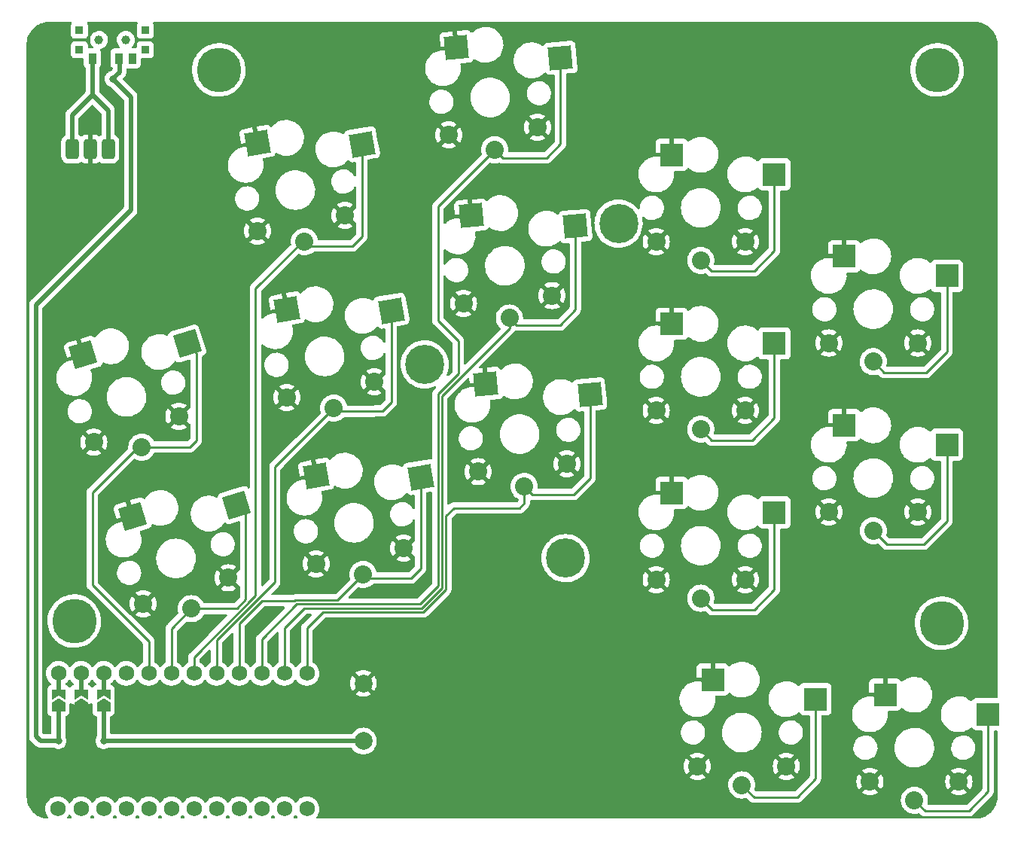
<source format=gbr>
%TF.GenerationSoftware,KiCad,Pcbnew,(6.0.4)*%
%TF.CreationDate,2022-09-04T01:37:30+02:00*%
%TF.ProjectId,wizza,77697a7a-612e-46b6-9963-61645f706362,v1.0.0*%
%TF.SameCoordinates,Original*%
%TF.FileFunction,Copper,L2,Bot*%
%TF.FilePolarity,Positive*%
%FSLAX46Y46*%
G04 Gerber Fmt 4.6, Leading zero omitted, Abs format (unit mm)*
G04 Created by KiCad (PCBNEW (6.0.4)) date 2022-09-04 01:37:30*
%MOMM*%
%LPD*%
G01*
G04 APERTURE LIST*
G04 Aperture macros list*
%AMRoundRect*
0 Rectangle with rounded corners*
0 $1 Rounding radius*
0 $2 $3 $4 $5 $6 $7 $8 $9 X,Y pos of 4 corners*
0 Add a 4 corners polygon primitive as box body*
4,1,4,$2,$3,$4,$5,$6,$7,$8,$9,$2,$3,0*
0 Add four circle primitives for the rounded corners*
1,1,$1+$1,$2,$3*
1,1,$1+$1,$4,$5*
1,1,$1+$1,$6,$7*
1,1,$1+$1,$8,$9*
0 Add four rect primitives between the rounded corners*
20,1,$1+$1,$2,$3,$4,$5,0*
20,1,$1+$1,$4,$5,$6,$7,0*
20,1,$1+$1,$6,$7,$8,$9,0*
20,1,$1+$1,$8,$9,$2,$3,0*%
%AMRotRect*
0 Rectangle, with rotation*
0 The origin of the aperture is its center*
0 $1 length*
0 $2 width*
0 $3 Rotation angle, in degrees counterclockwise*
0 Add horizontal line*
21,1,$1,$2,0,0,$3*%
%AMFreePoly0*
4,1,6,0.150000,0.000000,0.650000,-0.750000,-0.500000,-0.750000,-0.500000,0.750000,0.650000,0.750000,0.150000,0.000000,0.150000,0.000000,$1*%
%AMFreePoly1*
4,1,6,0.500000,-0.750000,-0.500000,-0.750000,-1.000000,0.000000,-0.500000,0.750000,0.500000,0.750000,0.500000,-0.750000,0.500000,-0.750000,$1*%
G04 Aperture macros list end*
%TA.AperFunction,ComponentPad*%
%ADD10C,2.032000*%
%TD*%
%TA.AperFunction,SMDPad,CuDef*%
%ADD11RotRect,2.600000X2.600000X5.000000*%
%TD*%
%TA.AperFunction,SMDPad,CuDef*%
%ADD12RotRect,2.600000X2.600000X10.000000*%
%TD*%
%TA.AperFunction,SMDPad,CuDef*%
%ADD13RotRect,2.600000X2.600000X17.000000*%
%TD*%
%TA.AperFunction,SMDPad,CuDef*%
%ADD14R,2.600000X2.600000*%
%TD*%
%TA.AperFunction,SMDPad,CuDef*%
%ADD15R,0.500000X1.524000*%
%TD*%
%TA.AperFunction,ComponentPad*%
%ADD16C,1.752600*%
%TD*%
%TA.AperFunction,SMDPad,CuDef*%
%ADD17FreePoly0,270.000000*%
%TD*%
%TA.AperFunction,SMDPad,CuDef*%
%ADD18FreePoly1,270.000000*%
%TD*%
%TA.AperFunction,ComponentPad*%
%ADD19C,4.400000*%
%TD*%
%TA.AperFunction,ComponentPad*%
%ADD20C,5.000000*%
%TD*%
%TA.AperFunction,SMDPad,CuDef*%
%ADD21R,0.900000X0.900000*%
%TD*%
%TA.AperFunction,WasherPad*%
%ADD22C,1.000000*%
%TD*%
%TA.AperFunction,SMDPad,CuDef*%
%ADD23R,0.900000X1.250000*%
%TD*%
%TA.AperFunction,ComponentPad*%
%ADD24RoundRect,0.375000X-0.375000X-0.750000X0.375000X-0.750000X0.375000X0.750000X-0.375000X0.750000X0*%
%TD*%
%TA.AperFunction,ComponentPad*%
%ADD25C,2.000000*%
%TD*%
%TA.AperFunction,ViaPad*%
%ADD26C,0.800000*%
%TD*%
%TA.AperFunction,Conductor*%
%ADD27C,0.500000*%
%TD*%
%TA.AperFunction,Conductor*%
%ADD28C,0.250000*%
%TD*%
%TA.AperFunction,Conductor*%
%ADD29C,0.550000*%
%TD*%
G04 APERTURE END LIST*
D10*
%TO.P,S7,1*%
%TO.N,GND*%
X244441042Y-88727036D03*
X254402989Y-87855478D03*
D11*
X245309709Y-78863794D03*
D10*
%TO.P,S7,2*%
%TO.N,matrix_middle_home*%
X249605043Y-90383266D03*
D11*
X257007501Y-80048774D03*
%TD*%
D10*
%TO.P,S8,1*%
%TO.N,GND*%
X242785083Y-69799337D03*
X252747030Y-68927779D03*
D11*
X243653750Y-59936095D03*
D10*
%TO.P,S8,2*%
%TO.N,matrix_middle_top*%
X247949084Y-71455567D03*
D11*
X255351542Y-61121075D03*
%TD*%
D10*
%TO.P,S4,1*%
%TO.N,GND*%
X224562245Y-99299007D03*
X234410323Y-97562526D03*
D12*
X224567968Y-89397589D03*
D10*
%TO.P,S4,2*%
%TO.N,matrix_ring_home*%
X229850945Y-100498863D03*
D12*
X236324525Y-89558530D03*
%TD*%
D10*
%TO.P,S1,1*%
%TO.N,GND*%
X208427229Y-122515104D03*
X217990276Y-119591387D03*
D13*
X207226229Y-112686791D03*
D10*
%TO.P,S1,2*%
%TO.N,matrix_pinky_home*%
X213822733Y-123061485D03*
D13*
X218914768Y-111413769D03*
%TD*%
D10*
%TO.P,S9,1*%
%TO.N,GND*%
X266115601Y-119786367D03*
X276115601Y-119786367D03*
D14*
X267840600Y-110036367D03*
D10*
%TO.P,S9,2*%
%TO.N,matrix_index_bottom*%
X271115601Y-121886367D03*
D14*
X279390601Y-112236368D03*
%TD*%
D10*
%TO.P,S12,1*%
%TO.N,GND*%
X285515601Y-112186367D03*
X295515601Y-112186367D03*
D14*
X287240600Y-102436367D03*
D10*
%TO.P,S12,2*%
%TO.N,matrix_inner_bottom*%
X290515601Y-114286367D03*
D14*
X298790601Y-104636368D03*
%TD*%
D10*
%TO.P,S14,1*%
%TO.N,GND*%
X270740601Y-140786367D03*
X280740601Y-140786367D03*
D14*
X272465600Y-131036367D03*
D10*
%TO.P,S14,2*%
%TO.N,thumb_tucky*%
X275740601Y-142886367D03*
D14*
X284015601Y-133236368D03*
%TD*%
D10*
%TO.P,S6,1*%
%TO.N,GND*%
X246097002Y-107654735D03*
X256058949Y-106783177D03*
D11*
X246965669Y-97791493D03*
D10*
%TO.P,S6,2*%
%TO.N,matrix_middle_bottom*%
X251261003Y-109310965D03*
D11*
X258663461Y-98976473D03*
%TD*%
D10*
%TO.P,S15,1*%
%TO.N,GND*%
X290140601Y-142496367D03*
X300140601Y-142496367D03*
D14*
X291865600Y-132746367D03*
D10*
%TO.P,S15,2*%
%TO.N,thumb_reachy*%
X295140601Y-144596367D03*
D14*
X303415601Y-134946368D03*
%TD*%
D10*
%TO.P,S11,1*%
%TO.N,GND*%
X266115601Y-81786367D03*
X276115601Y-81786367D03*
D14*
X267840600Y-72036367D03*
D10*
%TO.P,S11,2*%
%TO.N,matrix_index_top*%
X271115601Y-83886367D03*
D14*
X279390601Y-74236368D03*
%TD*%
D10*
%TO.P,S2,1*%
%TO.N,GND*%
X202872166Y-104345313D03*
X212435213Y-101421596D03*
D13*
X201671166Y-94517000D03*
D10*
%TO.P,S2,2*%
%TO.N,matrix_pinky_top*%
X208267670Y-104891694D03*
D13*
X213359705Y-93243978D03*
%TD*%
D10*
%TO.P,S13,1*%
%TO.N,GND*%
X285515601Y-93186367D03*
X295515601Y-93186367D03*
D14*
X287240600Y-83436367D03*
D10*
%TO.P,S13,2*%
%TO.N,matrix_inner_home*%
X290515601Y-95286367D03*
D14*
X298790601Y-85636368D03*
%TD*%
D10*
%TO.P,S5,1*%
%TO.N,GND*%
X221262930Y-80587660D03*
X231111008Y-78851179D03*
D12*
X221268653Y-70686242D03*
D10*
%TO.P,S5,2*%
%TO.N,matrix_ring_top*%
X226551630Y-81787516D03*
D12*
X233025210Y-70847183D03*
%TD*%
D10*
%TO.P,S10,1*%
%TO.N,GND*%
X266115601Y-100786367D03*
X276115601Y-100786367D03*
D14*
X267840600Y-91036367D03*
D10*
%TO.P,S10,2*%
%TO.N,matrix_index_home*%
X271115601Y-102886367D03*
D14*
X279390601Y-93236368D03*
%TD*%
D10*
%TO.P,S3,1*%
%TO.N,GND*%
X227861561Y-118010354D03*
X237709639Y-116273873D03*
D12*
X227867284Y-108108936D03*
D10*
%TO.P,S3,2*%
%TO.N,matrix_ring_bottom*%
X233150261Y-119210210D03*
D12*
X239623841Y-108269877D03*
%TD*%
D15*
%TO.P,MCU1,*%
%TO.N,*%
X203962000Y-131717523D03*
D16*
X198798254Y-145574000D03*
X198882000Y-130334000D03*
D15*
X201422000Y-131717523D03*
D16*
X201422000Y-145574000D03*
X203962000Y-130334000D03*
X201422000Y-130334000D03*
D17*
X198882000Y-132667523D03*
X201422000Y-132667523D03*
D15*
X198882000Y-131717523D03*
D16*
X203962000Y-145574000D03*
D17*
X203962000Y-132667523D03*
D18*
%TO.P,MCU1,1*%
%TO.N,RAW*%
X198882000Y-134117523D03*
%TO.P,MCU1,2*%
%TO.N,GND*%
X201422000Y-134117523D03*
%TO.P,MCU1,3*%
%TO.N,RST*%
X203962000Y-134117523D03*
D16*
%TO.P,MCU1,4*%
%TO.N,N/C*%
X206502000Y-145574000D03*
%TO.P,MCU1,5*%
X209042000Y-145574000D03*
%TO.P,MCU1,6*%
%TO.N,matrix_index_top*%
X211582000Y-145574000D03*
%TO.P,MCU1,7*%
%TO.N,matrix_index_home*%
X214122000Y-145574000D03*
%TO.P,MCU1,8*%
%TO.N,matrix_index_bottom*%
X216662000Y-145574000D03*
%TO.P,MCU1,9*%
%TO.N,matrix_inner_home*%
X219202000Y-145574000D03*
%TO.P,MCU1,10*%
%TO.N,matrix_inner_bottom*%
X221742000Y-145574000D03*
%TO.P,MCU1,11*%
%TO.N,thumb_tucky*%
X224282000Y-145574000D03*
%TO.P,MCU1,12*%
%TO.N,thumb_reachy*%
X226822000Y-145574000D03*
%TO.P,MCU1,16*%
%TO.N,N/C*%
X206502000Y-130334000D03*
%TO.P,MCU1,17*%
%TO.N,matrix_pinky_top*%
X209042000Y-130334000D03*
%TO.P,MCU1,18*%
%TO.N,matrix_pinky_home*%
X211582000Y-130334000D03*
%TO.P,MCU1,19*%
%TO.N,matrix_ring_top*%
X214122000Y-130334000D03*
%TO.P,MCU1,20*%
%TO.N,matrix_ring_home*%
X216662000Y-130334000D03*
%TO.P,MCU1,21*%
%TO.N,matrix_ring_bottom*%
X219202000Y-130334000D03*
%TO.P,MCU1,22*%
%TO.N,matrix_middle_top*%
X221742000Y-130334000D03*
%TO.P,MCU1,23*%
%TO.N,matrix_middle_home*%
X224282000Y-130334000D03*
%TO.P,MCU1,24*%
%TO.N,matrix_middle_bottom*%
X226822000Y-130334000D03*
%TD*%
D19*
%TO.P,,1*%
%TO.N,N/C*%
X255913847Y-117386926D03*
X261874000Y-79756000D03*
X240078461Y-95591387D03*
%TD*%
D20*
%TO.P,,1,1*%
%TO.N,N/C*%
X200660000Y-124460000D03*
%TD*%
D21*
%TO.P,T2,*%
%TO.N,*%
X208650615Y-58006416D03*
X201250615Y-58006416D03*
X208650615Y-60206416D03*
X201250615Y-60206416D03*
D22*
X203450615Y-59106416D03*
X206450615Y-59106416D03*
D23*
%TO.P,T2,1*%
%TO.N,b+*%
X202700615Y-61181416D03*
%TO.P,T2,2*%
%TO.N,RAW*%
X205700615Y-61181416D03*
%TO.P,T2,3*%
%TO.N,N/C*%
X207200615Y-61181416D03*
%TD*%
D20*
%TO.P,,1,1*%
%TO.N,N/C*%
X297688000Y-62484000D03*
%TD*%
%TO.P,,1,1*%
%TO.N,N/C*%
X216916000Y-62484000D03*
%TD*%
%TO.P,,1,1*%
%TO.N,N/C*%
X298196000Y-124714000D03*
%TD*%
D24*
%TO.P,PAD1,1*%
%TO.N,b+*%
X204470000Y-71374000D03*
%TO.P,PAD1,2*%
%TO.N,GND*%
X202470000Y-71374000D03*
%TO.P,PAD1,3*%
%TO.N,b+*%
X200470000Y-71374000D03*
%TD*%
D25*
%TO.P,B1,1*%
%TO.N,RST*%
X233172000Y-137954000D03*
%TO.P,B1,2*%
%TO.N,GND*%
X233172000Y-131454000D03*
%TD*%
D26*
%TO.N,GND*%
X201422000Y-137922000D03*
%TO.N,RAW*%
X205002642Y-63493715D03*
X198882000Y-137922000D03*
%TO.N,RST*%
X203962000Y-137922000D03*
%TD*%
D27*
%TO.N,GND*%
X201422000Y-134117523D02*
X201422000Y-137954000D01*
D28*
%TO.N,matrix_pinky_home*%
X211582000Y-125302216D02*
X213822732Y-123061484D01*
X219955869Y-112454871D02*
X219955869Y-122052977D01*
X219955869Y-122052977D02*
X218947362Y-123061484D01*
X218914767Y-111413769D02*
X219955869Y-112454871D01*
X211582000Y-130334000D02*
X211582000Y-125302216D01*
X218947362Y-123061484D02*
X213822732Y-123061484D01*
%TO.N,matrix_ring_bottom*%
X225424282Y-122174000D02*
X225502843Y-122095440D01*
X225502843Y-122095440D02*
X230265029Y-122095440D01*
X219202000Y-130334000D02*
X219202000Y-124714000D01*
X239623840Y-108269876D02*
X239623840Y-118516160D01*
X238506000Y-119634000D02*
X233574051Y-119634000D01*
X221742000Y-122174000D02*
X225424282Y-122174000D01*
X239623840Y-118516160D02*
X238506000Y-119634000D01*
X233574051Y-119634000D02*
X233150260Y-119210209D01*
X219202000Y-124714000D02*
X221742000Y-122174000D01*
X230265029Y-122095440D02*
X233150260Y-119210209D01*
%TO.N,matrix_ring_home*%
X234426207Y-100850236D02*
X230202318Y-100850236D01*
X216662000Y-126618282D02*
X223221733Y-120058549D01*
X223221733Y-120058549D02*
X223221733Y-107128073D01*
X236324524Y-99852729D02*
X235339253Y-100838000D01*
X230202318Y-100850236D02*
X229850944Y-100498862D01*
X236324524Y-89558529D02*
X236324524Y-99852729D01*
X223221733Y-107128073D02*
X229850944Y-100498862D01*
X216662000Y-130334000D02*
X216662000Y-126618282D01*
X235339253Y-100838000D02*
X234495601Y-100838000D01*
X234495601Y-100838000D02*
X234426207Y-100850236D01*
%TO.N,matrix_ring_top*%
X214122000Y-128522564D02*
X221038480Y-121606084D01*
X221038480Y-87063520D02*
X226314485Y-81787515D01*
X221038480Y-121606084D02*
X221038480Y-87063520D01*
X231902000Y-82296000D02*
X227060114Y-82296000D01*
X227060114Y-82296000D02*
X226551629Y-81787515D01*
X226314485Y-81787515D02*
X226551629Y-81787515D01*
X233025209Y-70847182D02*
X233025209Y-81172791D01*
X233025209Y-81172791D02*
X231902000Y-82296000D01*
X214122000Y-130334000D02*
X214122000Y-128522564D01*
%TO.N,matrix_middle_bottom*%
X226822000Y-125222000D02*
X228600000Y-123444000D01*
X242453040Y-112638960D02*
X243332000Y-111760000D01*
X239903717Y-123444000D02*
X242453040Y-120894676D01*
X251261002Y-111196998D02*
X251261002Y-109310964D01*
X250698000Y-111760000D02*
X251261002Y-111196998D01*
X243332000Y-111760000D02*
X250698000Y-111760000D01*
X228600000Y-123444000D02*
X239903717Y-123444000D01*
X252186038Y-110236000D02*
X251261002Y-109310964D01*
X258663460Y-98976472D02*
X258663460Y-108366540D01*
X258663460Y-108366540D02*
X256794000Y-110236000D01*
X226822000Y-130334000D02*
X226822000Y-125222000D01*
X242453040Y-120894676D02*
X242453040Y-112638960D01*
X256794000Y-110236000D02*
X252186038Y-110236000D01*
%TO.N,matrix_middle_home*%
X257007500Y-89448500D02*
X255270000Y-91186000D01*
X239717519Y-122994480D02*
X242003520Y-120708479D01*
X255270000Y-91186000D02*
X250407777Y-91186000D01*
X224282000Y-130334000D02*
X224282000Y-125222000D01*
X250407777Y-91186000D02*
X249605042Y-90383265D01*
X242003520Y-120708479D02*
X242003520Y-99118480D01*
X249605042Y-91516958D02*
X249605042Y-90383265D01*
X257007500Y-80048773D02*
X257007500Y-89448500D01*
X226509520Y-122994480D02*
X239717519Y-122994480D01*
X242003520Y-99118480D02*
X249605042Y-91516958D01*
X224282000Y-125222000D02*
X226509520Y-122994480D01*
%TO.N,matrix_middle_top*%
X255351541Y-70784459D02*
X253746000Y-72390000D01*
X255351541Y-61121074D02*
X255351541Y-70784459D01*
X221742000Y-130334000D02*
X221742000Y-126492000D01*
X239531322Y-122544960D02*
X241554000Y-120522282D01*
X221742000Y-126492000D02*
X225689040Y-122544960D01*
X243840000Y-96646282D02*
X243840000Y-92964000D01*
X241554000Y-120522282D02*
X241554000Y-98932282D01*
X241554000Y-98932282D02*
X243840000Y-96646282D01*
X241554000Y-77850649D02*
X247949083Y-71455566D01*
X225689040Y-122544960D02*
X239531322Y-122544960D01*
X248883517Y-72390000D02*
X247949083Y-71455566D01*
X243840000Y-92964000D02*
X241554000Y-90678000D01*
X241554000Y-90678000D02*
X241554000Y-77850649D01*
X253746000Y-72390000D02*
X248883517Y-72390000D01*
%TO.N,matrix_index_bottom*%
X279390600Y-120913400D02*
X277114000Y-123190000D01*
X277114000Y-123190000D02*
X272419234Y-123190000D01*
X272419234Y-123190000D02*
X271115600Y-121886366D01*
X279390600Y-112236367D02*
X279390600Y-120913400D01*
%TO.N,matrix_index_home*%
X272369234Y-104140000D02*
X271115600Y-102886366D01*
X279390600Y-101609400D02*
X276860000Y-104140000D01*
X279390600Y-93236367D02*
X279390600Y-101609400D01*
X276860000Y-104140000D02*
X272369234Y-104140000D01*
%TO.N,matrix_index_top*%
X277114000Y-85090000D02*
X272319234Y-85090000D01*
X279390600Y-74236367D02*
X279390600Y-82813400D01*
X279390600Y-82813400D02*
X277114000Y-85090000D01*
X272319234Y-85090000D02*
X271115600Y-83886366D01*
%TO.N,matrix_inner_bottom*%
X298790600Y-113197400D02*
X296164000Y-115824000D01*
X298790600Y-104636367D02*
X298790600Y-113197400D01*
X296164000Y-115824000D02*
X292053234Y-115824000D01*
X292053234Y-115824000D02*
X290515600Y-114286366D01*
%TO.N,matrix_inner_home*%
X291749234Y-96520000D02*
X290515600Y-95286366D01*
X296418000Y-96520000D02*
X291749234Y-96520000D01*
X298790600Y-94147400D02*
X296418000Y-96520000D01*
X298790600Y-85636367D02*
X298790600Y-94147400D01*
%TO.N,thumb_tucky*%
X284015600Y-142196400D02*
X281940000Y-144272000D01*
X281940000Y-144272000D02*
X277126234Y-144272000D01*
X284015600Y-133236367D02*
X284015600Y-142196400D01*
X277126234Y-144272000D02*
X275740600Y-142886366D01*
%TO.N,thumb_reachy*%
X296340234Y-145796000D02*
X295140600Y-144596366D01*
X303415600Y-143624400D02*
X301244000Y-145796000D01*
X303415600Y-134946367D02*
X303415600Y-143624400D01*
X301244000Y-145796000D02*
X296340234Y-145796000D01*
D27*
%TO.N,RAW*%
X207010000Y-65501073D02*
X205002642Y-63493715D01*
D29*
X198882000Y-134117523D02*
X198882000Y-137954000D01*
D27*
X198882000Y-137922000D02*
X196850000Y-137922000D01*
X196342000Y-137414000D02*
X196342000Y-88900000D01*
X196342000Y-88900000D02*
X207010000Y-78232000D01*
X205752000Y-62744326D02*
X205054027Y-63442299D01*
X196850000Y-137922000D02*
X196342000Y-137414000D01*
X205752000Y-61130000D02*
X205752000Y-62744326D01*
X207010000Y-78232000D02*
X207010000Y-65501073D01*
%TO.N,RST*%
X203962000Y-137954000D02*
X233172000Y-137954000D01*
X203962000Y-134117523D02*
X203962000Y-137954000D01*
D28*
%TO.N,matrix_pinky_top*%
X202692000Y-109982000D02*
X207782307Y-104891693D01*
X213359704Y-93243978D02*
X214400806Y-94285080D01*
X209042000Y-126746000D02*
X202692000Y-120396000D01*
X207782307Y-104891693D02*
X208267669Y-104891693D01*
X213624307Y-104891693D02*
X208267669Y-104891693D01*
X214400806Y-104115194D02*
X213624307Y-104891693D01*
X202692000Y-120396000D02*
X202692000Y-109982000D01*
X209042000Y-130334000D02*
X209042000Y-126746000D01*
X214400806Y-94285080D02*
X214400806Y-104115194D01*
D27*
%TO.N,b+*%
X202700615Y-65269385D02*
X204470000Y-67038770D01*
X202700615Y-61181416D02*
X202700615Y-65269385D01*
X200406000Y-71310000D02*
X200470000Y-71374000D01*
X204470000Y-67038770D02*
X204470000Y-71374000D01*
X202700615Y-65269385D02*
X200406000Y-67564000D01*
X200406000Y-67564000D02*
X200406000Y-71310000D01*
%TD*%
%TA.AperFunction,Conductor*%
%TO.N,GND*%
G36*
X200330953Y-57109924D02*
G01*
X200377446Y-57163580D01*
X200387550Y-57233854D01*
X200363660Y-57291484D01*
X200350000Y-57309711D01*
X200298870Y-57446100D01*
X200292115Y-57508282D01*
X200292115Y-58504550D01*
X200298870Y-58566732D01*
X200350000Y-58703121D01*
X200437354Y-58819677D01*
X200553910Y-58907031D01*
X200690299Y-58958161D01*
X200752481Y-58964916D01*
X201748749Y-58964916D01*
X201810931Y-58958161D01*
X201947320Y-58907031D01*
X202063876Y-58819677D01*
X202151230Y-58703121D01*
X202202360Y-58566732D01*
X202209115Y-58504550D01*
X202209115Y-57508282D01*
X202202360Y-57446100D01*
X202151230Y-57309711D01*
X202137570Y-57291485D01*
X202112724Y-57224980D01*
X202127777Y-57155598D01*
X202177952Y-57105368D01*
X202238398Y-57089922D01*
X207662832Y-57089922D01*
X207730953Y-57109924D01*
X207777446Y-57163580D01*
X207787550Y-57233854D01*
X207763660Y-57291484D01*
X207750000Y-57309711D01*
X207698870Y-57446100D01*
X207692115Y-57508282D01*
X207692115Y-58504550D01*
X207698870Y-58566732D01*
X207750000Y-58703121D01*
X207837354Y-58819677D01*
X207953910Y-58907031D01*
X208090299Y-58958161D01*
X208152481Y-58964916D01*
X209148749Y-58964916D01*
X209210931Y-58958161D01*
X209347320Y-58907031D01*
X209463876Y-58819677D01*
X209518118Y-58747302D01*
X241735207Y-58747302D01*
X241735433Y-58754104D01*
X241828914Y-59822591D01*
X241834701Y-59837384D01*
X241836192Y-59838464D01*
X241843987Y-59839458D01*
X243360531Y-59706778D01*
X243375324Y-59700991D01*
X243376404Y-59699500D01*
X243377398Y-59691705D01*
X243244718Y-58175161D01*
X243238931Y-58160368D01*
X243237440Y-58159288D01*
X243229645Y-58158294D01*
X242156609Y-58252173D01*
X242149868Y-58253133D01*
X242099672Y-58263070D01*
X242084789Y-58268014D01*
X241968733Y-58323495D01*
X241953950Y-58333354D01*
X241858925Y-58418464D01*
X241847507Y-58432072D01*
X241780193Y-58540429D01*
X241773048Y-58556705D01*
X241738562Y-58680637D01*
X241736280Y-58696138D01*
X241735207Y-58747302D01*
X209518118Y-58747302D01*
X209551230Y-58703121D01*
X209602360Y-58566732D01*
X209609115Y-58504550D01*
X209609115Y-57508282D01*
X209602360Y-57446100D01*
X209551230Y-57309711D01*
X209537570Y-57291485D01*
X209512724Y-57224980D01*
X209527777Y-57155598D01*
X209577952Y-57105368D01*
X209638398Y-57089922D01*
X301941234Y-57089922D01*
X301960619Y-57091422D01*
X301975452Y-57093732D01*
X301975456Y-57093732D01*
X301984325Y-57095113D01*
X302001524Y-57092864D01*
X302025464Y-57092031D01*
X302283310Y-57107628D01*
X302298414Y-57109462D01*
X302579355Y-57160947D01*
X302594128Y-57164588D01*
X302866824Y-57249563D01*
X302881040Y-57254955D01*
X303002702Y-57309711D01*
X303141505Y-57372182D01*
X303154977Y-57379253D01*
X303368417Y-57508282D01*
X303399403Y-57527014D01*
X303411925Y-57535657D01*
X303636763Y-57711808D01*
X303648152Y-57721898D01*
X303850114Y-57923861D01*
X303860203Y-57935250D01*
X304036353Y-58160091D01*
X304044997Y-58172613D01*
X304192757Y-58417042D01*
X304199824Y-58430506D01*
X304317055Y-58690986D01*
X304322443Y-58705194D01*
X304355879Y-58812497D01*
X304407417Y-58977891D01*
X304411058Y-58992665D01*
X304462540Y-59273604D01*
X304464374Y-59288706D01*
X304478646Y-59524663D01*
X304479539Y-59539429D01*
X304478298Y-59565795D01*
X304478292Y-59566266D01*
X304476910Y-59575142D01*
X304478074Y-59584045D01*
X304478074Y-59584052D01*
X304481037Y-59606712D01*
X304482101Y-59623048D01*
X304482101Y-133011868D01*
X304462099Y-133079989D01*
X304408443Y-133126482D01*
X304356101Y-133137868D01*
X302067467Y-133137868D01*
X302005285Y-133144623D01*
X301868896Y-133195753D01*
X301752340Y-133283107D01*
X301664986Y-133399663D01*
X301662552Y-133406155D01*
X301613022Y-133455573D01*
X301543631Y-133470587D01*
X301471770Y-133441440D01*
X301327421Y-133320317D01*
X301324051Y-133317489D01*
X301085837Y-133168637D01*
X300829226Y-133054386D01*
X300559211Y-132976961D01*
X300554861Y-132976350D01*
X300554858Y-132976349D01*
X300415935Y-132956825D01*
X300281049Y-132937868D01*
X300070455Y-132937868D01*
X300068269Y-132938021D01*
X300068265Y-132938021D01*
X299864774Y-132952250D01*
X299864769Y-132952251D01*
X299860389Y-132952557D01*
X299585631Y-133010959D01*
X299581502Y-133012462D01*
X299581498Y-133012463D01*
X299325820Y-133105522D01*
X299325816Y-133105524D01*
X299321675Y-133107031D01*
X299073659Y-133238904D01*
X299070100Y-133241490D01*
X299070098Y-133241491D01*
X298862283Y-133392477D01*
X298846409Y-133404010D01*
X298644349Y-133599137D01*
X298471413Y-133820486D01*
X298469217Y-133824290D01*
X298469212Y-133824297D01*
X298439527Y-133875714D01*
X298330965Y-134063749D01*
X298225739Y-134324192D01*
X298224674Y-134328465D01*
X298224673Y-134328467D01*
X298160537Y-134585704D01*
X298157784Y-134596744D01*
X298157325Y-134601112D01*
X298157324Y-134601117D01*
X298128882Y-134871732D01*
X298128423Y-134876101D01*
X298128576Y-134880489D01*
X298128576Y-134880495D01*
X298137778Y-135143986D01*
X298138226Y-135156826D01*
X298138988Y-135161149D01*
X298138989Y-135161156D01*
X298162765Y-135295992D01*
X298187003Y-135433455D01*
X298273804Y-135700603D01*
X298396941Y-135953070D01*
X298399396Y-135956709D01*
X298399399Y-135956715D01*
X298434177Y-136008275D01*
X298554016Y-136185944D01*
X298741972Y-136394690D01*
X298957151Y-136575247D01*
X299195365Y-136724099D01*
X299451976Y-136838350D01*
X299456204Y-136839562D01*
X299456203Y-136839562D01*
X299624385Y-136887787D01*
X299721991Y-136915775D01*
X299726341Y-136916386D01*
X299726344Y-136916387D01*
X299804921Y-136927430D01*
X300000153Y-136954868D01*
X300210747Y-136954868D01*
X300212933Y-136954715D01*
X300212937Y-136954715D01*
X300416428Y-136940486D01*
X300416433Y-136940485D01*
X300420813Y-136940179D01*
X300695571Y-136881777D01*
X300699700Y-136880274D01*
X300699704Y-136880273D01*
X300955382Y-136787214D01*
X300955386Y-136787212D01*
X300959527Y-136785705D01*
X301207543Y-136653832D01*
X301213259Y-136649679D01*
X301431230Y-136491315D01*
X301431233Y-136491312D01*
X301434793Y-136488726D01*
X301466004Y-136458586D01*
X301528898Y-136425654D01*
X301599614Y-136431953D01*
X301655700Y-136475484D01*
X301662330Y-136485989D01*
X301664986Y-136493073D01*
X301670370Y-136500256D01*
X301670370Y-136500257D01*
X301687984Y-136523759D01*
X301752340Y-136609629D01*
X301868896Y-136696983D01*
X302005285Y-136748113D01*
X302067467Y-136754868D01*
X302656100Y-136754868D01*
X302724221Y-136774870D01*
X302770714Y-136828526D01*
X302782100Y-136880868D01*
X302782100Y-143309805D01*
X302762098Y-143377926D01*
X302745195Y-143398900D01*
X301018500Y-145125595D01*
X300956188Y-145159621D01*
X300929405Y-145162500D01*
X296732334Y-145162500D01*
X296664213Y-145142498D01*
X296617720Y-145088842D01*
X296607616Y-145018568D01*
X296609815Y-145007086D01*
X296649833Y-144840402D01*
X296649834Y-144840396D01*
X296650988Y-144835589D01*
X296669815Y-144596367D01*
X296650988Y-144357145D01*
X296649834Y-144352338D01*
X296649833Y-144352332D01*
X296611760Y-144193748D01*
X296594970Y-144123814D01*
X296589506Y-144110623D01*
X296505035Y-143906690D01*
X296505034Y-143906688D01*
X296503141Y-143902118D01*
X296404207Y-143740673D01*
X299261125Y-143740673D01*
X299266852Y-143748323D01*
X299442360Y-143855874D01*
X299451154Y-143860355D01*
X299663630Y-143948365D01*
X299673015Y-143951414D01*
X299896645Y-144005104D01*
X299906392Y-144006647D01*
X300135671Y-144024692D01*
X300145531Y-144024692D01*
X300374810Y-144006647D01*
X300384557Y-144005104D01*
X300608187Y-143951414D01*
X300617572Y-143948365D01*
X300830048Y-143860355D01*
X300838842Y-143855874D01*
X301010684Y-143750570D01*
X301020144Y-143740114D01*
X301016360Y-143731336D01*
X300153413Y-142868389D01*
X300139469Y-142860775D01*
X300137636Y-142860906D01*
X300131021Y-142865157D01*
X299267885Y-143728293D01*
X299261125Y-143740673D01*
X296404207Y-143740673D01*
X296377761Y-143697518D01*
X296221919Y-143515049D01*
X296059007Y-143375910D01*
X296043218Y-143362425D01*
X296043217Y-143362424D01*
X296039450Y-143359207D01*
X295834850Y-143233827D01*
X295830280Y-143231934D01*
X295830278Y-143231933D01*
X295617727Y-143143892D01*
X295617725Y-143143891D01*
X295613154Y-143141998D01*
X295524254Y-143120655D01*
X295384636Y-143087135D01*
X295384630Y-143087134D01*
X295379823Y-143085980D01*
X295140601Y-143067153D01*
X294901379Y-143085980D01*
X294896572Y-143087134D01*
X294896566Y-143087135D01*
X294756948Y-143120655D01*
X294668048Y-143141998D01*
X294663477Y-143143891D01*
X294663475Y-143143892D01*
X294450924Y-143231933D01*
X294450922Y-143231934D01*
X294446352Y-143233827D01*
X294241752Y-143359207D01*
X294237985Y-143362424D01*
X294237984Y-143362425D01*
X294222195Y-143375910D01*
X294059283Y-143515049D01*
X293903441Y-143697518D01*
X293778061Y-143902118D01*
X293776168Y-143906688D01*
X293776167Y-143906690D01*
X293691696Y-144110623D01*
X293686232Y-144123814D01*
X293669442Y-144193748D01*
X293631369Y-144352332D01*
X293631368Y-144352338D01*
X293630214Y-144357145D01*
X293611387Y-144596367D01*
X293630214Y-144835589D01*
X293631368Y-144840396D01*
X293631369Y-144840402D01*
X293649953Y-144917808D01*
X293686232Y-145068920D01*
X293688125Y-145073491D01*
X293688126Y-145073493D01*
X293747177Y-145216054D01*
X293778061Y-145290616D01*
X293903441Y-145495216D01*
X293906658Y-145498983D01*
X293906659Y-145498984D01*
X294002918Y-145611689D01*
X294059283Y-145677685D01*
X294241752Y-145833527D01*
X294446352Y-145958907D01*
X294450922Y-145960800D01*
X294450924Y-145960801D01*
X294663475Y-146048842D01*
X294668048Y-146050736D01*
X294749638Y-146070324D01*
X294896566Y-146105599D01*
X294896572Y-146105600D01*
X294901379Y-146106754D01*
X295140601Y-146125581D01*
X295379823Y-146106754D01*
X295384630Y-146105600D01*
X295384636Y-146105599D01*
X295613154Y-146050736D01*
X295613688Y-146052959D01*
X295675179Y-146051180D01*
X295732287Y-146083957D01*
X295836577Y-146188247D01*
X295844121Y-146196537D01*
X295848234Y-146203018D01*
X295854011Y-146208443D01*
X295897901Y-146249658D01*
X295900743Y-146252413D01*
X295920465Y-146272135D01*
X295923589Y-146274558D01*
X295923593Y-146274562D01*
X295923658Y-146274612D01*
X295932679Y-146282317D01*
X295964913Y-146312586D01*
X295971861Y-146316405D01*
X295971863Y-146316407D01*
X295982666Y-146322346D01*
X295999193Y-146333202D01*
X296008932Y-146340757D01*
X296008934Y-146340758D01*
X296015194Y-146345614D01*
X296055774Y-146363174D01*
X296066422Y-146368391D01*
X296091210Y-146382018D01*
X296105174Y-146389695D01*
X296112850Y-146391666D01*
X296112853Y-146391667D01*
X296124796Y-146394733D01*
X296143500Y-146401137D01*
X296146611Y-146402483D01*
X296162089Y-146409181D01*
X296169912Y-146410420D01*
X296169922Y-146410423D01*
X296205758Y-146416099D01*
X296217378Y-146418505D01*
X296249193Y-146426673D01*
X296260204Y-146429500D01*
X296280458Y-146429500D01*
X296300168Y-146431051D01*
X296320177Y-146434220D01*
X296328069Y-146433474D01*
X296346814Y-146431702D01*
X296364196Y-146430059D01*
X296376053Y-146429500D01*
X301165233Y-146429500D01*
X301176416Y-146430027D01*
X301183909Y-146431702D01*
X301191835Y-146431453D01*
X301191836Y-146431453D01*
X301251986Y-146429562D01*
X301255945Y-146429500D01*
X301283856Y-146429500D01*
X301287791Y-146429003D01*
X301287856Y-146428995D01*
X301299693Y-146428062D01*
X301331951Y-146427048D01*
X301335970Y-146426922D01*
X301343889Y-146426673D01*
X301363343Y-146421021D01*
X301382700Y-146417013D01*
X301394930Y-146415468D01*
X301394931Y-146415468D01*
X301402797Y-146414474D01*
X301410168Y-146411555D01*
X301410170Y-146411555D01*
X301443912Y-146398196D01*
X301455142Y-146394351D01*
X301489983Y-146384229D01*
X301489984Y-146384229D01*
X301497593Y-146382018D01*
X301504412Y-146377985D01*
X301504417Y-146377983D01*
X301515028Y-146371707D01*
X301532776Y-146363012D01*
X301551617Y-146355552D01*
X301587387Y-146329564D01*
X301597307Y-146323048D01*
X301628535Y-146304580D01*
X301628538Y-146304578D01*
X301635362Y-146300542D01*
X301649683Y-146286221D01*
X301664717Y-146273380D01*
X301666431Y-146272135D01*
X301681107Y-146261472D01*
X301709298Y-146227395D01*
X301717288Y-146218616D01*
X303807847Y-144128057D01*
X303816137Y-144120513D01*
X303822618Y-144116400D01*
X303869259Y-144066732D01*
X303872013Y-144063891D01*
X303891734Y-144044170D01*
X303894212Y-144040975D01*
X303901918Y-144031953D01*
X303926758Y-144005501D01*
X303932186Y-143999721D01*
X303941946Y-143981968D01*
X303952799Y-143965445D01*
X303960353Y-143955706D01*
X303965213Y-143949441D01*
X303982776Y-143908857D01*
X303987983Y-143898227D01*
X304009295Y-143859460D01*
X304011266Y-143851783D01*
X304011268Y-143851778D01*
X304014332Y-143839842D01*
X304020738Y-143821130D01*
X304025633Y-143809819D01*
X304028781Y-143802545D01*
X304030021Y-143794717D01*
X304030023Y-143794710D01*
X304035699Y-143758876D01*
X304038105Y-143747256D01*
X304047128Y-143712111D01*
X304047128Y-143712110D01*
X304049100Y-143704430D01*
X304049100Y-143684176D01*
X304050651Y-143664465D01*
X304052580Y-143652286D01*
X304053820Y-143644457D01*
X304049659Y-143600438D01*
X304049100Y-143588581D01*
X304049100Y-136880868D01*
X304069102Y-136812747D01*
X304122758Y-136766254D01*
X304175100Y-136754868D01*
X304356101Y-136754868D01*
X304424222Y-136774870D01*
X304470715Y-136828526D01*
X304482101Y-136880868D01*
X304482101Y-144147006D01*
X304480601Y-144166390D01*
X304476910Y-144190097D01*
X304478552Y-144202649D01*
X304479159Y-144207293D01*
X304479992Y-144231235D01*
X304464398Y-144489079D01*
X304462564Y-144504184D01*
X304411082Y-144785121D01*
X304407441Y-144799895D01*
X304373450Y-144908979D01*
X304323611Y-145068920D01*
X304322468Y-145072587D01*
X304317074Y-145086810D01*
X304199948Y-145347051D01*
X304199852Y-145347265D01*
X304192781Y-145360738D01*
X304045018Y-145605164D01*
X304036375Y-145617686D01*
X303860225Y-145842523D01*
X303850135Y-145853912D01*
X303749114Y-145954931D01*
X303648168Y-146055874D01*
X303636779Y-146065963D01*
X303411944Y-146242106D01*
X303399426Y-146250746D01*
X303154985Y-146398509D01*
X303141513Y-146405579D01*
X303023924Y-146458499D01*
X302881056Y-146522795D01*
X302866844Y-146528185D01*
X302690035Y-146583276D01*
X302594146Y-146613153D01*
X302579373Y-146616794D01*
X302298424Y-146668272D01*
X302283319Y-146670105D01*
X302175828Y-146676604D01*
X302032410Y-146685275D01*
X302006863Y-146684071D01*
X302005764Y-146684058D01*
X301996894Y-146682676D01*
X301987990Y-146683840D01*
X301965317Y-146686804D01*
X301948984Y-146687867D01*
X227970815Y-146687867D01*
X227902694Y-146667865D01*
X227856201Y-146614209D01*
X227846097Y-146543935D01*
X227874860Y-146480205D01*
X227876532Y-146478240D01*
X227880193Y-146474592D01*
X228013073Y-146289669D01*
X228020540Y-146274562D01*
X228111673Y-146090168D01*
X228111674Y-146090166D01*
X228113967Y-146085526D01*
X228180164Y-145867646D01*
X228181972Y-145853913D01*
X228209450Y-145645201D01*
X228209451Y-145645194D01*
X228209887Y-145641879D01*
X228210784Y-145605179D01*
X228211464Y-145577365D01*
X228211464Y-145577360D01*
X228211546Y-145574000D01*
X228204179Y-145484393D01*
X228193311Y-145352202D01*
X228193310Y-145352196D01*
X228192887Y-145347051D01*
X228146532Y-145162500D01*
X228138672Y-145131208D01*
X228138671Y-145131204D01*
X228137413Y-145126197D01*
X228134591Y-145119707D01*
X228048672Y-144922106D01*
X228048670Y-144922103D01*
X228046612Y-144917369D01*
X227935316Y-144745332D01*
X227925731Y-144730515D01*
X227925729Y-144730512D01*
X227922923Y-144726175D01*
X227769668Y-144557750D01*
X227590963Y-144416618D01*
X227391607Y-144306567D01*
X227275598Y-144265486D01*
X227181829Y-144232280D01*
X227181825Y-144232279D01*
X227176954Y-144230554D01*
X227171861Y-144229647D01*
X227171858Y-144229646D01*
X226957857Y-144191527D01*
X226957851Y-144191526D01*
X226952768Y-144190621D01*
X226865698Y-144189557D01*
X226730239Y-144187902D01*
X226730237Y-144187902D01*
X226725070Y-144187839D01*
X226499976Y-144222283D01*
X226283529Y-144293029D01*
X226204270Y-144334289D01*
X226150886Y-144362079D01*
X226081544Y-144398176D01*
X226077411Y-144401279D01*
X226077408Y-144401281D01*
X225960472Y-144489079D01*
X225899444Y-144534900D01*
X225742120Y-144699530D01*
X225704140Y-144755207D01*
X225655784Y-144826094D01*
X225600873Y-144871096D01*
X225530348Y-144879267D01*
X225466601Y-144848013D01*
X225445904Y-144823529D01*
X225444665Y-144821613D01*
X225395316Y-144745332D01*
X225385731Y-144730515D01*
X225385729Y-144730512D01*
X225382923Y-144726175D01*
X225229668Y-144557750D01*
X225050963Y-144416618D01*
X224851607Y-144306567D01*
X224735598Y-144265486D01*
X224641829Y-144232280D01*
X224641825Y-144232279D01*
X224636954Y-144230554D01*
X224631861Y-144229647D01*
X224631858Y-144229646D01*
X224417857Y-144191527D01*
X224417851Y-144191526D01*
X224412768Y-144190621D01*
X224325698Y-144189557D01*
X224190239Y-144187902D01*
X224190237Y-144187902D01*
X224185070Y-144187839D01*
X223959976Y-144222283D01*
X223743529Y-144293029D01*
X223664270Y-144334289D01*
X223610886Y-144362079D01*
X223541544Y-144398176D01*
X223537411Y-144401279D01*
X223537408Y-144401281D01*
X223420472Y-144489079D01*
X223359444Y-144534900D01*
X223202120Y-144699530D01*
X223164140Y-144755207D01*
X223115784Y-144826094D01*
X223060873Y-144871096D01*
X222990348Y-144879267D01*
X222926601Y-144848013D01*
X222905904Y-144823529D01*
X222904665Y-144821613D01*
X222855316Y-144745332D01*
X222845731Y-144730515D01*
X222845729Y-144730512D01*
X222842923Y-144726175D01*
X222689668Y-144557750D01*
X222510963Y-144416618D01*
X222311607Y-144306567D01*
X222195598Y-144265486D01*
X222101829Y-144232280D01*
X222101825Y-144232279D01*
X222096954Y-144230554D01*
X222091861Y-144229647D01*
X222091858Y-144229646D01*
X221877857Y-144191527D01*
X221877851Y-144191526D01*
X221872768Y-144190621D01*
X221785698Y-144189557D01*
X221650239Y-144187902D01*
X221650237Y-144187902D01*
X221645070Y-144187839D01*
X221419976Y-144222283D01*
X221203529Y-144293029D01*
X221124270Y-144334289D01*
X221070886Y-144362079D01*
X221001544Y-144398176D01*
X220997411Y-144401279D01*
X220997408Y-144401281D01*
X220880472Y-144489079D01*
X220819444Y-144534900D01*
X220662120Y-144699530D01*
X220624140Y-144755207D01*
X220575784Y-144826094D01*
X220520873Y-144871096D01*
X220450348Y-144879267D01*
X220386601Y-144848013D01*
X220365904Y-144823529D01*
X220364665Y-144821613D01*
X220315316Y-144745332D01*
X220305731Y-144730515D01*
X220305729Y-144730512D01*
X220302923Y-144726175D01*
X220149668Y-144557750D01*
X219970963Y-144416618D01*
X219771607Y-144306567D01*
X219655598Y-144265486D01*
X219561829Y-144232280D01*
X219561825Y-144232279D01*
X219556954Y-144230554D01*
X219551861Y-144229647D01*
X219551858Y-144229646D01*
X219337857Y-144191527D01*
X219337851Y-144191526D01*
X219332768Y-144190621D01*
X219245698Y-144189557D01*
X219110239Y-144187902D01*
X219110237Y-144187902D01*
X219105070Y-144187839D01*
X218879976Y-144222283D01*
X218663529Y-144293029D01*
X218584270Y-144334289D01*
X218530886Y-144362079D01*
X218461544Y-144398176D01*
X218457411Y-144401279D01*
X218457408Y-144401281D01*
X218340472Y-144489079D01*
X218279444Y-144534900D01*
X218122120Y-144699530D01*
X218084140Y-144755207D01*
X218035784Y-144826094D01*
X217980873Y-144871096D01*
X217910348Y-144879267D01*
X217846601Y-144848013D01*
X217825904Y-144823529D01*
X217824665Y-144821613D01*
X217775316Y-144745332D01*
X217765731Y-144730515D01*
X217765729Y-144730512D01*
X217762923Y-144726175D01*
X217609668Y-144557750D01*
X217430963Y-144416618D01*
X217231607Y-144306567D01*
X217115598Y-144265486D01*
X217021829Y-144232280D01*
X217021825Y-144232279D01*
X217016954Y-144230554D01*
X217011861Y-144229647D01*
X217011858Y-144229646D01*
X216797857Y-144191527D01*
X216797851Y-144191526D01*
X216792768Y-144190621D01*
X216705698Y-144189557D01*
X216570239Y-144187902D01*
X216570237Y-144187902D01*
X216565070Y-144187839D01*
X216339976Y-144222283D01*
X216123529Y-144293029D01*
X216044270Y-144334289D01*
X215990886Y-144362079D01*
X215921544Y-144398176D01*
X215917411Y-144401279D01*
X215917408Y-144401281D01*
X215800472Y-144489079D01*
X215739444Y-144534900D01*
X215582120Y-144699530D01*
X215544140Y-144755207D01*
X215495784Y-144826094D01*
X215440873Y-144871096D01*
X215370348Y-144879267D01*
X215306601Y-144848013D01*
X215285904Y-144823529D01*
X215284665Y-144821613D01*
X215235316Y-144745332D01*
X215225731Y-144730515D01*
X215225729Y-144730512D01*
X215222923Y-144726175D01*
X215069668Y-144557750D01*
X214890963Y-144416618D01*
X214691607Y-144306567D01*
X214575598Y-144265486D01*
X214481829Y-144232280D01*
X214481825Y-144232279D01*
X214476954Y-144230554D01*
X214471861Y-144229647D01*
X214471858Y-144229646D01*
X214257857Y-144191527D01*
X214257851Y-144191526D01*
X214252768Y-144190621D01*
X214165698Y-144189557D01*
X214030239Y-144187902D01*
X214030237Y-144187902D01*
X214025070Y-144187839D01*
X213799976Y-144222283D01*
X213583529Y-144293029D01*
X213504270Y-144334289D01*
X213450886Y-144362079D01*
X213381544Y-144398176D01*
X213377411Y-144401279D01*
X213377408Y-144401281D01*
X213260472Y-144489079D01*
X213199444Y-144534900D01*
X213042120Y-144699530D01*
X213004140Y-144755207D01*
X212955784Y-144826094D01*
X212900873Y-144871096D01*
X212830348Y-144879267D01*
X212766601Y-144848013D01*
X212745904Y-144823529D01*
X212744665Y-144821613D01*
X212695316Y-144745332D01*
X212685731Y-144730515D01*
X212685729Y-144730512D01*
X212682923Y-144726175D01*
X212529668Y-144557750D01*
X212350963Y-144416618D01*
X212151607Y-144306567D01*
X212035598Y-144265486D01*
X211941829Y-144232280D01*
X211941825Y-144232279D01*
X211936954Y-144230554D01*
X211931861Y-144229647D01*
X211931858Y-144229646D01*
X211717857Y-144191527D01*
X211717851Y-144191526D01*
X211712768Y-144190621D01*
X211625698Y-144189557D01*
X211490239Y-144187902D01*
X211490237Y-144187902D01*
X211485070Y-144187839D01*
X211259976Y-144222283D01*
X211043529Y-144293029D01*
X210964270Y-144334289D01*
X210910886Y-144362079D01*
X210841544Y-144398176D01*
X210837411Y-144401279D01*
X210837408Y-144401281D01*
X210720472Y-144489079D01*
X210659444Y-144534900D01*
X210502120Y-144699530D01*
X210464140Y-144755207D01*
X210415784Y-144826094D01*
X210360873Y-144871096D01*
X210290348Y-144879267D01*
X210226601Y-144848013D01*
X210205904Y-144823529D01*
X210204665Y-144821613D01*
X210155316Y-144745332D01*
X210145731Y-144730515D01*
X210145729Y-144730512D01*
X210142923Y-144726175D01*
X209989668Y-144557750D01*
X209810963Y-144416618D01*
X209611607Y-144306567D01*
X209495598Y-144265486D01*
X209401829Y-144232280D01*
X209401825Y-144232279D01*
X209396954Y-144230554D01*
X209391861Y-144229647D01*
X209391858Y-144229646D01*
X209177857Y-144191527D01*
X209177851Y-144191526D01*
X209172768Y-144190621D01*
X209085698Y-144189557D01*
X208950239Y-144187902D01*
X208950237Y-144187902D01*
X208945070Y-144187839D01*
X208719976Y-144222283D01*
X208503529Y-144293029D01*
X208424270Y-144334289D01*
X208370886Y-144362079D01*
X208301544Y-144398176D01*
X208297411Y-144401279D01*
X208297408Y-144401281D01*
X208180472Y-144489079D01*
X208119444Y-144534900D01*
X207962120Y-144699530D01*
X207924140Y-144755207D01*
X207875784Y-144826094D01*
X207820873Y-144871096D01*
X207750348Y-144879267D01*
X207686601Y-144848013D01*
X207665904Y-144823529D01*
X207664665Y-144821613D01*
X207615316Y-144745332D01*
X207605731Y-144730515D01*
X207605729Y-144730512D01*
X207602923Y-144726175D01*
X207449668Y-144557750D01*
X207270963Y-144416618D01*
X207071607Y-144306567D01*
X206955598Y-144265486D01*
X206861829Y-144232280D01*
X206861825Y-144232279D01*
X206856954Y-144230554D01*
X206851861Y-144229647D01*
X206851858Y-144229646D01*
X206637857Y-144191527D01*
X206637851Y-144191526D01*
X206632768Y-144190621D01*
X206545698Y-144189557D01*
X206410239Y-144187902D01*
X206410237Y-144187902D01*
X206405070Y-144187839D01*
X206179976Y-144222283D01*
X205963529Y-144293029D01*
X205884270Y-144334289D01*
X205830886Y-144362079D01*
X205761544Y-144398176D01*
X205757411Y-144401279D01*
X205757408Y-144401281D01*
X205640472Y-144489079D01*
X205579444Y-144534900D01*
X205422120Y-144699530D01*
X205384140Y-144755207D01*
X205335784Y-144826094D01*
X205280873Y-144871096D01*
X205210348Y-144879267D01*
X205146601Y-144848013D01*
X205125904Y-144823529D01*
X205124665Y-144821613D01*
X205075316Y-144745332D01*
X205065731Y-144730515D01*
X205065729Y-144730512D01*
X205062923Y-144726175D01*
X204909668Y-144557750D01*
X204730963Y-144416618D01*
X204531607Y-144306567D01*
X204415598Y-144265486D01*
X204321829Y-144232280D01*
X204321825Y-144232279D01*
X204316954Y-144230554D01*
X204311861Y-144229647D01*
X204311858Y-144229646D01*
X204097857Y-144191527D01*
X204097851Y-144191526D01*
X204092768Y-144190621D01*
X204005698Y-144189557D01*
X203870239Y-144187902D01*
X203870237Y-144187902D01*
X203865070Y-144187839D01*
X203639976Y-144222283D01*
X203423529Y-144293029D01*
X203344270Y-144334289D01*
X203290886Y-144362079D01*
X203221544Y-144398176D01*
X203217411Y-144401279D01*
X203217408Y-144401281D01*
X203100472Y-144489079D01*
X203039444Y-144534900D01*
X202882120Y-144699530D01*
X202844140Y-144755207D01*
X202795784Y-144826094D01*
X202740873Y-144871096D01*
X202670348Y-144879267D01*
X202606601Y-144848013D01*
X202585904Y-144823529D01*
X202584665Y-144821613D01*
X202535316Y-144745332D01*
X202525731Y-144730515D01*
X202525729Y-144730512D01*
X202522923Y-144726175D01*
X202369668Y-144557750D01*
X202190963Y-144416618D01*
X201991607Y-144306567D01*
X201875598Y-144265486D01*
X201781829Y-144232280D01*
X201781825Y-144232279D01*
X201776954Y-144230554D01*
X201771861Y-144229647D01*
X201771858Y-144229646D01*
X201557857Y-144191527D01*
X201557851Y-144191526D01*
X201552768Y-144190621D01*
X201465698Y-144189557D01*
X201330239Y-144187902D01*
X201330237Y-144187902D01*
X201325070Y-144187839D01*
X201099976Y-144222283D01*
X200883529Y-144293029D01*
X200804270Y-144334289D01*
X200750886Y-144362079D01*
X200681544Y-144398176D01*
X200677411Y-144401279D01*
X200677408Y-144401281D01*
X200560472Y-144489079D01*
X200499444Y-144534900D01*
X200342120Y-144699530D01*
X200339209Y-144703798D01*
X200339205Y-144703803D01*
X200281370Y-144788586D01*
X200213797Y-144887645D01*
X200212127Y-144886506D01*
X200167301Y-144929834D01*
X200097680Y-144943745D01*
X200031591Y-144917808D01*
X200003010Y-144886677D01*
X200002900Y-144886506D01*
X199911570Y-144745332D01*
X199901985Y-144730515D01*
X199901983Y-144730512D01*
X199899177Y-144726175D01*
X199745922Y-144557750D01*
X199567217Y-144416618D01*
X199367861Y-144306567D01*
X199251852Y-144265486D01*
X199158083Y-144232280D01*
X199158079Y-144232279D01*
X199153208Y-144230554D01*
X199148115Y-144229647D01*
X199148112Y-144229646D01*
X198934111Y-144191527D01*
X198934105Y-144191526D01*
X198929022Y-144190621D01*
X198841952Y-144189557D01*
X198706493Y-144187902D01*
X198706491Y-144187902D01*
X198701324Y-144187839D01*
X198476230Y-144222283D01*
X198259783Y-144293029D01*
X198180524Y-144334289D01*
X198127140Y-144362079D01*
X198057798Y-144398176D01*
X198053665Y-144401279D01*
X198053662Y-144401281D01*
X197936726Y-144489079D01*
X197875698Y-144534900D01*
X197718374Y-144699530D01*
X197715463Y-144703798D01*
X197715459Y-144703803D01*
X197657624Y-144788586D01*
X197590051Y-144887645D01*
X197494175Y-145094192D01*
X197433321Y-145313625D01*
X197409123Y-145540050D01*
X197409420Y-145545202D01*
X197409420Y-145545206D01*
X197412877Y-145605164D01*
X197422231Y-145767387D01*
X197423366Y-145772424D01*
X197423367Y-145772430D01*
X197465818Y-145960801D01*
X197472293Y-145989531D01*
X197474237Y-145994317D01*
X197474238Y-145994322D01*
X197556021Y-146195728D01*
X197557965Y-146200515D01*
X197639276Y-146333202D01*
X197674244Y-146390264D01*
X197676946Y-146394674D01*
X197689512Y-146409181D01*
X197741911Y-146469672D01*
X197771393Y-146534257D01*
X197761278Y-146604530D01*
X197714777Y-146658178D01*
X197646653Y-146678169D01*
X197639074Y-146677939D01*
X197549671Y-146672532D01*
X197510499Y-146670162D01*
X197495395Y-146668328D01*
X197214453Y-146616844D01*
X197199680Y-146613203D01*
X197171847Y-146604530D01*
X196926982Y-146528227D01*
X196912764Y-146522835D01*
X196652305Y-146405611D01*
X196638834Y-146398541D01*
X196580319Y-146363167D01*
X196394404Y-146250777D01*
X196381883Y-146242135D01*
X196351864Y-146218616D01*
X196157043Y-146065983D01*
X196145655Y-146055894D01*
X195943694Y-145853931D01*
X195933605Y-145842542D01*
X195757455Y-145617701D01*
X195748811Y-145605179D01*
X195601051Y-145360750D01*
X195593980Y-145347277D01*
X195476759Y-145086817D01*
X195471364Y-145072591D01*
X195386392Y-144799900D01*
X195382751Y-144785126D01*
X195331270Y-144504187D01*
X195329436Y-144489082D01*
X195314273Y-144238359D01*
X195315513Y-144211990D01*
X195315519Y-144211519D01*
X195316900Y-144202649D01*
X195312772Y-144171077D01*
X195311709Y-144154742D01*
X195311709Y-142886367D01*
X274211387Y-142886367D01*
X274230214Y-143125589D01*
X274231368Y-143130396D01*
X274231369Y-143130402D01*
X274246784Y-143194608D01*
X274286232Y-143358920D01*
X274288125Y-143363491D01*
X274288126Y-143363493D01*
X274352461Y-143518811D01*
X274378061Y-143580616D01*
X274503441Y-143785216D01*
X274506658Y-143788983D01*
X274506659Y-143788984D01*
X274518241Y-143802545D01*
X274659283Y-143967685D01*
X274663045Y-143970898D01*
X274745180Y-144041047D01*
X274841752Y-144123527D01*
X275046352Y-144248907D01*
X275050922Y-144250800D01*
X275050924Y-144250801D01*
X275263475Y-144338842D01*
X275268048Y-144340736D01*
X275316349Y-144352332D01*
X275496566Y-144395599D01*
X275496572Y-144395600D01*
X275501379Y-144396754D01*
X275740601Y-144415581D01*
X275979823Y-144396754D01*
X275984630Y-144395600D01*
X275984636Y-144395599D01*
X276213154Y-144340736D01*
X276213688Y-144342959D01*
X276275179Y-144341180D01*
X276332287Y-144373957D01*
X276622577Y-144664247D01*
X276630121Y-144672537D01*
X276634234Y-144679018D01*
X276640011Y-144684443D01*
X276683901Y-144725658D01*
X276686743Y-144728413D01*
X276706464Y-144748134D01*
X276709659Y-144750612D01*
X276718681Y-144758318D01*
X276750913Y-144788586D01*
X276757862Y-144792406D01*
X276768666Y-144798346D01*
X276785190Y-144809199D01*
X276801193Y-144821613D01*
X276841777Y-144839176D01*
X276852407Y-144844383D01*
X276891174Y-144865695D01*
X276898851Y-144867666D01*
X276898856Y-144867668D01*
X276910792Y-144870732D01*
X276929500Y-144877137D01*
X276948089Y-144885181D01*
X276955914Y-144886420D01*
X276955916Y-144886421D01*
X276991753Y-144892097D01*
X277003374Y-144894504D01*
X277035193Y-144902673D01*
X277046204Y-144905500D01*
X277066465Y-144905500D01*
X277086174Y-144907051D01*
X277106177Y-144910219D01*
X277114069Y-144909473D01*
X277119296Y-144908979D01*
X277150188Y-144906059D01*
X277162045Y-144905500D01*
X281861233Y-144905500D01*
X281872416Y-144906027D01*
X281879909Y-144907702D01*
X281887835Y-144907453D01*
X281887836Y-144907453D01*
X281947986Y-144905562D01*
X281951945Y-144905500D01*
X281979856Y-144905500D01*
X281983791Y-144905003D01*
X281983856Y-144904995D01*
X281995693Y-144904062D01*
X282027951Y-144903048D01*
X282031970Y-144902922D01*
X282039889Y-144902673D01*
X282059343Y-144897021D01*
X282078700Y-144893013D01*
X282090930Y-144891468D01*
X282090931Y-144891468D01*
X282098797Y-144890474D01*
X282106168Y-144887555D01*
X282106170Y-144887555D01*
X282139912Y-144874196D01*
X282151142Y-144870351D01*
X282185983Y-144860229D01*
X282185984Y-144860229D01*
X282193593Y-144858018D01*
X282200412Y-144853985D01*
X282200417Y-144853983D01*
X282211028Y-144847707D01*
X282228776Y-144839012D01*
X282247617Y-144831552D01*
X282255130Y-144826094D01*
X282283387Y-144805564D01*
X282293307Y-144799048D01*
X282324535Y-144780580D01*
X282324538Y-144780578D01*
X282331362Y-144776542D01*
X282345683Y-144762221D01*
X282360717Y-144749380D01*
X282362432Y-144748134D01*
X282377107Y-144737472D01*
X282405298Y-144703395D01*
X282413288Y-144694616D01*
X283367231Y-143740673D01*
X289261125Y-143740673D01*
X289266852Y-143748323D01*
X289442360Y-143855874D01*
X289451154Y-143860355D01*
X289663630Y-143948365D01*
X289673015Y-143951414D01*
X289896645Y-144005104D01*
X289906392Y-144006647D01*
X290135671Y-144024692D01*
X290145531Y-144024692D01*
X290374810Y-144006647D01*
X290384557Y-144005104D01*
X290608187Y-143951414D01*
X290617572Y-143948365D01*
X290830048Y-143860355D01*
X290838842Y-143855874D01*
X291010684Y-143750570D01*
X291020144Y-143740114D01*
X291016360Y-143731336D01*
X290153413Y-142868389D01*
X290139469Y-142860775D01*
X290137636Y-142860906D01*
X290131021Y-142865157D01*
X289267885Y-143728293D01*
X289261125Y-143740673D01*
X283367231Y-143740673D01*
X284407847Y-142700057D01*
X284416137Y-142692513D01*
X284422618Y-142688400D01*
X284469259Y-142638732D01*
X284472013Y-142635891D01*
X284491735Y-142616169D01*
X284494212Y-142612976D01*
X284501917Y-142603955D01*
X284526759Y-142577500D01*
X284532186Y-142571721D01*
X284536007Y-142564771D01*
X284541946Y-142553968D01*
X284552802Y-142537441D01*
X284560357Y-142527702D01*
X284560358Y-142527700D01*
X284565214Y-142521440D01*
X284573930Y-142501297D01*
X288612276Y-142501297D01*
X288630321Y-142730576D01*
X288631864Y-142740323D01*
X288685554Y-142963953D01*
X288688603Y-142973338D01*
X288776613Y-143185814D01*
X288781094Y-143194608D01*
X288886398Y-143366450D01*
X288896854Y-143375910D01*
X288905632Y-143372126D01*
X289768579Y-142509179D01*
X289774957Y-142497499D01*
X290505009Y-142497499D01*
X290505140Y-142499332D01*
X290509391Y-142505947D01*
X291372527Y-143369083D01*
X291384907Y-143375843D01*
X291392557Y-143370116D01*
X291500108Y-143194608D01*
X291504589Y-143185814D01*
X291592599Y-142973338D01*
X291595648Y-142963953D01*
X291649338Y-142740323D01*
X291650881Y-142730576D01*
X291668926Y-142501297D01*
X298612276Y-142501297D01*
X298630321Y-142730576D01*
X298631864Y-142740323D01*
X298685554Y-142963953D01*
X298688603Y-142973338D01*
X298776613Y-143185814D01*
X298781094Y-143194608D01*
X298886398Y-143366450D01*
X298896854Y-143375910D01*
X298905632Y-143372126D01*
X299768579Y-142509179D01*
X299774957Y-142497499D01*
X300505009Y-142497499D01*
X300505140Y-142499332D01*
X300509391Y-142505947D01*
X301372527Y-143369083D01*
X301384907Y-143375843D01*
X301392557Y-143370116D01*
X301500108Y-143194608D01*
X301504589Y-143185814D01*
X301592599Y-142973338D01*
X301595648Y-142963953D01*
X301649338Y-142740323D01*
X301650881Y-142730576D01*
X301668926Y-142501297D01*
X301668926Y-142491437D01*
X301650881Y-142262158D01*
X301649338Y-142252411D01*
X301595648Y-142028781D01*
X301592599Y-142019396D01*
X301504589Y-141806920D01*
X301500108Y-141798126D01*
X301394804Y-141626284D01*
X301384348Y-141616824D01*
X301375570Y-141620608D01*
X300512623Y-142483555D01*
X300505009Y-142497499D01*
X299774957Y-142497499D01*
X299776193Y-142495235D01*
X299776062Y-142493402D01*
X299771811Y-142486787D01*
X298908675Y-141623651D01*
X298896295Y-141616891D01*
X298888645Y-141622618D01*
X298781094Y-141798126D01*
X298776613Y-141806920D01*
X298688603Y-142019396D01*
X298685554Y-142028781D01*
X298631864Y-142252411D01*
X298630321Y-142262158D01*
X298612276Y-142491437D01*
X298612276Y-142501297D01*
X291668926Y-142501297D01*
X291668926Y-142491437D01*
X291650881Y-142262158D01*
X291649338Y-142252411D01*
X291595648Y-142028781D01*
X291592599Y-142019396D01*
X291504589Y-141806920D01*
X291500108Y-141798126D01*
X291394804Y-141626284D01*
X291384348Y-141616824D01*
X291375570Y-141620608D01*
X290512623Y-142483555D01*
X290505009Y-142497499D01*
X289774957Y-142497499D01*
X289776193Y-142495235D01*
X289776062Y-142493402D01*
X289771811Y-142486787D01*
X288908675Y-141623651D01*
X288896295Y-141616891D01*
X288888645Y-141622618D01*
X288781094Y-141798126D01*
X288776613Y-141806920D01*
X288688603Y-142019396D01*
X288685554Y-142028781D01*
X288631864Y-142252411D01*
X288630321Y-142262158D01*
X288612276Y-142491437D01*
X288612276Y-142501297D01*
X284573930Y-142501297D01*
X284582774Y-142480860D01*
X284587991Y-142470212D01*
X284605475Y-142438409D01*
X284605476Y-142438407D01*
X284609295Y-142431460D01*
X284614333Y-142411837D01*
X284620737Y-142393134D01*
X284625633Y-142381820D01*
X284625633Y-142381819D01*
X284628781Y-142374545D01*
X284630020Y-142366722D01*
X284630023Y-142366712D01*
X284635699Y-142330876D01*
X284638105Y-142319256D01*
X284647128Y-142284111D01*
X284647128Y-142284110D01*
X284649100Y-142276430D01*
X284649100Y-142256176D01*
X284650651Y-142236465D01*
X284652580Y-142224286D01*
X284653820Y-142216457D01*
X284649659Y-142172438D01*
X284649100Y-142160581D01*
X284649100Y-141252620D01*
X289261058Y-141252620D01*
X289264842Y-141261398D01*
X290127789Y-142124345D01*
X290141733Y-142131959D01*
X290143566Y-142131828D01*
X290150181Y-142127577D01*
X291013317Y-141264441D01*
X291019772Y-141252620D01*
X299261058Y-141252620D01*
X299264842Y-141261398D01*
X300127789Y-142124345D01*
X300141733Y-142131959D01*
X300143566Y-142131828D01*
X300150181Y-142127577D01*
X301013317Y-141264441D01*
X301020077Y-141252061D01*
X301014350Y-141244411D01*
X300838842Y-141136860D01*
X300830048Y-141132379D01*
X300617572Y-141044369D01*
X300608187Y-141041320D01*
X300384557Y-140987630D01*
X300374810Y-140986087D01*
X300145531Y-140968042D01*
X300135671Y-140968042D01*
X299906392Y-140986087D01*
X299896645Y-140987630D01*
X299673015Y-141041320D01*
X299663630Y-141044369D01*
X299451154Y-141132379D01*
X299442360Y-141136860D01*
X299270518Y-141242164D01*
X299261058Y-141252620D01*
X291019772Y-141252620D01*
X291020077Y-141252061D01*
X291014350Y-141244411D01*
X290838842Y-141136860D01*
X290830048Y-141132379D01*
X290617572Y-141044369D01*
X290608187Y-141041320D01*
X290384557Y-140987630D01*
X290374810Y-140986087D01*
X290145531Y-140968042D01*
X290135671Y-140968042D01*
X289906392Y-140986087D01*
X289896645Y-140987630D01*
X289673015Y-141041320D01*
X289663630Y-141044369D01*
X289451154Y-141132379D01*
X289442360Y-141136860D01*
X289270518Y-141242164D01*
X289261058Y-141252620D01*
X284649100Y-141252620D01*
X284649100Y-138632099D01*
X288277801Y-138632099D01*
X288278001Y-138637429D01*
X288278001Y-138637430D01*
X288281823Y-138739250D01*
X288286455Y-138862635D01*
X288333829Y-139088417D01*
X288418568Y-139302989D01*
X288538248Y-139500216D01*
X288541745Y-139504246D01*
X288628369Y-139604071D01*
X288689448Y-139674459D01*
X288693579Y-139677846D01*
X288863716Y-139817351D01*
X288863722Y-139817355D01*
X288867844Y-139820735D01*
X289068336Y-139934861D01*
X289073352Y-139936682D01*
X289073357Y-139936684D01*
X289280176Y-140011756D01*
X289280180Y-140011757D01*
X289285191Y-140013576D01*
X289290440Y-140014525D01*
X289290443Y-140014526D01*
X289508124Y-140053889D01*
X289508131Y-140053890D01*
X289512208Y-140054627D01*
X289529945Y-140055463D01*
X289534893Y-140055697D01*
X289534900Y-140055697D01*
X289536381Y-140055767D01*
X289698526Y-140055767D01*
X289765482Y-140050086D01*
X289865163Y-140041628D01*
X289865167Y-140041627D01*
X289870474Y-140041177D01*
X289875629Y-140039839D01*
X289875635Y-140039838D01*
X290088604Y-139984562D01*
X290088608Y-139984561D01*
X290093773Y-139983220D01*
X290098639Y-139981028D01*
X290098642Y-139981027D01*
X290299250Y-139890660D01*
X290304116Y-139888468D01*
X290308536Y-139885492D01*
X290308540Y-139885490D01*
X290455104Y-139786816D01*
X290495486Y-139759629D01*
X290662413Y-139600389D01*
X290775107Y-139448923D01*
X290796938Y-139419581D01*
X290796940Y-139419578D01*
X290800122Y-139415301D01*
X290856642Y-139304135D01*
X290902259Y-139214413D01*
X290902259Y-139214412D01*
X290904678Y-139209655D01*
X290956956Y-139041293D01*
X290971506Y-138994437D01*
X290971507Y-138994431D01*
X290973090Y-138989334D01*
X290991931Y-138847175D01*
X291002701Y-138765920D01*
X291002701Y-138765915D01*
X291003401Y-138760635D01*
X291002740Y-138743026D01*
X292913115Y-138743026D01*
X292913478Y-138747174D01*
X292913478Y-138747178D01*
X292915118Y-138765920D01*
X292938853Y-139037216D01*
X292939763Y-139041288D01*
X292939764Y-139041293D01*
X292998516Y-139304135D01*
X293003273Y-139325417D01*
X293105245Y-139602566D01*
X293107192Y-139606259D01*
X293107193Y-139606261D01*
X293143150Y-139674459D01*
X293242975Y-139863794D01*
X293245395Y-139867199D01*
X293411620Y-140101102D01*
X293411625Y-140101108D01*
X293414044Y-140104512D01*
X293416888Y-140107562D01*
X293416893Y-140107568D01*
X293551604Y-140252028D01*
X293615447Y-140320491D01*
X293843646Y-140507935D01*
X294094630Y-140663552D01*
X294363991Y-140784608D01*
X294646996Y-140868975D01*
X294651116Y-140869628D01*
X294651118Y-140869628D01*
X294935193Y-140914622D01*
X294935199Y-140914623D01*
X294938674Y-140915173D01*
X294963233Y-140916288D01*
X295029618Y-140919303D01*
X295029639Y-140919303D01*
X295031038Y-140919367D01*
X295215502Y-140919367D01*
X295435265Y-140904770D01*
X295439364Y-140903944D01*
X295439368Y-140903943D01*
X295612791Y-140868975D01*
X295724752Y-140846400D01*
X296003976Y-140750255D01*
X296173690Y-140665269D01*
X296264296Y-140619897D01*
X296264298Y-140619896D01*
X296268032Y-140618026D01*
X296512279Y-140452035D01*
X296732428Y-140255199D01*
X296735146Y-140252028D01*
X296921890Y-140034151D01*
X296921893Y-140034147D01*
X296924610Y-140030977D01*
X296926884Y-140027475D01*
X296926888Y-140027470D01*
X297083171Y-139786816D01*
X297083174Y-139786811D01*
X297085450Y-139783306D01*
X297095281Y-139762603D01*
X297210324Y-139520321D01*
X297212120Y-139516539D01*
X297227973Y-139467165D01*
X297301116Y-139239350D01*
X297301116Y-139239349D01*
X297302396Y-139235363D01*
X297316889Y-139154813D01*
X297353952Y-138948826D01*
X297353953Y-138948821D01*
X297354691Y-138944717D01*
X297356273Y-138909897D01*
X297367898Y-138653878D01*
X297367898Y-138653873D01*
X297368087Y-138649708D01*
X297367043Y-138637769D01*
X297366547Y-138632099D01*
X299277801Y-138632099D01*
X299278001Y-138637429D01*
X299278001Y-138637430D01*
X299281823Y-138739250D01*
X299286455Y-138862635D01*
X299333829Y-139088417D01*
X299418568Y-139302989D01*
X299538248Y-139500216D01*
X299541745Y-139504246D01*
X299628369Y-139604071D01*
X299689448Y-139674459D01*
X299693579Y-139677846D01*
X299863716Y-139817351D01*
X299863722Y-139817355D01*
X299867844Y-139820735D01*
X300068336Y-139934861D01*
X300073352Y-139936682D01*
X300073357Y-139936684D01*
X300280176Y-140011756D01*
X300280180Y-140011757D01*
X300285191Y-140013576D01*
X300290440Y-140014525D01*
X300290443Y-140014526D01*
X300508124Y-140053889D01*
X300508131Y-140053890D01*
X300512208Y-140054627D01*
X300529945Y-140055463D01*
X300534893Y-140055697D01*
X300534900Y-140055697D01*
X300536381Y-140055767D01*
X300698526Y-140055767D01*
X300765482Y-140050086D01*
X300865163Y-140041628D01*
X300865167Y-140041627D01*
X300870474Y-140041177D01*
X300875629Y-140039839D01*
X300875635Y-140039838D01*
X301088604Y-139984562D01*
X301088608Y-139984561D01*
X301093773Y-139983220D01*
X301098639Y-139981028D01*
X301098642Y-139981027D01*
X301299250Y-139890660D01*
X301304116Y-139888468D01*
X301308536Y-139885492D01*
X301308540Y-139885490D01*
X301455104Y-139786816D01*
X301495486Y-139759629D01*
X301662413Y-139600389D01*
X301775107Y-139448923D01*
X301796938Y-139419581D01*
X301796940Y-139419578D01*
X301800122Y-139415301D01*
X301856642Y-139304135D01*
X301902259Y-139214413D01*
X301902259Y-139214412D01*
X301904678Y-139209655D01*
X301956956Y-139041293D01*
X301971506Y-138994437D01*
X301971507Y-138994431D01*
X301973090Y-138989334D01*
X301991931Y-138847175D01*
X302002701Y-138765920D01*
X302002701Y-138765915D01*
X302003401Y-138760635D01*
X302002584Y-138738856D01*
X301994947Y-138535430D01*
X301994747Y-138530099D01*
X301947373Y-138304317D01*
X301945384Y-138299279D01*
X301897673Y-138178468D01*
X301862634Y-138089745D01*
X301742954Y-137892518D01*
X301680629Y-137820695D01*
X301595254Y-137722308D01*
X301595252Y-137722306D01*
X301591754Y-137718275D01*
X301518602Y-137658294D01*
X301417486Y-137575383D01*
X301417480Y-137575379D01*
X301413358Y-137571999D01*
X301212866Y-137457873D01*
X301207850Y-137456052D01*
X301207845Y-137456050D01*
X301001026Y-137380978D01*
X301001022Y-137380977D01*
X300996011Y-137379158D01*
X300990762Y-137378209D01*
X300990759Y-137378208D01*
X300773078Y-137338845D01*
X300773071Y-137338844D01*
X300768994Y-137338107D01*
X300751257Y-137337271D01*
X300746309Y-137337037D01*
X300746302Y-137337037D01*
X300744821Y-137336967D01*
X300582676Y-137336967D01*
X300515720Y-137342648D01*
X300416039Y-137351106D01*
X300416035Y-137351107D01*
X300410728Y-137351557D01*
X300405573Y-137352895D01*
X300405567Y-137352896D01*
X300192598Y-137408172D01*
X300192594Y-137408173D01*
X300187429Y-137409514D01*
X300182563Y-137411706D01*
X300182560Y-137411707D01*
X300006052Y-137491218D01*
X299977086Y-137504266D01*
X299972666Y-137507242D01*
X299972662Y-137507244D01*
X299934951Y-137532633D01*
X299785716Y-137633105D01*
X299618789Y-137792345D01*
X299615601Y-137796630D01*
X299493734Y-137960426D01*
X299481080Y-137977433D01*
X299478665Y-137982183D01*
X299423978Y-138089745D01*
X299376524Y-138183079D01*
X299349215Y-138271027D01*
X299309696Y-138398297D01*
X299309695Y-138398303D01*
X299308112Y-138403400D01*
X299296679Y-138489660D01*
X299280314Y-138613140D01*
X299277801Y-138632099D01*
X297366547Y-138632099D01*
X297342713Y-138359679D01*
X297342349Y-138355518D01*
X297341438Y-138351441D01*
X297278841Y-138071395D01*
X297278839Y-138071388D01*
X297277929Y-138067317D01*
X297270069Y-138045953D01*
X297214186Y-137894071D01*
X297175957Y-137790168D01*
X297145327Y-137732072D01*
X297083821Y-137615417D01*
X297038227Y-137528940D01*
X296975034Y-137440018D01*
X296869582Y-137291632D01*
X296869577Y-137291626D01*
X296867158Y-137288222D01*
X296864314Y-137285172D01*
X296864309Y-137285166D01*
X296668601Y-137075295D01*
X296665755Y-137072243D01*
X296437556Y-136884799D01*
X296186572Y-136729182D01*
X296182254Y-136727241D01*
X296018911Y-136653832D01*
X295917211Y-136608126D01*
X295634206Y-136523759D01*
X295630086Y-136523106D01*
X295630084Y-136523106D01*
X295346009Y-136478112D01*
X295346003Y-136478111D01*
X295342528Y-136477561D01*
X295317969Y-136476446D01*
X295251584Y-136473431D01*
X295251563Y-136473431D01*
X295250164Y-136473367D01*
X295065700Y-136473367D01*
X294845937Y-136487964D01*
X294841838Y-136488790D01*
X294841834Y-136488791D01*
X294718100Y-136513740D01*
X294556450Y-136546334D01*
X294277226Y-136642479D01*
X294262848Y-136649679D01*
X294052790Y-136754868D01*
X294013170Y-136774708D01*
X293768923Y-136940699D01*
X293548774Y-137137535D01*
X293546057Y-137140705D01*
X293546056Y-137140706D01*
X293364187Y-137352896D01*
X293356592Y-137361757D01*
X293354318Y-137365259D01*
X293354314Y-137365264D01*
X293198031Y-137605918D01*
X293195752Y-137609428D01*
X293193958Y-137613206D01*
X293193957Y-137613208D01*
X293184509Y-137633105D01*
X293069082Y-137876195D01*
X293067803Y-137880178D01*
X293067802Y-137880181D01*
X292981140Y-138150101D01*
X292978806Y-138157371D01*
X292973695Y-138185777D01*
X292933587Y-138408692D01*
X292926511Y-138448017D01*
X292926322Y-138452184D01*
X292926321Y-138452191D01*
X292913593Y-138732502D01*
X292913115Y-138743026D01*
X291002740Y-138743026D01*
X291002584Y-138738856D01*
X290994947Y-138535430D01*
X290994747Y-138530099D01*
X290947373Y-138304317D01*
X290945384Y-138299279D01*
X290897673Y-138178468D01*
X290862634Y-138089745D01*
X290742954Y-137892518D01*
X290680629Y-137820695D01*
X290595254Y-137722308D01*
X290595252Y-137722306D01*
X290591754Y-137718275D01*
X290518602Y-137658294D01*
X290417486Y-137575383D01*
X290417480Y-137575379D01*
X290413358Y-137571999D01*
X290212866Y-137457873D01*
X290207850Y-137456052D01*
X290207845Y-137456050D01*
X290001026Y-137380978D01*
X290001022Y-137380977D01*
X289996011Y-137379158D01*
X289990762Y-137378209D01*
X289990759Y-137378208D01*
X289773078Y-137338845D01*
X289773071Y-137338844D01*
X289768994Y-137338107D01*
X289751257Y-137337271D01*
X289746309Y-137337037D01*
X289746302Y-137337037D01*
X289744821Y-137336967D01*
X289582676Y-137336967D01*
X289515720Y-137342648D01*
X289416039Y-137351106D01*
X289416035Y-137351107D01*
X289410728Y-137351557D01*
X289405573Y-137352895D01*
X289405567Y-137352896D01*
X289192598Y-137408172D01*
X289192594Y-137408173D01*
X289187429Y-137409514D01*
X289182563Y-137411706D01*
X289182560Y-137411707D01*
X289006052Y-137491218D01*
X288977086Y-137504266D01*
X288972666Y-137507242D01*
X288972662Y-137507244D01*
X288934951Y-137532633D01*
X288785716Y-137633105D01*
X288618789Y-137792345D01*
X288615601Y-137796630D01*
X288493734Y-137960426D01*
X288481080Y-137977433D01*
X288478665Y-137982183D01*
X288423978Y-138089745D01*
X288376524Y-138183079D01*
X288349215Y-138271027D01*
X288309696Y-138398297D01*
X288309695Y-138398303D01*
X288308112Y-138403400D01*
X288296679Y-138489660D01*
X288280314Y-138613140D01*
X288277801Y-138632099D01*
X284649100Y-138632099D01*
X284649100Y-135170868D01*
X284669102Y-135102747D01*
X284722758Y-135056254D01*
X284775100Y-135044868D01*
X285363735Y-135044868D01*
X285425917Y-135038113D01*
X285562306Y-134986983D01*
X285678862Y-134899629D01*
X285696495Y-134876101D01*
X288128423Y-134876101D01*
X288128576Y-134880489D01*
X288128576Y-134880495D01*
X288137778Y-135143986D01*
X288138226Y-135156826D01*
X288138988Y-135161149D01*
X288138989Y-135161156D01*
X288162765Y-135295992D01*
X288187003Y-135433455D01*
X288273804Y-135700603D01*
X288396941Y-135953070D01*
X288399396Y-135956709D01*
X288399399Y-135956715D01*
X288434177Y-136008275D01*
X288554016Y-136185944D01*
X288741972Y-136394690D01*
X288957151Y-136575247D01*
X289195365Y-136724099D01*
X289451976Y-136838350D01*
X289456204Y-136839562D01*
X289456203Y-136839562D01*
X289624385Y-136887787D01*
X289721991Y-136915775D01*
X289726341Y-136916386D01*
X289726344Y-136916387D01*
X289804921Y-136927430D01*
X290000153Y-136954868D01*
X290210747Y-136954868D01*
X290212933Y-136954715D01*
X290212937Y-136954715D01*
X290416428Y-136940486D01*
X290416433Y-136940485D01*
X290420813Y-136940179D01*
X290695571Y-136881777D01*
X290699700Y-136880274D01*
X290699704Y-136880273D01*
X290955382Y-136787214D01*
X290955386Y-136787212D01*
X290959527Y-136785705D01*
X291207543Y-136653832D01*
X291213259Y-136649679D01*
X291431230Y-136491315D01*
X291431233Y-136491312D01*
X291434793Y-136488726D01*
X291446521Y-136477401D01*
X291570871Y-136357317D01*
X291636853Y-136293599D01*
X291809789Y-136072250D01*
X291811985Y-136068446D01*
X291811990Y-136068439D01*
X291929224Y-135865383D01*
X291950237Y-135828987D01*
X292055463Y-135568544D01*
X292089830Y-135430706D01*
X292122354Y-135300261D01*
X292122355Y-135300256D01*
X292123418Y-135295992D01*
X292128792Y-135244868D01*
X292152320Y-135021004D01*
X292152320Y-135021001D01*
X292152779Y-135016635D01*
X292152626Y-135012241D01*
X292143130Y-134740307D01*
X292143129Y-134740301D01*
X292142976Y-134735910D01*
X292139426Y-134715774D01*
X292137040Y-134702246D01*
X292144909Y-134631687D01*
X292189676Y-134576583D01*
X292261126Y-134554366D01*
X293210269Y-134554366D01*
X293217090Y-134553996D01*
X293267952Y-134548472D01*
X293283204Y-134544846D01*
X293403654Y-134499691D01*
X293419249Y-134491153D01*
X293521324Y-134414652D01*
X293533885Y-134402091D01*
X293610388Y-134300013D01*
X293617527Y-134286974D01*
X293667786Y-134236829D01*
X293737177Y-134221816D01*
X293809037Y-134250964D01*
X293891441Y-134320109D01*
X293957151Y-134375246D01*
X294195365Y-134524098D01*
X294451976Y-134638349D01*
X294721991Y-134715774D01*
X294726341Y-134716385D01*
X294726344Y-134716386D01*
X294829291Y-134730854D01*
X295000153Y-134754867D01*
X295210747Y-134754867D01*
X295212933Y-134754714D01*
X295212937Y-134754714D01*
X295416428Y-134740485D01*
X295416433Y-134740484D01*
X295420813Y-134740178D01*
X295695571Y-134681776D01*
X295699700Y-134680273D01*
X295699704Y-134680272D01*
X295955382Y-134587213D01*
X295955386Y-134587211D01*
X295959527Y-134585704D01*
X296207543Y-134453831D01*
X296261469Y-134414652D01*
X296431230Y-134291314D01*
X296431233Y-134291311D01*
X296434793Y-134288725D01*
X296636853Y-134093598D01*
X296809789Y-133872249D01*
X296811985Y-133868445D01*
X296811990Y-133868438D01*
X296948036Y-133632798D01*
X296950237Y-133628986D01*
X297055463Y-133368543D01*
X297069809Y-133311004D01*
X297122354Y-133100260D01*
X297122355Y-133100255D01*
X297123418Y-133095991D01*
X297127919Y-133053174D01*
X297152320Y-132821003D01*
X297152320Y-132821000D01*
X297152779Y-132816634D01*
X297152626Y-132812240D01*
X297143130Y-132540306D01*
X297143129Y-132540300D01*
X297142976Y-132535909D01*
X297135299Y-132492367D01*
X297094961Y-132263603D01*
X297094199Y-132259280D01*
X297007398Y-131992132D01*
X296993072Y-131962758D01*
X296950288Y-131875039D01*
X296884261Y-131739665D01*
X296881806Y-131736026D01*
X296881803Y-131736020D01*
X296782623Y-131588980D01*
X296727186Y-131506791D01*
X296678634Y-131452868D01*
X296580956Y-131344386D01*
X296539230Y-131298045D01*
X296516511Y-131278981D01*
X296368367Y-131154674D01*
X296324051Y-131117488D01*
X296085837Y-130968636D01*
X295829226Y-130854385D01*
X295559211Y-130776960D01*
X295554861Y-130776349D01*
X295554858Y-130776348D01*
X295451911Y-130761880D01*
X295281049Y-130737867D01*
X295070455Y-130737867D01*
X295068269Y-130738020D01*
X295068265Y-130738020D01*
X294864774Y-130752249D01*
X294864769Y-130752250D01*
X294860389Y-130752556D01*
X294585631Y-130810958D01*
X294581502Y-130812461D01*
X294581498Y-130812462D01*
X294325820Y-130905521D01*
X294325816Y-130905523D01*
X294321675Y-130907030D01*
X294073659Y-131038903D01*
X294070100Y-131041489D01*
X294070098Y-131041490D01*
X293861950Y-131192718D01*
X293846409Y-131204009D01*
X293843245Y-131207065D01*
X293843242Y-131207067D01*
X293814821Y-131234513D01*
X293751924Y-131267445D01*
X293681208Y-131261145D01*
X293625123Y-131217613D01*
X293616774Y-131204386D01*
X293610386Y-131192718D01*
X293533885Y-131090643D01*
X293521324Y-131078082D01*
X293419249Y-131001581D01*
X293403654Y-130993043D01*
X293283206Y-130947889D01*
X293267951Y-130944262D01*
X293217086Y-130938736D01*
X293210272Y-130938367D01*
X292137715Y-130938367D01*
X292122476Y-130942842D01*
X292121271Y-130944232D01*
X292119600Y-130951915D01*
X292119600Y-132874367D01*
X292099598Y-132942488D01*
X292045942Y-132988981D01*
X291993600Y-133000367D01*
X290658546Y-133000367D01*
X290623816Y-132995486D01*
X290563438Y-132978173D01*
X290563437Y-132978173D01*
X290559211Y-132976961D01*
X290554861Y-132976350D01*
X290554858Y-132976349D01*
X290415935Y-132956825D01*
X290281049Y-132937868D01*
X290070455Y-132937868D01*
X290068269Y-132938021D01*
X290068265Y-132938021D01*
X289864774Y-132952250D01*
X289864769Y-132952251D01*
X289860389Y-132952557D01*
X289585631Y-133010959D01*
X289581502Y-133012462D01*
X289581498Y-133012463D01*
X289325820Y-133105522D01*
X289325816Y-133105524D01*
X289321675Y-133107031D01*
X289073659Y-133238904D01*
X289070100Y-133241490D01*
X289070098Y-133241491D01*
X288862283Y-133392477D01*
X288846409Y-133404010D01*
X288644349Y-133599137D01*
X288471413Y-133820486D01*
X288469217Y-133824290D01*
X288469212Y-133824297D01*
X288439527Y-133875714D01*
X288330965Y-134063749D01*
X288225739Y-134324192D01*
X288224674Y-134328465D01*
X288224673Y-134328467D01*
X288160537Y-134585704D01*
X288157784Y-134596744D01*
X288157325Y-134601112D01*
X288157324Y-134601117D01*
X288128882Y-134871732D01*
X288128423Y-134876101D01*
X285696495Y-134876101D01*
X285766216Y-134783073D01*
X285817346Y-134646684D01*
X285824101Y-134584502D01*
X285824101Y-132474252D01*
X290057600Y-132474252D01*
X290062075Y-132489491D01*
X290063465Y-132490696D01*
X290071148Y-132492367D01*
X291593485Y-132492367D01*
X291608724Y-132487892D01*
X291609929Y-132486502D01*
X291611600Y-132478819D01*
X291611600Y-130956483D01*
X291607125Y-130941244D01*
X291605735Y-130940039D01*
X291598052Y-130938368D01*
X290520931Y-130938368D01*
X290514110Y-130938738D01*
X290463248Y-130944262D01*
X290447996Y-130947888D01*
X290327546Y-130993043D01*
X290311951Y-131001581D01*
X290209876Y-131078082D01*
X290197315Y-131090643D01*
X290120814Y-131192718D01*
X290112276Y-131208313D01*
X290067122Y-131328761D01*
X290063495Y-131344016D01*
X290057969Y-131394881D01*
X290057600Y-131401695D01*
X290057600Y-132474252D01*
X285824101Y-132474252D01*
X285824101Y-131888234D01*
X285817346Y-131826052D01*
X285766216Y-131689663D01*
X285678862Y-131573107D01*
X285562306Y-131485753D01*
X285425917Y-131434623D01*
X285363735Y-131427868D01*
X282667467Y-131427868D01*
X282605285Y-131434623D01*
X282468896Y-131485753D01*
X282352340Y-131573107D01*
X282264986Y-131689663D01*
X282262552Y-131696155D01*
X282213022Y-131745573D01*
X282143631Y-131760587D01*
X282071770Y-131731440D01*
X281927421Y-131610317D01*
X281924051Y-131607489D01*
X281685837Y-131458637D01*
X281429226Y-131344386D01*
X281159211Y-131266961D01*
X281154861Y-131266350D01*
X281154858Y-131266349D01*
X281015935Y-131246825D01*
X280881049Y-131227868D01*
X280670455Y-131227868D01*
X280668269Y-131228021D01*
X280668265Y-131228021D01*
X280464774Y-131242250D01*
X280464769Y-131242251D01*
X280460389Y-131242557D01*
X280185631Y-131300959D01*
X280181502Y-131302462D01*
X280181498Y-131302463D01*
X279925820Y-131395522D01*
X279925816Y-131395524D01*
X279921675Y-131397031D01*
X279673659Y-131528904D01*
X279670100Y-131531490D01*
X279670098Y-131531491D01*
X279462283Y-131682477D01*
X279446409Y-131694010D01*
X279443245Y-131697066D01*
X279443242Y-131697068D01*
X279395039Y-131743617D01*
X279244349Y-131889137D01*
X279071413Y-132110486D01*
X279069217Y-132114290D01*
X279069212Y-132114297D01*
X279035881Y-132172029D01*
X278930965Y-132353749D01*
X278825739Y-132614192D01*
X278824674Y-132618465D01*
X278824673Y-132618467D01*
X278760537Y-132875704D01*
X278757784Y-132886744D01*
X278757325Y-132891112D01*
X278757324Y-132891117D01*
X278730770Y-133143770D01*
X278728423Y-133166101D01*
X278728576Y-133170489D01*
X278728576Y-133170495D01*
X278738038Y-133441440D01*
X278738226Y-133446826D01*
X278738988Y-133451149D01*
X278738989Y-133451156D01*
X278762765Y-133585992D01*
X278787003Y-133723455D01*
X278873804Y-133990603D01*
X278875732Y-133994556D01*
X278875734Y-133994561D01*
X278909480Y-134063749D01*
X278996941Y-134243070D01*
X278999396Y-134246709D01*
X278999399Y-134246715D01*
X279029482Y-134291314D01*
X279154016Y-134475944D01*
X279341972Y-134684690D01*
X279557151Y-134865247D01*
X279795365Y-135014099D01*
X279909398Y-135064870D01*
X280043785Y-135124703D01*
X280051976Y-135128350D01*
X280321991Y-135205775D01*
X280326341Y-135206386D01*
X280326344Y-135206387D01*
X280429291Y-135220855D01*
X280600153Y-135244868D01*
X280810747Y-135244868D01*
X280812933Y-135244715D01*
X280812937Y-135244715D01*
X281016428Y-135230486D01*
X281016433Y-135230485D01*
X281020813Y-135230179D01*
X281295571Y-135171777D01*
X281299700Y-135170274D01*
X281299704Y-135170273D01*
X281555382Y-135077214D01*
X281555386Y-135077212D01*
X281559527Y-135075705D01*
X281807543Y-134943832D01*
X281811104Y-134941245D01*
X282031230Y-134781315D01*
X282031233Y-134781312D01*
X282034793Y-134778726D01*
X282066004Y-134748586D01*
X282128898Y-134715654D01*
X282199614Y-134721953D01*
X282255700Y-134765484D01*
X282262330Y-134775989D01*
X282264986Y-134783073D01*
X282270370Y-134790256D01*
X282270370Y-134790257D01*
X282287984Y-134813759D01*
X282352340Y-134899629D01*
X282468896Y-134986983D01*
X282605285Y-135038113D01*
X282667467Y-135044868D01*
X283256100Y-135044868D01*
X283324221Y-135064870D01*
X283370714Y-135118526D01*
X283382100Y-135170868D01*
X283382100Y-141881806D01*
X283362098Y-141949927D01*
X283345195Y-141970901D01*
X281714500Y-143601595D01*
X281652188Y-143635621D01*
X281625405Y-143638500D01*
X277440829Y-143638500D01*
X277372708Y-143618498D01*
X277351734Y-143601595D01*
X277228191Y-143478052D01*
X277194165Y-143415740D01*
X277197006Y-143359409D01*
X277194970Y-143358920D01*
X277249833Y-143130402D01*
X277249834Y-143130396D01*
X277250988Y-143125589D01*
X277269815Y-142886367D01*
X277250988Y-142647145D01*
X277249834Y-142642338D01*
X277249833Y-142642332D01*
X277196125Y-142418626D01*
X277194970Y-142413814D01*
X277193076Y-142409241D01*
X277105035Y-142196690D01*
X277105034Y-142196688D01*
X277103141Y-142192118D01*
X277004207Y-142030673D01*
X279861125Y-142030673D01*
X279866852Y-142038323D01*
X280042360Y-142145874D01*
X280051154Y-142150355D01*
X280263630Y-142238365D01*
X280273015Y-142241414D01*
X280496645Y-142295104D01*
X280506392Y-142296647D01*
X280735671Y-142314692D01*
X280745531Y-142314692D01*
X280974810Y-142296647D01*
X280984557Y-142295104D01*
X281208187Y-142241414D01*
X281217572Y-142238365D01*
X281430048Y-142150355D01*
X281438842Y-142145874D01*
X281610684Y-142040570D01*
X281620144Y-142030114D01*
X281616360Y-142021336D01*
X280753413Y-141158389D01*
X280739469Y-141150775D01*
X280737636Y-141150906D01*
X280731021Y-141155157D01*
X279867885Y-142018293D01*
X279861125Y-142030673D01*
X277004207Y-142030673D01*
X276977761Y-141987518D01*
X276821919Y-141805049D01*
X276659007Y-141665910D01*
X276643218Y-141652425D01*
X276643217Y-141652424D01*
X276639450Y-141649207D01*
X276434850Y-141523827D01*
X276430280Y-141521934D01*
X276430278Y-141521933D01*
X276217727Y-141433892D01*
X276217725Y-141433891D01*
X276213154Y-141431998D01*
X276131564Y-141412410D01*
X275984636Y-141377135D01*
X275984630Y-141377134D01*
X275979823Y-141375980D01*
X275740601Y-141357153D01*
X275501379Y-141375980D01*
X275496572Y-141377134D01*
X275496566Y-141377135D01*
X275349638Y-141412410D01*
X275268048Y-141431998D01*
X275263477Y-141433891D01*
X275263475Y-141433892D01*
X275050924Y-141521933D01*
X275050922Y-141521934D01*
X275046352Y-141523827D01*
X274841752Y-141649207D01*
X274837985Y-141652424D01*
X274837984Y-141652425D01*
X274822195Y-141665910D01*
X274659283Y-141805049D01*
X274503441Y-141987518D01*
X274378061Y-142192118D01*
X274376168Y-142196688D01*
X274376167Y-142196690D01*
X274288126Y-142409241D01*
X274286232Y-142413814D01*
X274285077Y-142418626D01*
X274231369Y-142642332D01*
X274231368Y-142642338D01*
X274230214Y-142647145D01*
X274211387Y-142886367D01*
X195311709Y-142886367D01*
X195311709Y-142030673D01*
X269861125Y-142030673D01*
X269866852Y-142038323D01*
X270042360Y-142145874D01*
X270051154Y-142150355D01*
X270263630Y-142238365D01*
X270273015Y-142241414D01*
X270496645Y-142295104D01*
X270506392Y-142296647D01*
X270735671Y-142314692D01*
X270745531Y-142314692D01*
X270974810Y-142296647D01*
X270984557Y-142295104D01*
X271208187Y-142241414D01*
X271217572Y-142238365D01*
X271430048Y-142150355D01*
X271438842Y-142145874D01*
X271610684Y-142040570D01*
X271620144Y-142030114D01*
X271616360Y-142021336D01*
X270753413Y-141158389D01*
X270739469Y-141150775D01*
X270737636Y-141150906D01*
X270731021Y-141155157D01*
X269867885Y-142018293D01*
X269861125Y-142030673D01*
X195311709Y-142030673D01*
X195311709Y-140791297D01*
X269212276Y-140791297D01*
X269230321Y-141020576D01*
X269231864Y-141030323D01*
X269285554Y-141253953D01*
X269288603Y-141263338D01*
X269376613Y-141475814D01*
X269381094Y-141484608D01*
X269486398Y-141656450D01*
X269496854Y-141665910D01*
X269505632Y-141662126D01*
X270368579Y-140799179D01*
X270374957Y-140787499D01*
X271105009Y-140787499D01*
X271105140Y-140789332D01*
X271109391Y-140795947D01*
X271972527Y-141659083D01*
X271984907Y-141665843D01*
X271992557Y-141660116D01*
X272100108Y-141484608D01*
X272104589Y-141475814D01*
X272192599Y-141263338D01*
X272195648Y-141253953D01*
X272249338Y-141030323D01*
X272250881Y-141020576D01*
X272268926Y-140791297D01*
X279212276Y-140791297D01*
X279230321Y-141020576D01*
X279231864Y-141030323D01*
X279285554Y-141253953D01*
X279288603Y-141263338D01*
X279376613Y-141475814D01*
X279381094Y-141484608D01*
X279486398Y-141656450D01*
X279496854Y-141665910D01*
X279505632Y-141662126D01*
X280368579Y-140799179D01*
X280374957Y-140787499D01*
X281105009Y-140787499D01*
X281105140Y-140789332D01*
X281109391Y-140795947D01*
X281972527Y-141659083D01*
X281984907Y-141665843D01*
X281992557Y-141660116D01*
X282100108Y-141484608D01*
X282104589Y-141475814D01*
X282192599Y-141263338D01*
X282195648Y-141253953D01*
X282249338Y-141030323D01*
X282250881Y-141020576D01*
X282268926Y-140791297D01*
X282268926Y-140781437D01*
X282250881Y-140552158D01*
X282249338Y-140542411D01*
X282195648Y-140318781D01*
X282192599Y-140309396D01*
X282104589Y-140096920D01*
X282100108Y-140088126D01*
X281994804Y-139916284D01*
X281984348Y-139906824D01*
X281975570Y-139910608D01*
X281112623Y-140773555D01*
X281105009Y-140787499D01*
X280374957Y-140787499D01*
X280376193Y-140785235D01*
X280376062Y-140783402D01*
X280371811Y-140776787D01*
X279508675Y-139913651D01*
X279496295Y-139906891D01*
X279488645Y-139912618D01*
X279381094Y-140088126D01*
X279376613Y-140096920D01*
X279288603Y-140309396D01*
X279285554Y-140318781D01*
X279231864Y-140542411D01*
X279230321Y-140552158D01*
X279212276Y-140781437D01*
X279212276Y-140791297D01*
X272268926Y-140791297D01*
X272268926Y-140781437D01*
X272250881Y-140552158D01*
X272249338Y-140542411D01*
X272195648Y-140318781D01*
X272192599Y-140309396D01*
X272104589Y-140096920D01*
X272100108Y-140088126D01*
X271994804Y-139916284D01*
X271984348Y-139906824D01*
X271975570Y-139910608D01*
X271112623Y-140773555D01*
X271105009Y-140787499D01*
X270374957Y-140787499D01*
X270376193Y-140785235D01*
X270376062Y-140783402D01*
X270371811Y-140776787D01*
X269508675Y-139913651D01*
X269496295Y-139906891D01*
X269488645Y-139912618D01*
X269381094Y-140088126D01*
X269376613Y-140096920D01*
X269288603Y-140309396D01*
X269285554Y-140318781D01*
X269231864Y-140542411D01*
X269230321Y-140552158D01*
X269212276Y-140781437D01*
X269212276Y-140791297D01*
X195311709Y-140791297D01*
X195311709Y-139542620D01*
X269861058Y-139542620D01*
X269864842Y-139551398D01*
X270727789Y-140414345D01*
X270741733Y-140421959D01*
X270743566Y-140421828D01*
X270750181Y-140417577D01*
X271613317Y-139554441D01*
X271619772Y-139542620D01*
X279861058Y-139542620D01*
X279864842Y-139551398D01*
X280727789Y-140414345D01*
X280741733Y-140421959D01*
X280743566Y-140421828D01*
X280750181Y-140417577D01*
X281613317Y-139554441D01*
X281620077Y-139542061D01*
X281614350Y-139534411D01*
X281438842Y-139426860D01*
X281430048Y-139422379D01*
X281217572Y-139334369D01*
X281208187Y-139331320D01*
X280984557Y-139277630D01*
X280974810Y-139276087D01*
X280745531Y-139258042D01*
X280735671Y-139258042D01*
X280506392Y-139276087D01*
X280496645Y-139277630D01*
X280273015Y-139331320D01*
X280263630Y-139334369D01*
X280051154Y-139422379D01*
X280042360Y-139426860D01*
X279870518Y-139532164D01*
X279861058Y-139542620D01*
X271619772Y-139542620D01*
X271620077Y-139542061D01*
X271614350Y-139534411D01*
X271438842Y-139426860D01*
X271430048Y-139422379D01*
X271217572Y-139334369D01*
X271208187Y-139331320D01*
X270984557Y-139277630D01*
X270974810Y-139276087D01*
X270745531Y-139258042D01*
X270735671Y-139258042D01*
X270506392Y-139276087D01*
X270496645Y-139277630D01*
X270273015Y-139331320D01*
X270263630Y-139334369D01*
X270051154Y-139422379D01*
X270042360Y-139426860D01*
X269870518Y-139532164D01*
X269861058Y-139542620D01*
X195311709Y-139542620D01*
X195311709Y-137387349D01*
X195578801Y-137387349D01*
X195579394Y-137394641D01*
X195579394Y-137394644D01*
X195583085Y-137440018D01*
X195583500Y-137450233D01*
X195583500Y-137458293D01*
X195583925Y-137461937D01*
X195586789Y-137486507D01*
X195587222Y-137490882D01*
X195590318Y-137528940D01*
X195593140Y-137563637D01*
X195595396Y-137570601D01*
X195596587Y-137576560D01*
X195597971Y-137582415D01*
X195598818Y-137589681D01*
X195623735Y-137658327D01*
X195625152Y-137662455D01*
X195637494Y-137700551D01*
X195647649Y-137731899D01*
X195651445Y-137738154D01*
X195653951Y-137743628D01*
X195656670Y-137749058D01*
X195659167Y-137755937D01*
X195663180Y-137762057D01*
X195663180Y-137762058D01*
X195699186Y-137816976D01*
X195701523Y-137820680D01*
X195739405Y-137883107D01*
X195743121Y-137887315D01*
X195743122Y-137887316D01*
X195746803Y-137891484D01*
X195746776Y-137891508D01*
X195749429Y-137894500D01*
X195752132Y-137897733D01*
X195756144Y-137903852D01*
X195803877Y-137949070D01*
X195812383Y-137957128D01*
X195814825Y-137959506D01*
X196266230Y-138410911D01*
X196278616Y-138425323D01*
X196287149Y-138436918D01*
X196287154Y-138436923D01*
X196291492Y-138442818D01*
X196297070Y-138447557D01*
X196297073Y-138447560D01*
X196331768Y-138477035D01*
X196339284Y-138483965D01*
X196344979Y-138489660D01*
X196347861Y-138491940D01*
X196367251Y-138507281D01*
X196370655Y-138510072D01*
X196420703Y-138552591D01*
X196426285Y-138557333D01*
X196432801Y-138560661D01*
X196437838Y-138564020D01*
X196442977Y-138567194D01*
X196448716Y-138571734D01*
X196455349Y-138574834D01*
X196514837Y-138602636D01*
X196518791Y-138604569D01*
X196583808Y-138637769D01*
X196590924Y-138639510D01*
X196596554Y-138641604D01*
X196602321Y-138643523D01*
X196608950Y-138646621D01*
X196616110Y-138648110D01*
X196616112Y-138648111D01*
X196680396Y-138661482D01*
X196684680Y-138662452D01*
X196755610Y-138679808D01*
X196761212Y-138680156D01*
X196761215Y-138680156D01*
X196766764Y-138680500D01*
X196766762Y-138680536D01*
X196770752Y-138680775D01*
X196774950Y-138681150D01*
X196782115Y-138682640D01*
X196859504Y-138680546D01*
X196862912Y-138680500D01*
X198339413Y-138680500D01*
X198413472Y-138704563D01*
X198419902Y-138709235D01*
X198419909Y-138709239D01*
X198425248Y-138713118D01*
X198431276Y-138715802D01*
X198431278Y-138715803D01*
X198558991Y-138772664D01*
X198599712Y-138790794D01*
X198693112Y-138810647D01*
X198780056Y-138829128D01*
X198780061Y-138829128D01*
X198786513Y-138830500D01*
X198977487Y-138830500D01*
X198983939Y-138829128D01*
X198983944Y-138829128D01*
X199070888Y-138810647D01*
X199164288Y-138790794D01*
X199205009Y-138772664D01*
X199332722Y-138715803D01*
X199332724Y-138715802D01*
X199338752Y-138713118D01*
X199344097Y-138709235D01*
X199409210Y-138661927D01*
X199493253Y-138600866D01*
X199598511Y-138483965D01*
X199616621Y-138463852D01*
X199616622Y-138463851D01*
X199621040Y-138458944D01*
X199694546Y-138331628D01*
X199713223Y-138299279D01*
X199713224Y-138299278D01*
X199716527Y-138293556D01*
X199775542Y-138111928D01*
X199777874Y-138089745D01*
X199794814Y-137928565D01*
X199795504Y-137922000D01*
X199775542Y-137732072D01*
X199716527Y-137550444D01*
X199682381Y-137491301D01*
X199665500Y-137428302D01*
X199665500Y-135231976D01*
X199685502Y-135163855D01*
X199739158Y-135117362D01*
X199756002Y-135111080D01*
X199836765Y-135087366D01*
X199836767Y-135087365D01*
X199845411Y-135084827D01*
X199907588Y-135044868D01*
X199960841Y-135010645D01*
X199960844Y-135010643D01*
X199968421Y-135005773D01*
X199974322Y-134998963D01*
X200058274Y-134902078D01*
X200058276Y-134902075D01*
X200064176Y-134895266D01*
X200124919Y-134762257D01*
X200126885Y-134748587D01*
X200136359Y-134682689D01*
X200145729Y-134617523D01*
X200145729Y-133809925D01*
X200165731Y-133741804D01*
X200219387Y-133695311D01*
X200289661Y-133685207D01*
X200352629Y-133713327D01*
X200362734Y-133721790D01*
X200401558Y-133754305D01*
X200409813Y-133757909D01*
X200409817Y-133757911D01*
X200527308Y-133809199D01*
X200535569Y-133812805D01*
X200544510Y-133813938D01*
X200544512Y-133813938D01*
X200671693Y-133830047D01*
X200671695Y-133830047D01*
X200680632Y-133831179D01*
X200824996Y-133807941D01*
X200929847Y-133757911D01*
X200952905Y-133746909D01*
X200952908Y-133746907D01*
X200956966Y-133744971D01*
X201352108Y-133481543D01*
X201419883Y-133460399D01*
X201491892Y-133481543D01*
X201884938Y-133743574D01*
X201884944Y-133743578D01*
X201887034Y-133744971D01*
X201889234Y-133746196D01*
X201889235Y-133746197D01*
X201952452Y-133781409D01*
X201952454Y-133781410D01*
X201958589Y-133784827D01*
X201965329Y-133786806D01*
X202080032Y-133820486D01*
X202098889Y-133826023D01*
X202245111Y-133826023D01*
X202253755Y-133823485D01*
X202376765Y-133787366D01*
X202376767Y-133787365D01*
X202385411Y-133784827D01*
X202392989Y-133779957D01*
X202392991Y-133779956D01*
X202504150Y-133708518D01*
X202572271Y-133688516D01*
X202640392Y-133708518D01*
X202686885Y-133762174D01*
X202698271Y-133814516D01*
X202698271Y-134617523D01*
X202698432Y-134619773D01*
X202702842Y-134681428D01*
X202703500Y-134690634D01*
X202722181Y-134754255D01*
X202729143Y-134777964D01*
X202744696Y-134830934D01*
X202749567Y-134838513D01*
X202818878Y-134946364D01*
X202818880Y-134946367D01*
X202823750Y-134953944D01*
X202830560Y-134959845D01*
X202927445Y-135043797D01*
X202927448Y-135043799D01*
X202934257Y-135049699D01*
X203067266Y-135110442D01*
X203076189Y-135111725D01*
X203095433Y-135114492D01*
X203160014Y-135143986D01*
X203198397Y-135203712D01*
X203203500Y-135239209D01*
X203203500Y-137385001D01*
X203186619Y-137448001D01*
X203141954Y-137525363D01*
X203127473Y-137550444D01*
X203068458Y-137732072D01*
X203048496Y-137922000D01*
X203049186Y-137928565D01*
X203066127Y-138089745D01*
X203068458Y-138111928D01*
X203127473Y-138293556D01*
X203130776Y-138299278D01*
X203130777Y-138299279D01*
X203149454Y-138331628D01*
X203222960Y-138458944D01*
X203227378Y-138463851D01*
X203227379Y-138463852D01*
X203245489Y-138483965D01*
X203350747Y-138600866D01*
X203434790Y-138661927D01*
X203499904Y-138709235D01*
X203505248Y-138713118D01*
X203511276Y-138715802D01*
X203511278Y-138715803D01*
X203638991Y-138772664D01*
X203679712Y-138790794D01*
X203773112Y-138810647D01*
X203860056Y-138829128D01*
X203860061Y-138829128D01*
X203866513Y-138830500D01*
X204057487Y-138830500D01*
X204063939Y-138829128D01*
X204063944Y-138829128D01*
X204150888Y-138810647D01*
X204244288Y-138790794D01*
X204348530Y-138744383D01*
X204395674Y-138723393D01*
X204446923Y-138712500D01*
X231797035Y-138712500D01*
X231865156Y-138732502D01*
X231904466Y-138772663D01*
X231947824Y-138843416D01*
X232102031Y-139023969D01*
X232282584Y-139178176D01*
X232286792Y-139180755D01*
X232286798Y-139180759D01*
X232442359Y-139276087D01*
X232485037Y-139302240D01*
X232489607Y-139304133D01*
X232489611Y-139304135D01*
X232699833Y-139391211D01*
X232704406Y-139393105D01*
X232777074Y-139410551D01*
X232930476Y-139447380D01*
X232930482Y-139447381D01*
X232935289Y-139448535D01*
X233172000Y-139467165D01*
X233408711Y-139448535D01*
X233413518Y-139447381D01*
X233413524Y-139447380D01*
X233566926Y-139410551D01*
X233639594Y-139393105D01*
X233644167Y-139391211D01*
X233854389Y-139304135D01*
X233854393Y-139304133D01*
X233858963Y-139302240D01*
X233901641Y-139276087D01*
X234057202Y-139180759D01*
X234057208Y-139180755D01*
X234061416Y-139178176D01*
X234241969Y-139023969D01*
X234396176Y-138843416D01*
X234398755Y-138839208D01*
X234398759Y-138839202D01*
X234517654Y-138645183D01*
X234520240Y-138640963D01*
X234535241Y-138604749D01*
X234609211Y-138426167D01*
X234609212Y-138426165D01*
X234611105Y-138421594D01*
X234638008Y-138309536D01*
X234665380Y-138195524D01*
X234665381Y-138195518D01*
X234666535Y-138190711D01*
X234685165Y-137954000D01*
X234666535Y-137717289D01*
X234664685Y-137709581D01*
X234615393Y-137504266D01*
X234611105Y-137486406D01*
X234600381Y-137460516D01*
X234522135Y-137271611D01*
X234522133Y-137271607D01*
X234520240Y-137267037D01*
X234449815Y-137152114D01*
X234398759Y-137068798D01*
X234398755Y-137068792D01*
X234396176Y-137064584D01*
X234274482Y-136922099D01*
X268877801Y-136922099D01*
X268878001Y-136927429D01*
X268878001Y-136927430D01*
X268881965Y-137033026D01*
X268886455Y-137152635D01*
X268933829Y-137378417D01*
X268935787Y-137383376D01*
X268935788Y-137383378D01*
X268960171Y-137445120D01*
X269018568Y-137592989D01*
X269138248Y-137790216D01*
X269141745Y-137794246D01*
X269241223Y-137908884D01*
X269289448Y-137964459D01*
X269293579Y-137967846D01*
X269463716Y-138107351D01*
X269463722Y-138107355D01*
X269467844Y-138110735D01*
X269668336Y-138224861D01*
X269673352Y-138226682D01*
X269673357Y-138226684D01*
X269880176Y-138301756D01*
X269880180Y-138301757D01*
X269885191Y-138303576D01*
X269890440Y-138304525D01*
X269890443Y-138304526D01*
X270108124Y-138343889D01*
X270108131Y-138343890D01*
X270112208Y-138344627D01*
X270129945Y-138345463D01*
X270134893Y-138345697D01*
X270134900Y-138345697D01*
X270136381Y-138345767D01*
X270298526Y-138345767D01*
X270365482Y-138340086D01*
X270465163Y-138331628D01*
X270465167Y-138331627D01*
X270470474Y-138331177D01*
X270475629Y-138329839D01*
X270475635Y-138329838D01*
X270688604Y-138274562D01*
X270688608Y-138274561D01*
X270693773Y-138273220D01*
X270698639Y-138271028D01*
X270698642Y-138271027D01*
X270899250Y-138180660D01*
X270904116Y-138178468D01*
X270908536Y-138175492D01*
X270908540Y-138175490D01*
X271035900Y-138089745D01*
X271095486Y-138049629D01*
X271262413Y-137890389D01*
X271327765Y-137802553D01*
X271396938Y-137709581D01*
X271396940Y-137709578D01*
X271400122Y-137705301D01*
X271455412Y-137596553D01*
X271502259Y-137504413D01*
X271502259Y-137504412D01*
X271504678Y-137499655D01*
X271540783Y-137383378D01*
X271571506Y-137284437D01*
X271571507Y-137284431D01*
X271573090Y-137279334D01*
X271592253Y-137134750D01*
X271602701Y-137055920D01*
X271602701Y-137055915D01*
X271603401Y-137050635D01*
X271602740Y-137033026D01*
X273513115Y-137033026D01*
X273513478Y-137037174D01*
X273513478Y-137037178D01*
X273526233Y-137182967D01*
X273538853Y-137327216D01*
X273539763Y-137331288D01*
X273539764Y-137331293D01*
X273601150Y-137605918D01*
X273603273Y-137615417D01*
X273604716Y-137619340D01*
X273604717Y-137619342D01*
X273619049Y-137658294D01*
X273705245Y-137892566D01*
X273707192Y-137896259D01*
X273707193Y-137896261D01*
X273743150Y-137964459D01*
X273842975Y-138153794D01*
X273872631Y-138195524D01*
X274011620Y-138391102D01*
X274011625Y-138391108D01*
X274014044Y-138394512D01*
X274016888Y-138397562D01*
X274016893Y-138397568D01*
X274172112Y-138564020D01*
X274215447Y-138610491D01*
X274443646Y-138797935D01*
X274694630Y-138953552D01*
X274963991Y-139074608D01*
X275246996Y-139158975D01*
X275251116Y-139159628D01*
X275251118Y-139159628D01*
X275535193Y-139204622D01*
X275535199Y-139204623D01*
X275538674Y-139205173D01*
X275563233Y-139206288D01*
X275629618Y-139209303D01*
X275629639Y-139209303D01*
X275631038Y-139209367D01*
X275815502Y-139209367D01*
X276035265Y-139194770D01*
X276039364Y-139193944D01*
X276039368Y-139193943D01*
X276212791Y-139158975D01*
X276324752Y-139136400D01*
X276603976Y-139040255D01*
X276773690Y-138955269D01*
X276864296Y-138909897D01*
X276864298Y-138909896D01*
X276868032Y-138908026D01*
X277112279Y-138742035D01*
X277332428Y-138545199D01*
X277362536Y-138510072D01*
X277521890Y-138324151D01*
X277521893Y-138324147D01*
X277524610Y-138320977D01*
X277526884Y-138317475D01*
X277526888Y-138317470D01*
X277683171Y-138076816D01*
X277683174Y-138076811D01*
X277685450Y-138073306D01*
X277695281Y-138052603D01*
X277810324Y-137810321D01*
X277812120Y-137806539D01*
X277815302Y-137796630D01*
X277901116Y-137529350D01*
X277901116Y-137529349D01*
X277902396Y-137525363D01*
X277925916Y-137394644D01*
X277953952Y-137238826D01*
X277953953Y-137238821D01*
X277954691Y-137234717D01*
X277957381Y-137175498D01*
X277967898Y-136943878D01*
X277967898Y-136943873D01*
X277968087Y-136939708D01*
X277966547Y-136922099D01*
X279877801Y-136922099D01*
X279878001Y-136927429D01*
X279878001Y-136927430D01*
X279881965Y-137033026D01*
X279886455Y-137152635D01*
X279933829Y-137378417D01*
X279935787Y-137383376D01*
X279935788Y-137383378D01*
X279960171Y-137445120D01*
X280018568Y-137592989D01*
X280138248Y-137790216D01*
X280141745Y-137794246D01*
X280241223Y-137908884D01*
X280289448Y-137964459D01*
X280293579Y-137967846D01*
X280463716Y-138107351D01*
X280463722Y-138107355D01*
X280467844Y-138110735D01*
X280668336Y-138224861D01*
X280673352Y-138226682D01*
X280673357Y-138226684D01*
X280880176Y-138301756D01*
X280880180Y-138301757D01*
X280885191Y-138303576D01*
X280890440Y-138304525D01*
X280890443Y-138304526D01*
X281108124Y-138343889D01*
X281108131Y-138343890D01*
X281112208Y-138344627D01*
X281129945Y-138345463D01*
X281134893Y-138345697D01*
X281134900Y-138345697D01*
X281136381Y-138345767D01*
X281298526Y-138345767D01*
X281365482Y-138340086D01*
X281465163Y-138331628D01*
X281465167Y-138331627D01*
X281470474Y-138331177D01*
X281475629Y-138329839D01*
X281475635Y-138329838D01*
X281688604Y-138274562D01*
X281688608Y-138274561D01*
X281693773Y-138273220D01*
X281698639Y-138271028D01*
X281698642Y-138271027D01*
X281899250Y-138180660D01*
X281904116Y-138178468D01*
X281908536Y-138175492D01*
X281908540Y-138175490D01*
X282035900Y-138089745D01*
X282095486Y-138049629D01*
X282262413Y-137890389D01*
X282327765Y-137802553D01*
X282396938Y-137709581D01*
X282396940Y-137709578D01*
X282400122Y-137705301D01*
X282455412Y-137596553D01*
X282502259Y-137504413D01*
X282502259Y-137504412D01*
X282504678Y-137499655D01*
X282540783Y-137383378D01*
X282571506Y-137284437D01*
X282571507Y-137284431D01*
X282573090Y-137279334D01*
X282592253Y-137134750D01*
X282602701Y-137055920D01*
X282602701Y-137055915D01*
X282603401Y-137050635D01*
X282602584Y-137028856D01*
X282598378Y-136916814D01*
X282594747Y-136820099D01*
X282547373Y-136594317D01*
X282462634Y-136379745D01*
X282374697Y-136234828D01*
X282345723Y-136187081D01*
X282345722Y-136187080D01*
X282342954Y-136182518D01*
X282256029Y-136082345D01*
X282195254Y-136012308D01*
X282195252Y-136012306D01*
X282191754Y-136008275D01*
X282119607Y-135949118D01*
X282017486Y-135865383D01*
X282017480Y-135865379D01*
X282013358Y-135861999D01*
X281812866Y-135747873D01*
X281807850Y-135746052D01*
X281807845Y-135746050D01*
X281601026Y-135670978D01*
X281601022Y-135670977D01*
X281596011Y-135669158D01*
X281590762Y-135668209D01*
X281590759Y-135668208D01*
X281373078Y-135628845D01*
X281373071Y-135628844D01*
X281368994Y-135628107D01*
X281351257Y-135627271D01*
X281346309Y-135627037D01*
X281346302Y-135627037D01*
X281344821Y-135626967D01*
X281182676Y-135626967D01*
X281115720Y-135632648D01*
X281016039Y-135641106D01*
X281016035Y-135641107D01*
X281010728Y-135641557D01*
X281005573Y-135642895D01*
X281005567Y-135642896D01*
X280792598Y-135698172D01*
X280792594Y-135698173D01*
X280787429Y-135699514D01*
X280782563Y-135701706D01*
X280782560Y-135701707D01*
X280684122Y-135746050D01*
X280577086Y-135794266D01*
X280572666Y-135797242D01*
X280572662Y-135797244D01*
X280525513Y-135828987D01*
X280385716Y-135923105D01*
X280218789Y-136082345D01*
X280081080Y-136267433D01*
X280066223Y-136296655D01*
X280023978Y-136379745D01*
X279976524Y-136473079D01*
X279960417Y-136524951D01*
X279909696Y-136688297D01*
X279909695Y-136688303D01*
X279908112Y-136693400D01*
X279900014Y-136754499D01*
X279878800Y-136914563D01*
X279877801Y-136922099D01*
X277966547Y-136922099D01*
X277942713Y-136649679D01*
X277942349Y-136645518D01*
X277932071Y-136599536D01*
X277878841Y-136361395D01*
X277878839Y-136361388D01*
X277877929Y-136357317D01*
X277853210Y-136290132D01*
X277807609Y-136166195D01*
X277775957Y-136080168D01*
X277740179Y-136012308D01*
X277691579Y-135920131D01*
X277638227Y-135818940D01*
X277554914Y-135701707D01*
X277469582Y-135581632D01*
X277469577Y-135581626D01*
X277467158Y-135578222D01*
X277464314Y-135575172D01*
X277464309Y-135575166D01*
X277268601Y-135365295D01*
X277265755Y-135362243D01*
X277037556Y-135174799D01*
X276786572Y-135019182D01*
X276767577Y-135010645D01*
X276702942Y-134981597D01*
X276517211Y-134898126D01*
X276234206Y-134813759D01*
X276230086Y-134813106D01*
X276230084Y-134813106D01*
X275946009Y-134768112D01*
X275946003Y-134768111D01*
X275942528Y-134767561D01*
X275917969Y-134766446D01*
X275851584Y-134763431D01*
X275851563Y-134763431D01*
X275850164Y-134763367D01*
X275665700Y-134763367D01*
X275445937Y-134777964D01*
X275441838Y-134778790D01*
X275441834Y-134778791D01*
X275299240Y-134807543D01*
X275156450Y-134836334D01*
X274877226Y-134932479D01*
X274873498Y-134934346D01*
X274635666Y-135053443D01*
X274613170Y-135064708D01*
X274368923Y-135230699D01*
X274148774Y-135427535D01*
X274146057Y-135430705D01*
X274146056Y-135430706D01*
X273964187Y-135642896D01*
X273956592Y-135651757D01*
X273954318Y-135655259D01*
X273954314Y-135655264D01*
X273817861Y-135865383D01*
X273795752Y-135899428D01*
X273793958Y-135903206D01*
X273793957Y-135903208D01*
X273770281Y-135953070D01*
X273669082Y-136166195D01*
X273667803Y-136170178D01*
X273667802Y-136170181D01*
X273583756Y-136431953D01*
X273578806Y-136447371D01*
X273574129Y-136473367D01*
X273527704Y-136731389D01*
X273526511Y-136738017D01*
X273526322Y-136742184D01*
X273526321Y-136742191D01*
X273516671Y-136954715D01*
X273513115Y-137033026D01*
X271602740Y-137033026D01*
X271602584Y-137028856D01*
X271598378Y-136916814D01*
X271594747Y-136820099D01*
X271547373Y-136594317D01*
X271462634Y-136379745D01*
X271374697Y-136234828D01*
X271345723Y-136187081D01*
X271345722Y-136187080D01*
X271342954Y-136182518D01*
X271256029Y-136082345D01*
X271195254Y-136012308D01*
X271195252Y-136012306D01*
X271191754Y-136008275D01*
X271119607Y-135949118D01*
X271017486Y-135865383D01*
X271017480Y-135865379D01*
X271013358Y-135861999D01*
X270812866Y-135747873D01*
X270807850Y-135746052D01*
X270807845Y-135746050D01*
X270601026Y-135670978D01*
X270601022Y-135670977D01*
X270596011Y-135669158D01*
X270590762Y-135668209D01*
X270590759Y-135668208D01*
X270373078Y-135628845D01*
X270373071Y-135628844D01*
X270368994Y-135628107D01*
X270351257Y-135627271D01*
X270346309Y-135627037D01*
X270346302Y-135627037D01*
X270344821Y-135626967D01*
X270182676Y-135626967D01*
X270115720Y-135632648D01*
X270016039Y-135641106D01*
X270016035Y-135641107D01*
X270010728Y-135641557D01*
X270005573Y-135642895D01*
X270005567Y-135642896D01*
X269792598Y-135698172D01*
X269792594Y-135698173D01*
X269787429Y-135699514D01*
X269782563Y-135701706D01*
X269782560Y-135701707D01*
X269684122Y-135746050D01*
X269577086Y-135794266D01*
X269572666Y-135797242D01*
X269572662Y-135797244D01*
X269525513Y-135828987D01*
X269385716Y-135923105D01*
X269218789Y-136082345D01*
X269081080Y-136267433D01*
X269066223Y-136296655D01*
X269023978Y-136379745D01*
X268976524Y-136473079D01*
X268960417Y-136524951D01*
X268909696Y-136688297D01*
X268909695Y-136688303D01*
X268908112Y-136693400D01*
X268900014Y-136754499D01*
X268878800Y-136914563D01*
X268877801Y-136922099D01*
X234274482Y-136922099D01*
X234241969Y-136884031D01*
X234061416Y-136729824D01*
X234057208Y-136727245D01*
X234057202Y-136727241D01*
X233863183Y-136608346D01*
X233858963Y-136605760D01*
X233854393Y-136603867D01*
X233854389Y-136603865D01*
X233644167Y-136516789D01*
X233644165Y-136516788D01*
X233639594Y-136514895D01*
X233530534Y-136488712D01*
X233413524Y-136460620D01*
X233413518Y-136460619D01*
X233408711Y-136459465D01*
X233172000Y-136440835D01*
X232935289Y-136459465D01*
X232930482Y-136460619D01*
X232930476Y-136460620D01*
X232813466Y-136488712D01*
X232704406Y-136514895D01*
X232699835Y-136516788D01*
X232699833Y-136516789D01*
X232489611Y-136603865D01*
X232489607Y-136603867D01*
X232485037Y-136605760D01*
X232480817Y-136608346D01*
X232286798Y-136727241D01*
X232286792Y-136727245D01*
X232282584Y-136729824D01*
X232102031Y-136884031D01*
X231947824Y-137064584D01*
X231912736Y-137121842D01*
X231904467Y-137135336D01*
X231851819Y-137182967D01*
X231797035Y-137195500D01*
X204846500Y-137195500D01*
X204778379Y-137175498D01*
X204731886Y-137121842D01*
X204720500Y-137069500D01*
X204720500Y-135239317D01*
X204740502Y-135171196D01*
X204794158Y-135124703D01*
X204811001Y-135118421D01*
X204836002Y-135111080D01*
X204925411Y-135084827D01*
X204987588Y-135044868D01*
X205040841Y-135010645D01*
X205040844Y-135010643D01*
X205048421Y-135005773D01*
X205054322Y-134998963D01*
X205138274Y-134902078D01*
X205138276Y-134902075D01*
X205144176Y-134895266D01*
X205204919Y-134762257D01*
X205206885Y-134748587D01*
X205216359Y-134682689D01*
X205225729Y-134617523D01*
X205225729Y-133617523D01*
X205225605Y-133615555D01*
X205222066Y-133559443D01*
X205222065Y-133559439D01*
X205221657Y-133552966D01*
X205209075Y-133507291D01*
X205205833Y-133455898D01*
X205206515Y-133451156D01*
X205225729Y-133317523D01*
X205225729Y-133166101D01*
X268728423Y-133166101D01*
X268728576Y-133170489D01*
X268728576Y-133170495D01*
X268738038Y-133441440D01*
X268738226Y-133446826D01*
X268738988Y-133451149D01*
X268738989Y-133451156D01*
X268762765Y-133585992D01*
X268787003Y-133723455D01*
X268873804Y-133990603D01*
X268875732Y-133994556D01*
X268875734Y-133994561D01*
X268909480Y-134063749D01*
X268996941Y-134243070D01*
X268999396Y-134246709D01*
X268999399Y-134246715D01*
X269029482Y-134291314D01*
X269154016Y-134475944D01*
X269341972Y-134684690D01*
X269557151Y-134865247D01*
X269795365Y-135014099D01*
X269909398Y-135064870D01*
X270043785Y-135124703D01*
X270051976Y-135128350D01*
X270321991Y-135205775D01*
X270326341Y-135206386D01*
X270326344Y-135206387D01*
X270429291Y-135220855D01*
X270600153Y-135244868D01*
X270810747Y-135244868D01*
X270812933Y-135244715D01*
X270812937Y-135244715D01*
X271016428Y-135230486D01*
X271016433Y-135230485D01*
X271020813Y-135230179D01*
X271295571Y-135171777D01*
X271299700Y-135170274D01*
X271299704Y-135170273D01*
X271555382Y-135077214D01*
X271555386Y-135077212D01*
X271559527Y-135075705D01*
X271807543Y-134943832D01*
X271811104Y-134941245D01*
X272031230Y-134781315D01*
X272031233Y-134781312D01*
X272034793Y-134778726D01*
X272038999Y-134774665D01*
X272163865Y-134654083D01*
X272236853Y-134583599D01*
X272397814Y-134377578D01*
X272407082Y-134365715D01*
X272407083Y-134365714D01*
X272409789Y-134362250D01*
X272411985Y-134358446D01*
X272411990Y-134358439D01*
X272548036Y-134122799D01*
X272550237Y-134118987D01*
X272655463Y-133858544D01*
X272662643Y-133829747D01*
X272722354Y-133590261D01*
X272722355Y-133590256D01*
X272723418Y-133585992D01*
X272724459Y-133576095D01*
X272752320Y-133311004D01*
X272752320Y-133311001D01*
X272752779Y-133306635D01*
X272752626Y-133302241D01*
X272743130Y-133030307D01*
X272743129Y-133030301D01*
X272742976Y-133025910D01*
X272739426Y-133005774D01*
X272737040Y-132992246D01*
X272744909Y-132921687D01*
X272789676Y-132866583D01*
X272861126Y-132844366D01*
X273810269Y-132844366D01*
X273817090Y-132843996D01*
X273867952Y-132838472D01*
X273883204Y-132834846D01*
X274003654Y-132789691D01*
X274019249Y-132781153D01*
X274121324Y-132704652D01*
X274133885Y-132692091D01*
X274210388Y-132590013D01*
X274217527Y-132576974D01*
X274267786Y-132526829D01*
X274337177Y-132511816D01*
X274409037Y-132540964D01*
X274491441Y-132610109D01*
X274557151Y-132665246D01*
X274795365Y-132814098D01*
X275051976Y-132928349D01*
X275321991Y-133005774D01*
X275326341Y-133006385D01*
X275326344Y-133006386D01*
X275429291Y-133020854D01*
X275600153Y-133044867D01*
X275810747Y-133044867D01*
X275812933Y-133044714D01*
X275812937Y-133044714D01*
X276016428Y-133030485D01*
X276016433Y-133030484D01*
X276020813Y-133030178D01*
X276295571Y-132971776D01*
X276299700Y-132970273D01*
X276299704Y-132970272D01*
X276555382Y-132877213D01*
X276555386Y-132877211D01*
X276559527Y-132875704D01*
X276807543Y-132743831D01*
X276861469Y-132704652D01*
X277031230Y-132581314D01*
X277031233Y-132581311D01*
X277034793Y-132578725D01*
X277236853Y-132383598D01*
X277409789Y-132162249D01*
X277411985Y-132158445D01*
X277411990Y-132158438D01*
X277534333Y-131946533D01*
X277550237Y-131918986D01*
X277655463Y-131658543D01*
X277656647Y-131653794D01*
X277722354Y-131390260D01*
X277722355Y-131390255D01*
X277723418Y-131385991D01*
X277727919Y-131343174D01*
X277752320Y-131111003D01*
X277752320Y-131111000D01*
X277752779Y-131106634D01*
X277752184Y-131089592D01*
X277743130Y-130830306D01*
X277743129Y-130830300D01*
X277742976Y-130825909D01*
X277735299Y-130782367D01*
X277707113Y-130622520D01*
X277694199Y-130549280D01*
X277607398Y-130282132D01*
X277484261Y-130029665D01*
X277481806Y-130026026D01*
X277481803Y-130026020D01*
X277362743Y-129849507D01*
X277327186Y-129796791D01*
X277139230Y-129588045D01*
X276924051Y-129407488D01*
X276685837Y-129258636D01*
X276460201Y-129158176D01*
X276433240Y-129146172D01*
X276433238Y-129146171D01*
X276429226Y-129144385D01*
X276254069Y-129094160D01*
X276163438Y-129068172D01*
X276163437Y-129068172D01*
X276159211Y-129066960D01*
X276154861Y-129066349D01*
X276154858Y-129066348D01*
X276048652Y-129051422D01*
X275881049Y-129027867D01*
X275670455Y-129027867D01*
X275668269Y-129028020D01*
X275668265Y-129028020D01*
X275464774Y-129042249D01*
X275464769Y-129042250D01*
X275460389Y-129042556D01*
X275185631Y-129100958D01*
X275181502Y-129102461D01*
X275181498Y-129102462D01*
X274925820Y-129195521D01*
X274925816Y-129195523D01*
X274921675Y-129197030D01*
X274673659Y-129328903D01*
X274670100Y-129331489D01*
X274670098Y-129331490D01*
X274457192Y-129486175D01*
X274446409Y-129494009D01*
X274443245Y-129497065D01*
X274443242Y-129497067D01*
X274414821Y-129524513D01*
X274351924Y-129557445D01*
X274281208Y-129551145D01*
X274225123Y-129507613D01*
X274216774Y-129494386D01*
X274210386Y-129482718D01*
X274133885Y-129380643D01*
X274121324Y-129368082D01*
X274019249Y-129291581D01*
X274003654Y-129283043D01*
X273883206Y-129237889D01*
X273867951Y-129234262D01*
X273817086Y-129228736D01*
X273810272Y-129228367D01*
X272737715Y-129228367D01*
X272722476Y-129232842D01*
X272721271Y-129234232D01*
X272719600Y-129241915D01*
X272719600Y-131164367D01*
X272699598Y-131232488D01*
X272645942Y-131278981D01*
X272593600Y-131290367D01*
X271258546Y-131290367D01*
X271223816Y-131285486D01*
X271163438Y-131268173D01*
X271163437Y-131268173D01*
X271159211Y-131266961D01*
X271154861Y-131266350D01*
X271154858Y-131266349D01*
X271015935Y-131246825D01*
X270881049Y-131227868D01*
X270670455Y-131227868D01*
X270668269Y-131228021D01*
X270668265Y-131228021D01*
X270464774Y-131242250D01*
X270464769Y-131242251D01*
X270460389Y-131242557D01*
X270185631Y-131300959D01*
X270181502Y-131302462D01*
X270181498Y-131302463D01*
X269925820Y-131395522D01*
X269925816Y-131395524D01*
X269921675Y-131397031D01*
X269673659Y-131528904D01*
X269670100Y-131531490D01*
X269670098Y-131531491D01*
X269462283Y-131682477D01*
X269446409Y-131694010D01*
X269443245Y-131697066D01*
X269443242Y-131697068D01*
X269395039Y-131743617D01*
X269244349Y-131889137D01*
X269071413Y-132110486D01*
X269069217Y-132114290D01*
X269069212Y-132114297D01*
X269035881Y-132172029D01*
X268930965Y-132353749D01*
X268825739Y-132614192D01*
X268824674Y-132618465D01*
X268824673Y-132618467D01*
X268760537Y-132875704D01*
X268757784Y-132886744D01*
X268757325Y-132891112D01*
X268757324Y-132891117D01*
X268730770Y-133143770D01*
X268728423Y-133166101D01*
X205225729Y-133166101D01*
X205225729Y-132686670D01*
X232304160Y-132686670D01*
X232309887Y-132694320D01*
X232481042Y-132799205D01*
X232489837Y-132803687D01*
X232699988Y-132890734D01*
X232709373Y-132893783D01*
X232930554Y-132946885D01*
X232940301Y-132948428D01*
X233167070Y-132966275D01*
X233176930Y-132966275D01*
X233403699Y-132948428D01*
X233413446Y-132946885D01*
X233634627Y-132893783D01*
X233644012Y-132890734D01*
X233854163Y-132803687D01*
X233862958Y-132799205D01*
X234030445Y-132696568D01*
X234039907Y-132686110D01*
X234036124Y-132677334D01*
X233184812Y-131826022D01*
X233170868Y-131818408D01*
X233169035Y-131818539D01*
X233162420Y-131822790D01*
X232310920Y-132674290D01*
X232304160Y-132686670D01*
X205225729Y-132686670D01*
X205225729Y-132167523D01*
X205220500Y-132094412D01*
X205179304Y-131954112D01*
X205133655Y-131883081D01*
X205105122Y-131838682D01*
X205105120Y-131838679D01*
X205100250Y-131831102D01*
X205093440Y-131825201D01*
X204996555Y-131741249D01*
X204996552Y-131741247D01*
X204989743Y-131735347D01*
X204856734Y-131674604D01*
X204843853Y-131672752D01*
X204840217Y-131671091D01*
X204839170Y-131670784D01*
X204839214Y-131670634D01*
X204779273Y-131643259D01*
X204740890Y-131583532D01*
X204740890Y-131512535D01*
X204779275Y-131452810D01*
X204788618Y-131445456D01*
X204858893Y-131395330D01*
X205020193Y-131234592D01*
X205044030Y-131201420D01*
X205130528Y-131081044D01*
X205186523Y-131037396D01*
X205257226Y-131030950D01*
X205320191Y-131063753D01*
X205340283Y-131088735D01*
X205377989Y-131150264D01*
X205377992Y-131150269D01*
X205380692Y-131154674D01*
X205529786Y-131326793D01*
X205704989Y-131472249D01*
X205709441Y-131474851D01*
X205709446Y-131474854D01*
X205877586Y-131573107D01*
X205901597Y-131587138D01*
X206114329Y-131668372D01*
X206119395Y-131669403D01*
X206119396Y-131669403D01*
X206171630Y-131680030D01*
X206337472Y-131713771D01*
X206465288Y-131718458D01*
X206559870Y-131721927D01*
X206559875Y-131721927D01*
X206565034Y-131722116D01*
X206570154Y-131721460D01*
X206570156Y-131721460D01*
X206642344Y-131712212D01*
X206790903Y-131693181D01*
X206795852Y-131691696D01*
X206795858Y-131691695D01*
X206922204Y-131653789D01*
X207009013Y-131627745D01*
X207023833Y-131620485D01*
X207120543Y-131573107D01*
X207213507Y-131527564D01*
X207217711Y-131524566D01*
X207217715Y-131524563D01*
X207295683Y-131468949D01*
X207398893Y-131395330D01*
X207560193Y-131234592D01*
X207584030Y-131201420D01*
X207670528Y-131081044D01*
X207726523Y-131037396D01*
X207797226Y-131030950D01*
X207860191Y-131063753D01*
X207880283Y-131088735D01*
X207917989Y-131150264D01*
X207917992Y-131150269D01*
X207920692Y-131154674D01*
X208069786Y-131326793D01*
X208244989Y-131472249D01*
X208249441Y-131474851D01*
X208249446Y-131474854D01*
X208417586Y-131573107D01*
X208441597Y-131587138D01*
X208654329Y-131668372D01*
X208659395Y-131669403D01*
X208659396Y-131669403D01*
X208711630Y-131680030D01*
X208877472Y-131713771D01*
X209005288Y-131718458D01*
X209099870Y-131721927D01*
X209099875Y-131721927D01*
X209105034Y-131722116D01*
X209110154Y-131721460D01*
X209110156Y-131721460D01*
X209182344Y-131712212D01*
X209330903Y-131693181D01*
X209335852Y-131691696D01*
X209335858Y-131691695D01*
X209462204Y-131653789D01*
X209549013Y-131627745D01*
X209563833Y-131620485D01*
X209660543Y-131573107D01*
X209753507Y-131527564D01*
X209757711Y-131524566D01*
X209757715Y-131524563D01*
X209835683Y-131468949D01*
X209938893Y-131395330D01*
X210100193Y-131234592D01*
X210124030Y-131201420D01*
X210210528Y-131081044D01*
X210266523Y-131037396D01*
X210337226Y-131030950D01*
X210400191Y-131063753D01*
X210420283Y-131088735D01*
X210457989Y-131150264D01*
X210457992Y-131150269D01*
X210460692Y-131154674D01*
X210609786Y-131326793D01*
X210784989Y-131472249D01*
X210789441Y-131474851D01*
X210789446Y-131474854D01*
X210957586Y-131573107D01*
X210981597Y-131587138D01*
X211194329Y-131668372D01*
X211199395Y-131669403D01*
X211199396Y-131669403D01*
X211251630Y-131680030D01*
X211417472Y-131713771D01*
X211545288Y-131718458D01*
X211639870Y-131721927D01*
X211639875Y-131721927D01*
X211645034Y-131722116D01*
X211650154Y-131721460D01*
X211650156Y-131721460D01*
X211722344Y-131712212D01*
X211870903Y-131693181D01*
X211875852Y-131691696D01*
X211875858Y-131691695D01*
X212002204Y-131653789D01*
X212089013Y-131627745D01*
X212103833Y-131620485D01*
X212200543Y-131573107D01*
X212293507Y-131527564D01*
X212297711Y-131524566D01*
X212297715Y-131524563D01*
X212375683Y-131468949D01*
X212478893Y-131395330D01*
X212640193Y-131234592D01*
X212664030Y-131201420D01*
X212750528Y-131081044D01*
X212806523Y-131037396D01*
X212877226Y-131030950D01*
X212940191Y-131063753D01*
X212960283Y-131088735D01*
X212997989Y-131150264D01*
X212997992Y-131150269D01*
X213000692Y-131154674D01*
X213149786Y-131326793D01*
X213324989Y-131472249D01*
X213329441Y-131474851D01*
X213329446Y-131474854D01*
X213497586Y-131573107D01*
X213521597Y-131587138D01*
X213734329Y-131668372D01*
X213739395Y-131669403D01*
X213739396Y-131669403D01*
X213791630Y-131680030D01*
X213957472Y-131713771D01*
X214085288Y-131718458D01*
X214179870Y-131721927D01*
X214179875Y-131721927D01*
X214185034Y-131722116D01*
X214190154Y-131721460D01*
X214190156Y-131721460D01*
X214262344Y-131712212D01*
X214410903Y-131693181D01*
X214415852Y-131691696D01*
X214415858Y-131691695D01*
X214542204Y-131653789D01*
X214629013Y-131627745D01*
X214643833Y-131620485D01*
X214740543Y-131573107D01*
X214833507Y-131527564D01*
X214837711Y-131524566D01*
X214837715Y-131524563D01*
X214915683Y-131468949D01*
X215018893Y-131395330D01*
X215180193Y-131234592D01*
X215204030Y-131201420D01*
X215290528Y-131081044D01*
X215346523Y-131037396D01*
X215417226Y-131030950D01*
X215480191Y-131063753D01*
X215500283Y-131088735D01*
X215537989Y-131150264D01*
X215537992Y-131150269D01*
X215540692Y-131154674D01*
X215689786Y-131326793D01*
X215864989Y-131472249D01*
X215869441Y-131474851D01*
X215869446Y-131474854D01*
X216037586Y-131573107D01*
X216061597Y-131587138D01*
X216274329Y-131668372D01*
X216279395Y-131669403D01*
X216279396Y-131669403D01*
X216331630Y-131680030D01*
X216497472Y-131713771D01*
X216625288Y-131718458D01*
X216719870Y-131721927D01*
X216719875Y-131721927D01*
X216725034Y-131722116D01*
X216730154Y-131721460D01*
X216730156Y-131721460D01*
X216802344Y-131712212D01*
X216950903Y-131693181D01*
X216955852Y-131691696D01*
X216955858Y-131691695D01*
X217082204Y-131653789D01*
X217169013Y-131627745D01*
X217183833Y-131620485D01*
X217280543Y-131573107D01*
X217373507Y-131527564D01*
X217377711Y-131524566D01*
X217377715Y-131524563D01*
X217455683Y-131468949D01*
X217558893Y-131395330D01*
X217720193Y-131234592D01*
X217744030Y-131201420D01*
X217830528Y-131081044D01*
X217886523Y-131037396D01*
X217957226Y-131030950D01*
X218020191Y-131063753D01*
X218040283Y-131088735D01*
X218077989Y-131150264D01*
X218077992Y-131150269D01*
X218080692Y-131154674D01*
X218229786Y-131326793D01*
X218404989Y-131472249D01*
X218409441Y-131474851D01*
X218409446Y-131474854D01*
X218577586Y-131573107D01*
X218601597Y-131587138D01*
X218814329Y-131668372D01*
X218819395Y-131669403D01*
X218819396Y-131669403D01*
X218871630Y-131680030D01*
X219037472Y-131713771D01*
X219165288Y-131718458D01*
X219259870Y-131721927D01*
X219259875Y-131721927D01*
X219265034Y-131722116D01*
X219270154Y-131721460D01*
X219270156Y-131721460D01*
X219342344Y-131712212D01*
X219490903Y-131693181D01*
X219495852Y-131691696D01*
X219495858Y-131691695D01*
X219622204Y-131653789D01*
X219709013Y-131627745D01*
X219723833Y-131620485D01*
X219820543Y-131573107D01*
X219913507Y-131527564D01*
X219917711Y-131524566D01*
X219917715Y-131524563D01*
X219995683Y-131468949D01*
X220098893Y-131395330D01*
X220260193Y-131234592D01*
X220284030Y-131201420D01*
X220370528Y-131081044D01*
X220426523Y-131037396D01*
X220497226Y-131030950D01*
X220560191Y-131063753D01*
X220580283Y-131088735D01*
X220617989Y-131150264D01*
X220617992Y-131150269D01*
X220620692Y-131154674D01*
X220769786Y-131326793D01*
X220944989Y-131472249D01*
X220949441Y-131474851D01*
X220949446Y-131474854D01*
X221117586Y-131573107D01*
X221141597Y-131587138D01*
X221354329Y-131668372D01*
X221359395Y-131669403D01*
X221359396Y-131669403D01*
X221411630Y-131680030D01*
X221577472Y-131713771D01*
X221705288Y-131718458D01*
X221799870Y-131721927D01*
X221799875Y-131721927D01*
X221805034Y-131722116D01*
X221810154Y-131721460D01*
X221810156Y-131721460D01*
X221882344Y-131712212D01*
X222030903Y-131693181D01*
X222035852Y-131691696D01*
X222035858Y-131691695D01*
X222162204Y-131653789D01*
X222249013Y-131627745D01*
X222263833Y-131620485D01*
X222360543Y-131573107D01*
X222453507Y-131527564D01*
X222457711Y-131524566D01*
X222457715Y-131524563D01*
X222535683Y-131468949D01*
X222638893Y-131395330D01*
X222800193Y-131234592D01*
X222824030Y-131201420D01*
X222910528Y-131081044D01*
X222966523Y-131037396D01*
X223037226Y-131030950D01*
X223100191Y-131063753D01*
X223120283Y-131088735D01*
X223157989Y-131150264D01*
X223157992Y-131150269D01*
X223160692Y-131154674D01*
X223309786Y-131326793D01*
X223484989Y-131472249D01*
X223489441Y-131474851D01*
X223489446Y-131474854D01*
X223657586Y-131573107D01*
X223681597Y-131587138D01*
X223894329Y-131668372D01*
X223899395Y-131669403D01*
X223899396Y-131669403D01*
X223951630Y-131680030D01*
X224117472Y-131713771D01*
X224245288Y-131718458D01*
X224339870Y-131721927D01*
X224339875Y-131721927D01*
X224345034Y-131722116D01*
X224350154Y-131721460D01*
X224350156Y-131721460D01*
X224422344Y-131712212D01*
X224570903Y-131693181D01*
X224575852Y-131691696D01*
X224575858Y-131691695D01*
X224702204Y-131653789D01*
X224789013Y-131627745D01*
X224803833Y-131620485D01*
X224900543Y-131573107D01*
X224993507Y-131527564D01*
X224997711Y-131524566D01*
X224997715Y-131524563D01*
X225075683Y-131468949D01*
X225178893Y-131395330D01*
X225340193Y-131234592D01*
X225364030Y-131201420D01*
X225450528Y-131081044D01*
X225506523Y-131037396D01*
X225577226Y-131030950D01*
X225640191Y-131063753D01*
X225660283Y-131088735D01*
X225697989Y-131150264D01*
X225697992Y-131150269D01*
X225700692Y-131154674D01*
X225849786Y-131326793D01*
X226024989Y-131472249D01*
X226029441Y-131474851D01*
X226029446Y-131474854D01*
X226197586Y-131573107D01*
X226221597Y-131587138D01*
X226434329Y-131668372D01*
X226439395Y-131669403D01*
X226439396Y-131669403D01*
X226491630Y-131680030D01*
X226657472Y-131713771D01*
X226785288Y-131718458D01*
X226879870Y-131721927D01*
X226879875Y-131721927D01*
X226885034Y-131722116D01*
X226890154Y-131721460D01*
X226890156Y-131721460D01*
X226962344Y-131712212D01*
X227110903Y-131693181D01*
X227115852Y-131691696D01*
X227115858Y-131691695D01*
X227242204Y-131653789D01*
X227329013Y-131627745D01*
X227343833Y-131620485D01*
X227440543Y-131573107D01*
X227533507Y-131527564D01*
X227537711Y-131524566D01*
X227537715Y-131524563D01*
X227615683Y-131468949D01*
X227629729Y-131458930D01*
X231659725Y-131458930D01*
X231677572Y-131685699D01*
X231679115Y-131695446D01*
X231732217Y-131916627D01*
X231735266Y-131926012D01*
X231822313Y-132136163D01*
X231826795Y-132144958D01*
X231929432Y-132312445D01*
X231939890Y-132321907D01*
X231948666Y-132318124D01*
X232799978Y-131466812D01*
X232806356Y-131455132D01*
X233536408Y-131455132D01*
X233536539Y-131456965D01*
X233540790Y-131463580D01*
X234392290Y-132315080D01*
X234404670Y-132321840D01*
X234412320Y-132316113D01*
X234517205Y-132144958D01*
X234521687Y-132136163D01*
X234608734Y-131926012D01*
X234611783Y-131916627D01*
X234664885Y-131695446D01*
X234666428Y-131685699D01*
X234684275Y-131458930D01*
X234684275Y-131449070D01*
X234666428Y-131222301D01*
X234664885Y-131212554D01*
X234611783Y-130991373D01*
X234608734Y-130981988D01*
X234521687Y-130771837D01*
X234517822Y-130764252D01*
X270657600Y-130764252D01*
X270662075Y-130779491D01*
X270663465Y-130780696D01*
X270671148Y-130782367D01*
X272193485Y-130782367D01*
X272208724Y-130777892D01*
X272209929Y-130776502D01*
X272211600Y-130768819D01*
X272211600Y-129246483D01*
X272207125Y-129231244D01*
X272205735Y-129230039D01*
X272198052Y-129228368D01*
X271120931Y-129228368D01*
X271114110Y-129228738D01*
X271063248Y-129234262D01*
X271047996Y-129237888D01*
X270927546Y-129283043D01*
X270911951Y-129291581D01*
X270809876Y-129368082D01*
X270797315Y-129380643D01*
X270720814Y-129482718D01*
X270712276Y-129498313D01*
X270667122Y-129618761D01*
X270663495Y-129634016D01*
X270657969Y-129684881D01*
X270657600Y-129691695D01*
X270657600Y-130764252D01*
X234517822Y-130764252D01*
X234517205Y-130763042D01*
X234414568Y-130595555D01*
X234404110Y-130586093D01*
X234395334Y-130589876D01*
X233544022Y-131441188D01*
X233536408Y-131455132D01*
X232806356Y-131455132D01*
X232807592Y-131452868D01*
X232807461Y-131451035D01*
X232803210Y-131444420D01*
X231951710Y-130592920D01*
X231939330Y-130586160D01*
X231931680Y-130591887D01*
X231826795Y-130763042D01*
X231822313Y-130771837D01*
X231735266Y-130981988D01*
X231732217Y-130991373D01*
X231679115Y-131212554D01*
X231677572Y-131222301D01*
X231659725Y-131449070D01*
X231659725Y-131458930D01*
X227629729Y-131458930D01*
X227718893Y-131395330D01*
X227880193Y-131234592D01*
X227904030Y-131201420D01*
X228010055Y-131053869D01*
X228013073Y-131049669D01*
X228017116Y-131041490D01*
X228111673Y-130850168D01*
X228111674Y-130850166D01*
X228113967Y-130845526D01*
X228180164Y-130627646D01*
X228192700Y-130532430D01*
X228209450Y-130405201D01*
X228209451Y-130405194D01*
X228209887Y-130401879D01*
X228211546Y-130334000D01*
X228204179Y-130244393D01*
X228202329Y-130221890D01*
X232304093Y-130221890D01*
X232307876Y-130230666D01*
X233159188Y-131081978D01*
X233173132Y-131089592D01*
X233174965Y-131089461D01*
X233181580Y-131085210D01*
X234033080Y-130233710D01*
X234039840Y-130221330D01*
X234034113Y-130213680D01*
X233862958Y-130108795D01*
X233854163Y-130104313D01*
X233644012Y-130017266D01*
X233634627Y-130014217D01*
X233413446Y-129961115D01*
X233403699Y-129959572D01*
X233176930Y-129941725D01*
X233167070Y-129941725D01*
X232940301Y-129959572D01*
X232930554Y-129961115D01*
X232709373Y-130014217D01*
X232699988Y-130017266D01*
X232489837Y-130104313D01*
X232481042Y-130108795D01*
X232313555Y-130211432D01*
X232304093Y-130221890D01*
X228202329Y-130221890D01*
X228193311Y-130112202D01*
X228193310Y-130112196D01*
X228192887Y-130107051D01*
X228155843Y-129959572D01*
X228138672Y-129891208D01*
X228138671Y-129891204D01*
X228137413Y-129886197D01*
X228135354Y-129881461D01*
X228048672Y-129682106D01*
X228048670Y-129682103D01*
X228046612Y-129677369D01*
X227936792Y-129507613D01*
X227925731Y-129490515D01*
X227925729Y-129490512D01*
X227922923Y-129486175D01*
X227769668Y-129317750D01*
X227590963Y-129176618D01*
X227520605Y-129137778D01*
X227470636Y-129087347D01*
X227455500Y-129027471D01*
X227455500Y-125536594D01*
X227475502Y-125468473D01*
X227492405Y-125447499D01*
X228320563Y-124619341D01*
X295183888Y-124619341D01*
X295183983Y-124622971D01*
X295183983Y-124622972D01*
X295192363Y-124942989D01*
X295192970Y-124966171D01*
X295193481Y-124969761D01*
X295193481Y-124969762D01*
X295200085Y-125016166D01*
X295241856Y-125309660D01*
X295329897Y-125645253D01*
X295455927Y-125968503D01*
X295457624Y-125971708D01*
X295591113Y-126223825D01*
X295618275Y-126275126D01*
X295620325Y-126278109D01*
X295620327Y-126278112D01*
X295812733Y-126558064D01*
X295812739Y-126558071D01*
X295814790Y-126561056D01*
X295872018Y-126626658D01*
X296024984Y-126802006D01*
X296042866Y-126822505D01*
X296045551Y-126824948D01*
X296255268Y-127015775D01*
X296299481Y-127056006D01*
X296581233Y-127258466D01*
X296884388Y-127427200D01*
X297204928Y-127559972D01*
X297208422Y-127560967D01*
X297208424Y-127560968D01*
X297535103Y-127654025D01*
X297535108Y-127654026D01*
X297538604Y-127655022D01*
X297735304Y-127687233D01*
X297877412Y-127710504D01*
X297877419Y-127710505D01*
X297880993Y-127711090D01*
X298054276Y-127719262D01*
X298223931Y-127727263D01*
X298223932Y-127727263D01*
X298227558Y-127727434D01*
X298236415Y-127726830D01*
X298570073Y-127704084D01*
X298570081Y-127704083D01*
X298573704Y-127703836D01*
X298577279Y-127703173D01*
X298577282Y-127703173D01*
X298911279Y-127641270D01*
X298911283Y-127641269D01*
X298914844Y-127640609D01*
X299246456Y-127538592D01*
X299564145Y-127399136D01*
X299584452Y-127387270D01*
X299860560Y-127225926D01*
X299860562Y-127225925D01*
X299863700Y-127224091D01*
X299929633Y-127174587D01*
X300138244Y-127017958D01*
X300138248Y-127017955D01*
X300141151Y-127015775D01*
X300392819Y-126776950D01*
X300407599Y-126759274D01*
X300607529Y-126520161D01*
X300615370Y-126510783D01*
X300638894Y-126474972D01*
X300751304Y-126303842D01*
X300805853Y-126220799D01*
X300935229Y-125963563D01*
X300960117Y-125914080D01*
X300960120Y-125914072D01*
X300961744Y-125910844D01*
X301004569Y-125793820D01*
X301079729Y-125588437D01*
X301079730Y-125588433D01*
X301080977Y-125585026D01*
X301081822Y-125581504D01*
X301081825Y-125581496D01*
X301161124Y-125251191D01*
X301161125Y-125251187D01*
X301161971Y-125247662D01*
X301162603Y-125242440D01*
X301203316Y-124906004D01*
X301203316Y-124905997D01*
X301203652Y-124903225D01*
X301204926Y-124862709D01*
X301209511Y-124716797D01*
X301209599Y-124714000D01*
X301209285Y-124708546D01*
X301189836Y-124371246D01*
X301189835Y-124371241D01*
X301189627Y-124367626D01*
X301150389Y-124142803D01*
X301130600Y-124029415D01*
X301130598Y-124029408D01*
X301129976Y-124025842D01*
X301126664Y-124014659D01*
X301073888Y-123836492D01*
X301031437Y-123693180D01*
X301020935Y-123668559D01*
X300896740Y-123377386D01*
X300896738Y-123377383D01*
X300895316Y-123374048D01*
X300880081Y-123347337D01*
X300725208Y-123075816D01*
X300723417Y-123072676D01*
X300715197Y-123061485D01*
X300634354Y-122951432D01*
X300518018Y-122793060D01*
X300514231Y-122788984D01*
X300320603Y-122580616D01*
X300281842Y-122538904D01*
X300018019Y-122313578D01*
X299730047Y-122120069D01*
X299421741Y-121960940D01*
X299097189Y-121838302D01*
X299093668Y-121837418D01*
X299093663Y-121837416D01*
X298907167Y-121790572D01*
X298760692Y-121753780D01*
X298738476Y-121750855D01*
X298420315Y-121708968D01*
X298420307Y-121708967D01*
X298416711Y-121708494D01*
X298272045Y-121706221D01*
X298073446Y-121703101D01*
X298073442Y-121703101D01*
X298069804Y-121703044D01*
X298066190Y-121703405D01*
X298066184Y-121703405D01*
X297822843Y-121727694D01*
X297724569Y-121737503D01*
X297385583Y-121811414D01*
X297382156Y-121812587D01*
X297382150Y-121812589D01*
X297101781Y-121908581D01*
X297057339Y-121923797D01*
X296744188Y-122073163D01*
X296450279Y-122257532D01*
X296447443Y-122259804D01*
X296447436Y-122259809D01*
X296262486Y-122407982D01*
X296179509Y-122474459D01*
X295935466Y-122721071D01*
X295933225Y-122723929D01*
X295805263Y-122887126D01*
X295721386Y-122994098D01*
X295719493Y-122997187D01*
X295719491Y-122997190D01*
X295673233Y-123072676D01*
X295540105Y-123289921D01*
X295538580Y-123293206D01*
X295538578Y-123293210D01*
X295499505Y-123377386D01*
X295394027Y-123604620D01*
X295355498Y-123721121D01*
X295291666Y-123914131D01*
X295285087Y-123934023D01*
X295284351Y-123937578D01*
X295284350Y-123937581D01*
X295254970Y-124079453D01*
X295214730Y-124273764D01*
X295198358Y-124457204D01*
X295188125Y-124571872D01*
X295183888Y-124619341D01*
X228320563Y-124619341D01*
X228825499Y-124114405D01*
X228887811Y-124080379D01*
X228914594Y-124077500D01*
X239824950Y-124077500D01*
X239836133Y-124078027D01*
X239843626Y-124079702D01*
X239851552Y-124079453D01*
X239851553Y-124079453D01*
X239911703Y-124077562D01*
X239915662Y-124077500D01*
X239943573Y-124077500D01*
X239947508Y-124077003D01*
X239947573Y-124076995D01*
X239959410Y-124076062D01*
X239991227Y-124075062D01*
X239995688Y-124074922D01*
X240003607Y-124074673D01*
X240023059Y-124069022D01*
X240042411Y-124065014D01*
X240049482Y-124064120D01*
X240062514Y-124062474D01*
X240069883Y-124059557D01*
X240069885Y-124059556D01*
X240103620Y-124046200D01*
X240114847Y-124042355D01*
X240117030Y-124041721D01*
X240157310Y-124030018D01*
X240164133Y-124025983D01*
X240164135Y-124025982D01*
X240174745Y-124019707D01*
X240192493Y-124011012D01*
X240211334Y-124003552D01*
X240247104Y-123977564D01*
X240257024Y-123971048D01*
X240288252Y-123952580D01*
X240288255Y-123952578D01*
X240295079Y-123948542D01*
X240309400Y-123934221D01*
X240324434Y-123921380D01*
X240334411Y-123914131D01*
X240340824Y-123909472D01*
X240369015Y-123875395D01*
X240377005Y-123866616D01*
X242357254Y-121886367D01*
X269586387Y-121886367D01*
X269605214Y-122125589D01*
X269606368Y-122130396D01*
X269606369Y-122130402D01*
X269627445Y-122218187D01*
X269661232Y-122358920D01*
X269663125Y-122363491D01*
X269663126Y-122363493D01*
X269737057Y-122541978D01*
X269753061Y-122580616D01*
X269878441Y-122785216D01*
X269881658Y-122788983D01*
X269881659Y-122788984D01*
X269962719Y-122883894D01*
X270034283Y-122967685D01*
X270038045Y-122970898D01*
X270212679Y-123120048D01*
X270216752Y-123123527D01*
X270421352Y-123248907D01*
X270425922Y-123250800D01*
X270425924Y-123250801D01*
X270638475Y-123338842D01*
X270643048Y-123340736D01*
X270684218Y-123350620D01*
X270871566Y-123395599D01*
X270871572Y-123395600D01*
X270876379Y-123396754D01*
X271115601Y-123415581D01*
X271354823Y-123396754D01*
X271359630Y-123395600D01*
X271359636Y-123395599D01*
X271588154Y-123340736D01*
X271588691Y-123342971D01*
X271650121Y-123341165D01*
X271707287Y-123373957D01*
X271915587Y-123582258D01*
X271923121Y-123590537D01*
X271927234Y-123597018D01*
X271976885Y-123643643D01*
X271979727Y-123646398D01*
X271999464Y-123666135D01*
X272002661Y-123668615D01*
X272011681Y-123676318D01*
X272043913Y-123706586D01*
X272050859Y-123710405D01*
X272050862Y-123710407D01*
X272061668Y-123716348D01*
X272078187Y-123727199D01*
X272094193Y-123739614D01*
X272101462Y-123742759D01*
X272101466Y-123742762D01*
X272134771Y-123757174D01*
X272145421Y-123762391D01*
X272184174Y-123783695D01*
X272191849Y-123785666D01*
X272191850Y-123785666D01*
X272203796Y-123788733D01*
X272222501Y-123795137D01*
X272241089Y-123803181D01*
X272248912Y-123804420D01*
X272248922Y-123804423D01*
X272284758Y-123810099D01*
X272296378Y-123812505D01*
X272328193Y-123820673D01*
X272339204Y-123823500D01*
X272359458Y-123823500D01*
X272379168Y-123825051D01*
X272399177Y-123828220D01*
X272407069Y-123827474D01*
X272425814Y-123825702D01*
X272443196Y-123824059D01*
X272455053Y-123823500D01*
X277035233Y-123823500D01*
X277046416Y-123824027D01*
X277053909Y-123825702D01*
X277061835Y-123825453D01*
X277061836Y-123825453D01*
X277121986Y-123823562D01*
X277125945Y-123823500D01*
X277153856Y-123823500D01*
X277157791Y-123823003D01*
X277157856Y-123822995D01*
X277169693Y-123822062D01*
X277201951Y-123821048D01*
X277205970Y-123820922D01*
X277213889Y-123820673D01*
X277233343Y-123815021D01*
X277252700Y-123811013D01*
X277264930Y-123809468D01*
X277264931Y-123809468D01*
X277272797Y-123808474D01*
X277280168Y-123805555D01*
X277280170Y-123805555D01*
X277313912Y-123792196D01*
X277325142Y-123788351D01*
X277359983Y-123778229D01*
X277359984Y-123778229D01*
X277367593Y-123776018D01*
X277374412Y-123771985D01*
X277374417Y-123771983D01*
X277385028Y-123765707D01*
X277402776Y-123757012D01*
X277421617Y-123749552D01*
X277457387Y-123723564D01*
X277467307Y-123717048D01*
X277498535Y-123698580D01*
X277498538Y-123698578D01*
X277505362Y-123694542D01*
X277519683Y-123680221D01*
X277534717Y-123667380D01*
X277544694Y-123660131D01*
X277551107Y-123655472D01*
X277579298Y-123621395D01*
X277587288Y-123612616D01*
X279782847Y-121417057D01*
X279791137Y-121409513D01*
X279797618Y-121405400D01*
X279844259Y-121355732D01*
X279847013Y-121352891D01*
X279866735Y-121333169D01*
X279869212Y-121329976D01*
X279876917Y-121320955D01*
X279901759Y-121294500D01*
X279907186Y-121288721D01*
X279911906Y-121280135D01*
X279916946Y-121270968D01*
X279927802Y-121254441D01*
X279935357Y-121244702D01*
X279935358Y-121244700D01*
X279940214Y-121238440D01*
X279957774Y-121197860D01*
X279962991Y-121187212D01*
X279980475Y-121155409D01*
X279980476Y-121155407D01*
X279984295Y-121148460D01*
X279987321Y-121136677D01*
X279988667Y-121131431D01*
X279989333Y-121128837D01*
X279995737Y-121110134D01*
X280000633Y-121098820D01*
X280000633Y-121098819D01*
X280003781Y-121091545D01*
X280005020Y-121083722D01*
X280005023Y-121083712D01*
X280010699Y-121047876D01*
X280013105Y-121036256D01*
X280022128Y-121001111D01*
X280022128Y-121001110D01*
X280024100Y-120993430D01*
X280024100Y-120973176D01*
X280025651Y-120953465D01*
X280027580Y-120941286D01*
X280028820Y-120933457D01*
X280024659Y-120889438D01*
X280024100Y-120877581D01*
X280024100Y-114286367D01*
X288986387Y-114286367D01*
X289005214Y-114525589D01*
X289006368Y-114530396D01*
X289006369Y-114530402D01*
X289033302Y-114642584D01*
X289061232Y-114758920D01*
X289063125Y-114763491D01*
X289063126Y-114763493D01*
X289151028Y-114975707D01*
X289153061Y-114980616D01*
X289278441Y-115185216D01*
X289434283Y-115367685D01*
X289438045Y-115370898D01*
X289589181Y-115499979D01*
X289616752Y-115523527D01*
X289821352Y-115648907D01*
X289825922Y-115650800D01*
X289825924Y-115650801D01*
X290038475Y-115738842D01*
X290043048Y-115740736D01*
X290124638Y-115760324D01*
X290271566Y-115795599D01*
X290271572Y-115795600D01*
X290276379Y-115796754D01*
X290515601Y-115815581D01*
X290754823Y-115796754D01*
X290759630Y-115795600D01*
X290759636Y-115795599D01*
X290988154Y-115740736D01*
X290988691Y-115742971D01*
X291050121Y-115741165D01*
X291107287Y-115773957D01*
X291341415Y-116008086D01*
X291549587Y-116216258D01*
X291557121Y-116224537D01*
X291561234Y-116231018D01*
X291603713Y-116270908D01*
X291610885Y-116277643D01*
X291613727Y-116280398D01*
X291633464Y-116300135D01*
X291636661Y-116302615D01*
X291645681Y-116310318D01*
X291677913Y-116340586D01*
X291684859Y-116344405D01*
X291684862Y-116344407D01*
X291695668Y-116350348D01*
X291712187Y-116361199D01*
X291728193Y-116373614D01*
X291735462Y-116376759D01*
X291735466Y-116376762D01*
X291768771Y-116391174D01*
X291779421Y-116396391D01*
X291818174Y-116417695D01*
X291825849Y-116419666D01*
X291825850Y-116419666D01*
X291837796Y-116422733D01*
X291856500Y-116429137D01*
X291861737Y-116431403D01*
X291875089Y-116437181D01*
X291882912Y-116438420D01*
X291882922Y-116438423D01*
X291918758Y-116444099D01*
X291930378Y-116446505D01*
X291962193Y-116454673D01*
X291973204Y-116457500D01*
X291993458Y-116457500D01*
X292013168Y-116459051D01*
X292033177Y-116462220D01*
X292041069Y-116461474D01*
X292059814Y-116459702D01*
X292077196Y-116458059D01*
X292089053Y-116457500D01*
X296085233Y-116457500D01*
X296096416Y-116458027D01*
X296103909Y-116459702D01*
X296111835Y-116459453D01*
X296111836Y-116459453D01*
X296171986Y-116457562D01*
X296175945Y-116457500D01*
X296203856Y-116457500D01*
X296207791Y-116457003D01*
X296207856Y-116456995D01*
X296219693Y-116456062D01*
X296251951Y-116455048D01*
X296255970Y-116454922D01*
X296263889Y-116454673D01*
X296283343Y-116449021D01*
X296302700Y-116445013D01*
X296314930Y-116443468D01*
X296314931Y-116443468D01*
X296322797Y-116442474D01*
X296330168Y-116439555D01*
X296330170Y-116439555D01*
X296363912Y-116426196D01*
X296375142Y-116422351D01*
X296409983Y-116412229D01*
X296409984Y-116412229D01*
X296417593Y-116410018D01*
X296424412Y-116405985D01*
X296424417Y-116405983D01*
X296435028Y-116399707D01*
X296452776Y-116391012D01*
X296471617Y-116383552D01*
X296507387Y-116357564D01*
X296517307Y-116351048D01*
X296548535Y-116332580D01*
X296548538Y-116332578D01*
X296555362Y-116328542D01*
X296569683Y-116314221D01*
X296584717Y-116301380D01*
X296594694Y-116294131D01*
X296601107Y-116289472D01*
X296629298Y-116255395D01*
X296637288Y-116246616D01*
X299182847Y-113701057D01*
X299191137Y-113693513D01*
X299197618Y-113689400D01*
X299219475Y-113666125D01*
X299244258Y-113639733D01*
X299247013Y-113636891D01*
X299266734Y-113617170D01*
X299269212Y-113613975D01*
X299276918Y-113604953D01*
X299288971Y-113592118D01*
X299307186Y-113572721D01*
X299316946Y-113554968D01*
X299327799Y-113538445D01*
X299335353Y-113528706D01*
X299340213Y-113522441D01*
X299357776Y-113481857D01*
X299362983Y-113471227D01*
X299384295Y-113432460D01*
X299386266Y-113424783D01*
X299386268Y-113424778D01*
X299389332Y-113412842D01*
X299395738Y-113394130D01*
X299400634Y-113382817D01*
X299403781Y-113375545D01*
X299405517Y-113364588D01*
X299410697Y-113331881D01*
X299413104Y-113320260D01*
X299422128Y-113285111D01*
X299422128Y-113285110D01*
X299424100Y-113277430D01*
X299424100Y-113257169D01*
X299425651Y-113237458D01*
X299427579Y-113225285D01*
X299428819Y-113217457D01*
X299424659Y-113173446D01*
X299424100Y-113161589D01*
X299424100Y-106570868D01*
X299444102Y-106502747D01*
X299497758Y-106456254D01*
X299550100Y-106444868D01*
X300138735Y-106444868D01*
X300200917Y-106438113D01*
X300337306Y-106386983D01*
X300453862Y-106299629D01*
X300541216Y-106183073D01*
X300592346Y-106046684D01*
X300599101Y-105984502D01*
X300599101Y-103288234D01*
X300592346Y-103226052D01*
X300541216Y-103089663D01*
X300453862Y-102973107D01*
X300337306Y-102885753D01*
X300200917Y-102834623D01*
X300138735Y-102827868D01*
X297442467Y-102827868D01*
X297380285Y-102834623D01*
X297243896Y-102885753D01*
X297127340Y-102973107D01*
X297039986Y-103089663D01*
X297037552Y-103096155D01*
X296988022Y-103145573D01*
X296918631Y-103160587D01*
X296846770Y-103131440D01*
X296754800Y-103054268D01*
X296699051Y-103007489D01*
X296460837Y-102858637D01*
X296204226Y-102744386D01*
X295976130Y-102678981D01*
X295938438Y-102668173D01*
X295938437Y-102668173D01*
X295934211Y-102666961D01*
X295929861Y-102666350D01*
X295929858Y-102666349D01*
X295790935Y-102646825D01*
X295656049Y-102627868D01*
X295445455Y-102627868D01*
X295443269Y-102628021D01*
X295443265Y-102628021D01*
X295239774Y-102642250D01*
X295239769Y-102642251D01*
X295235389Y-102642557D01*
X294960631Y-102700959D01*
X294956502Y-102702462D01*
X294956498Y-102702463D01*
X294700820Y-102795522D01*
X294700816Y-102795524D01*
X294696675Y-102797031D01*
X294448659Y-102928904D01*
X294445100Y-102931490D01*
X294445098Y-102931491D01*
X294225401Y-103091110D01*
X294221409Y-103094010D01*
X294218245Y-103097066D01*
X294218242Y-103097068D01*
X294188708Y-103125589D01*
X294019349Y-103289137D01*
X293902093Y-103439219D01*
X293851777Y-103503621D01*
X293846413Y-103510486D01*
X293844217Y-103514290D01*
X293844212Y-103514297D01*
X293750886Y-103675943D01*
X293705965Y-103753749D01*
X293600739Y-104014192D01*
X293599674Y-104018465D01*
X293599673Y-104018467D01*
X293535537Y-104275704D01*
X293532784Y-104286744D01*
X293532325Y-104291112D01*
X293532324Y-104291117D01*
X293504858Y-104552443D01*
X293503423Y-104566101D01*
X293503576Y-104570489D01*
X293503576Y-104570495D01*
X293512306Y-104820477D01*
X293513226Y-104846826D01*
X293513988Y-104851149D01*
X293513989Y-104851156D01*
X293537765Y-104985992D01*
X293562003Y-105123455D01*
X293648804Y-105390603D01*
X293650732Y-105394556D01*
X293650734Y-105394561D01*
X293691290Y-105477711D01*
X293771941Y-105643070D01*
X293774396Y-105646709D01*
X293774399Y-105646715D01*
X293813592Y-105704820D01*
X293929016Y-105875944D01*
X293931961Y-105879215D01*
X293931962Y-105879216D01*
X293957355Y-105907418D01*
X294116972Y-106084690D01*
X294120334Y-106087511D01*
X294120335Y-106087512D01*
X294127745Y-106093730D01*
X294332151Y-106265247D01*
X294570365Y-106414099D01*
X294826976Y-106528350D01*
X295096991Y-106605775D01*
X295101341Y-106606386D01*
X295101344Y-106606387D01*
X295204291Y-106620855D01*
X295375153Y-106644868D01*
X295585747Y-106644868D01*
X295587933Y-106644715D01*
X295587937Y-106644715D01*
X295791428Y-106630486D01*
X295791433Y-106630485D01*
X295795813Y-106630179D01*
X296070571Y-106571777D01*
X296074700Y-106570274D01*
X296074704Y-106570273D01*
X296330382Y-106477214D01*
X296330386Y-106477212D01*
X296334527Y-106475705D01*
X296582543Y-106343832D01*
X296586104Y-106341245D01*
X296806230Y-106181315D01*
X296806233Y-106181312D01*
X296809793Y-106178726D01*
X296841004Y-106148586D01*
X296903898Y-106115654D01*
X296974614Y-106121953D01*
X297030700Y-106165484D01*
X297037330Y-106175989D01*
X297039986Y-106183073D01*
X297045370Y-106190256D01*
X297045370Y-106190257D01*
X297062984Y-106213759D01*
X297127340Y-106299629D01*
X297243896Y-106386983D01*
X297380285Y-106438113D01*
X297442467Y-106444868D01*
X298031100Y-106444868D01*
X298099221Y-106464870D01*
X298145714Y-106518526D01*
X298157100Y-106570868D01*
X298157100Y-112882805D01*
X298137098Y-112950926D01*
X298120195Y-112971900D01*
X295938500Y-115153595D01*
X295876188Y-115187621D01*
X295849405Y-115190500D01*
X292367828Y-115190500D01*
X292299707Y-115170498D01*
X292278733Y-115153595D01*
X292003191Y-114878053D01*
X291969165Y-114815741D01*
X291971994Y-114759406D01*
X291969970Y-114758920D01*
X292024833Y-114530402D01*
X292024834Y-114530396D01*
X292025988Y-114525589D01*
X292044815Y-114286367D01*
X292025988Y-114047145D01*
X292024834Y-114042338D01*
X292024833Y-114042332D01*
X291975703Y-113837695D01*
X291969970Y-113813814D01*
X291960213Y-113790259D01*
X291880035Y-113596690D01*
X291880034Y-113596688D01*
X291878141Y-113592118D01*
X291779207Y-113430673D01*
X294636125Y-113430673D01*
X294641852Y-113438323D01*
X294817360Y-113545874D01*
X294826154Y-113550355D01*
X295038630Y-113638365D01*
X295048015Y-113641414D01*
X295271645Y-113695104D01*
X295281392Y-113696647D01*
X295510671Y-113714692D01*
X295520531Y-113714692D01*
X295749810Y-113696647D01*
X295759557Y-113695104D01*
X295983187Y-113641414D01*
X295992572Y-113638365D01*
X296205048Y-113550355D01*
X296213842Y-113545874D01*
X296385684Y-113440570D01*
X296395144Y-113430114D01*
X296391360Y-113421336D01*
X295528413Y-112558389D01*
X295514469Y-112550775D01*
X295512636Y-112550906D01*
X295506021Y-112555157D01*
X294642885Y-113418293D01*
X294636125Y-113430673D01*
X291779207Y-113430673D01*
X291752761Y-113387518D01*
X291744653Y-113378024D01*
X291600132Y-113208811D01*
X291596919Y-113205049D01*
X291493141Y-113116415D01*
X291418218Y-113052425D01*
X291418217Y-113052424D01*
X291414450Y-113049207D01*
X291209850Y-112923827D01*
X291205280Y-112921934D01*
X291205278Y-112921933D01*
X290992727Y-112833892D01*
X290992725Y-112833891D01*
X290988154Y-112831998D01*
X290879565Y-112805928D01*
X290759636Y-112777135D01*
X290759630Y-112777134D01*
X290754823Y-112775980D01*
X290515601Y-112757153D01*
X290276379Y-112775980D01*
X290271572Y-112777134D01*
X290271566Y-112777135D01*
X290151637Y-112805928D01*
X290043048Y-112831998D01*
X290038477Y-112833891D01*
X290038475Y-112833892D01*
X289825924Y-112921933D01*
X289825922Y-112921934D01*
X289821352Y-112923827D01*
X289616752Y-113049207D01*
X289612985Y-113052424D01*
X289612984Y-113052425D01*
X289538061Y-113116415D01*
X289434283Y-113205049D01*
X289431070Y-113208811D01*
X289286550Y-113378024D01*
X289278441Y-113387518D01*
X289153061Y-113592118D01*
X289151168Y-113596688D01*
X289151167Y-113596690D01*
X289070989Y-113790259D01*
X289061232Y-113813814D01*
X289055499Y-113837695D01*
X289006369Y-114042332D01*
X289006368Y-114042338D01*
X289005214Y-114047145D01*
X288986387Y-114286367D01*
X280024100Y-114286367D01*
X280024100Y-114170868D01*
X280044102Y-114102747D01*
X280097758Y-114056254D01*
X280150100Y-114044868D01*
X280738735Y-114044868D01*
X280800917Y-114038113D01*
X280937306Y-113986983D01*
X281053862Y-113899629D01*
X281141216Y-113783073D01*
X281192346Y-113646684D01*
X281199101Y-113584502D01*
X281199101Y-113430673D01*
X284636125Y-113430673D01*
X284641852Y-113438323D01*
X284817360Y-113545874D01*
X284826154Y-113550355D01*
X285038630Y-113638365D01*
X285048015Y-113641414D01*
X285271645Y-113695104D01*
X285281392Y-113696647D01*
X285510671Y-113714692D01*
X285520531Y-113714692D01*
X285749810Y-113696647D01*
X285759557Y-113695104D01*
X285983187Y-113641414D01*
X285992572Y-113638365D01*
X286205048Y-113550355D01*
X286213842Y-113545874D01*
X286385684Y-113440570D01*
X286395144Y-113430114D01*
X286391360Y-113421336D01*
X285528413Y-112558389D01*
X285514469Y-112550775D01*
X285512636Y-112550906D01*
X285506021Y-112555157D01*
X284642885Y-113418293D01*
X284636125Y-113430673D01*
X281199101Y-113430673D01*
X281199101Y-112191297D01*
X283987276Y-112191297D01*
X284005321Y-112420576D01*
X284006864Y-112430323D01*
X284060554Y-112653953D01*
X284063603Y-112663338D01*
X284151613Y-112875814D01*
X284156094Y-112884608D01*
X284261398Y-113056450D01*
X284271854Y-113065910D01*
X284280632Y-113062126D01*
X285143579Y-112199179D01*
X285149957Y-112187499D01*
X285880009Y-112187499D01*
X285880140Y-112189332D01*
X285884391Y-112195947D01*
X286747527Y-113059083D01*
X286759907Y-113065843D01*
X286767557Y-113060116D01*
X286875108Y-112884608D01*
X286879589Y-112875814D01*
X286967599Y-112663338D01*
X286970648Y-112653953D01*
X287024338Y-112430323D01*
X287025881Y-112420576D01*
X287043926Y-112191297D01*
X293987276Y-112191297D01*
X294005321Y-112420576D01*
X294006864Y-112430323D01*
X294060554Y-112653953D01*
X294063603Y-112663338D01*
X294151613Y-112875814D01*
X294156094Y-112884608D01*
X294261398Y-113056450D01*
X294271854Y-113065910D01*
X294280632Y-113062126D01*
X295143579Y-112199179D01*
X295149957Y-112187499D01*
X295880009Y-112187499D01*
X295880140Y-112189332D01*
X295884391Y-112195947D01*
X296747527Y-113059083D01*
X296759907Y-113065843D01*
X296767557Y-113060116D01*
X296875108Y-112884608D01*
X296879589Y-112875814D01*
X296967599Y-112663338D01*
X296970648Y-112653953D01*
X297024338Y-112430323D01*
X297025881Y-112420576D01*
X297043926Y-112191297D01*
X297043926Y-112181437D01*
X297025881Y-111952158D01*
X297024338Y-111942411D01*
X296970648Y-111718781D01*
X296967599Y-111709396D01*
X296879589Y-111496920D01*
X296875108Y-111488126D01*
X296769804Y-111316284D01*
X296759348Y-111306824D01*
X296750570Y-111310608D01*
X295887623Y-112173555D01*
X295880009Y-112187499D01*
X295149957Y-112187499D01*
X295151193Y-112185235D01*
X295151062Y-112183402D01*
X295146811Y-112176787D01*
X294283675Y-111313651D01*
X294271295Y-111306891D01*
X294263645Y-111312618D01*
X294156094Y-111488126D01*
X294151613Y-111496920D01*
X294063603Y-111709396D01*
X294060554Y-111718781D01*
X294006864Y-111942411D01*
X294005321Y-111952158D01*
X293987276Y-112181437D01*
X293987276Y-112191297D01*
X287043926Y-112191297D01*
X287043926Y-112181437D01*
X287025881Y-111952158D01*
X287024338Y-111942411D01*
X286970648Y-111718781D01*
X286967599Y-111709396D01*
X286879589Y-111496920D01*
X286875108Y-111488126D01*
X286769804Y-111316284D01*
X286759348Y-111306824D01*
X286750570Y-111310608D01*
X285887623Y-112173555D01*
X285880009Y-112187499D01*
X285149957Y-112187499D01*
X285151193Y-112185235D01*
X285151062Y-112183402D01*
X285146811Y-112176787D01*
X284283675Y-111313651D01*
X284271295Y-111306891D01*
X284263645Y-111312618D01*
X284156094Y-111488126D01*
X284151613Y-111496920D01*
X284063603Y-111709396D01*
X284060554Y-111718781D01*
X284006864Y-111942411D01*
X284005321Y-111952158D01*
X283987276Y-112181437D01*
X283987276Y-112191297D01*
X281199101Y-112191297D01*
X281199101Y-110942620D01*
X284636058Y-110942620D01*
X284639842Y-110951398D01*
X285502789Y-111814345D01*
X285516733Y-111821959D01*
X285518566Y-111821828D01*
X285525181Y-111817577D01*
X286388317Y-110954441D01*
X286394772Y-110942620D01*
X294636058Y-110942620D01*
X294639842Y-110951398D01*
X295502789Y-111814345D01*
X295516733Y-111821959D01*
X295518566Y-111821828D01*
X295525181Y-111817577D01*
X296388317Y-110954441D01*
X296395077Y-110942061D01*
X296389350Y-110934411D01*
X296213842Y-110826860D01*
X296205048Y-110822379D01*
X295992572Y-110734369D01*
X295983187Y-110731320D01*
X295759557Y-110677630D01*
X295749810Y-110676087D01*
X295520531Y-110658042D01*
X295510671Y-110658042D01*
X295281392Y-110676087D01*
X295271645Y-110677630D01*
X295048015Y-110731320D01*
X295038630Y-110734369D01*
X294826154Y-110822379D01*
X294817360Y-110826860D01*
X294645518Y-110932164D01*
X294636058Y-110942620D01*
X286394772Y-110942620D01*
X286395077Y-110942061D01*
X286389350Y-110934411D01*
X286213842Y-110826860D01*
X286205048Y-110822379D01*
X285992572Y-110734369D01*
X285983187Y-110731320D01*
X285759557Y-110677630D01*
X285749810Y-110676087D01*
X285520531Y-110658042D01*
X285510671Y-110658042D01*
X285281392Y-110676087D01*
X285271645Y-110677630D01*
X285048015Y-110731320D01*
X285038630Y-110734369D01*
X284826154Y-110822379D01*
X284817360Y-110826860D01*
X284645518Y-110932164D01*
X284636058Y-110942620D01*
X281199101Y-110942620D01*
X281199101Y-110888234D01*
X281192346Y-110826052D01*
X281141216Y-110689663D01*
X281053862Y-110573107D01*
X280937306Y-110485753D01*
X280800917Y-110434623D01*
X280738735Y-110427868D01*
X278042467Y-110427868D01*
X277980285Y-110434623D01*
X277843896Y-110485753D01*
X277727340Y-110573107D01*
X277639986Y-110689663D01*
X277637552Y-110696155D01*
X277588022Y-110745573D01*
X277518631Y-110760587D01*
X277446770Y-110731440D01*
X277311686Y-110618091D01*
X277299051Y-110607489D01*
X277060837Y-110458637D01*
X276859501Y-110368996D01*
X276808240Y-110346173D01*
X276808238Y-110346172D01*
X276804226Y-110344386D01*
X276597920Y-110285229D01*
X276538438Y-110268173D01*
X276538437Y-110268173D01*
X276534211Y-110266961D01*
X276529861Y-110266350D01*
X276529858Y-110266349D01*
X276390935Y-110246825D01*
X276256049Y-110227868D01*
X276045455Y-110227868D01*
X276043269Y-110228021D01*
X276043265Y-110228021D01*
X275839774Y-110242250D01*
X275839769Y-110242251D01*
X275835389Y-110242557D01*
X275560631Y-110300959D01*
X275556502Y-110302462D01*
X275556498Y-110302463D01*
X275300820Y-110395522D01*
X275300816Y-110395524D01*
X275296675Y-110397031D01*
X275048659Y-110528904D01*
X275045100Y-110531490D01*
X275045098Y-110531491D01*
X274837283Y-110682477D01*
X274821409Y-110694010D01*
X274818245Y-110697066D01*
X274818242Y-110697068D01*
X274740151Y-110772480D01*
X274619349Y-110889137D01*
X274549337Y-110978749D01*
X274453584Y-111101308D01*
X274446413Y-111110486D01*
X274444217Y-111114290D01*
X274444212Y-111114297D01*
X274350260Y-111277028D01*
X274305965Y-111353749D01*
X274200739Y-111614192D01*
X274199674Y-111618465D01*
X274199673Y-111618467D01*
X274135537Y-111875704D01*
X274132784Y-111886744D01*
X274132325Y-111891112D01*
X274132324Y-111891117D01*
X274103882Y-112161732D01*
X274103423Y-112166101D01*
X274103576Y-112170489D01*
X274103576Y-112170495D01*
X274112653Y-112430405D01*
X274113226Y-112446826D01*
X274113988Y-112451149D01*
X274113989Y-112451156D01*
X274142332Y-112611893D01*
X274162003Y-112723455D01*
X274248804Y-112990603D01*
X274250732Y-112994556D01*
X274250734Y-112994561D01*
X274287650Y-113070249D01*
X274371941Y-113243070D01*
X274374396Y-113246709D01*
X274374399Y-113246715D01*
X274440367Y-113344516D01*
X274529016Y-113475944D01*
X274531961Y-113479215D01*
X274531962Y-113479216D01*
X274609898Y-113565772D01*
X274716972Y-113684690D01*
X274720334Y-113687511D01*
X274720335Y-113687512D01*
X274778755Y-113736532D01*
X274932151Y-113865247D01*
X275170365Y-114014099D01*
X275426976Y-114128350D01*
X275557082Y-114165657D01*
X275582457Y-114172933D01*
X275696991Y-114205775D01*
X275701341Y-114206386D01*
X275701344Y-114206387D01*
X275769959Y-114216030D01*
X275975153Y-114244868D01*
X276185747Y-114244868D01*
X276187933Y-114244715D01*
X276187937Y-114244715D01*
X276391428Y-114230486D01*
X276391433Y-114230485D01*
X276395813Y-114230179D01*
X276670571Y-114171777D01*
X276674700Y-114170274D01*
X276674704Y-114170273D01*
X276930382Y-114077214D01*
X276930386Y-114077212D01*
X276934527Y-114075705D01*
X277182543Y-113943832D01*
X277189414Y-113938840D01*
X277406230Y-113781315D01*
X277406233Y-113781312D01*
X277409793Y-113778726D01*
X277441004Y-113748586D01*
X277503898Y-113715654D01*
X277574614Y-113721953D01*
X277630700Y-113765484D01*
X277637330Y-113775989D01*
X277639986Y-113783073D01*
X277645370Y-113790256D01*
X277645370Y-113790257D01*
X277667368Y-113819609D01*
X277727340Y-113899629D01*
X277843896Y-113986983D01*
X277980285Y-114038113D01*
X278042467Y-114044868D01*
X278631100Y-114044868D01*
X278699221Y-114064870D01*
X278745714Y-114118526D01*
X278757100Y-114170868D01*
X278757100Y-120598806D01*
X278737098Y-120666927D01*
X278720195Y-120687901D01*
X276888500Y-122519595D01*
X276826188Y-122553621D01*
X276799405Y-122556500D01*
X272733828Y-122556500D01*
X272665707Y-122536498D01*
X272644733Y-122519595D01*
X272603191Y-122478053D01*
X272569165Y-122415741D01*
X272571994Y-122359406D01*
X272569970Y-122358920D01*
X272624833Y-122130402D01*
X272624834Y-122130396D01*
X272625988Y-122125589D01*
X272644815Y-121886367D01*
X272625988Y-121647145D01*
X272624834Y-121642338D01*
X272624833Y-121642332D01*
X272585832Y-121479885D01*
X272569970Y-121413814D01*
X272560969Y-121392083D01*
X272480035Y-121196690D01*
X272480034Y-121196688D01*
X272478141Y-121192118D01*
X272379207Y-121030673D01*
X275236125Y-121030673D01*
X275241852Y-121038323D01*
X275417360Y-121145874D01*
X275426154Y-121150355D01*
X275638630Y-121238365D01*
X275648015Y-121241414D01*
X275871645Y-121295104D01*
X275881392Y-121296647D01*
X276110671Y-121314692D01*
X276120531Y-121314692D01*
X276349810Y-121296647D01*
X276359557Y-121295104D01*
X276583187Y-121241414D01*
X276592572Y-121238365D01*
X276805048Y-121150355D01*
X276813842Y-121145874D01*
X276985684Y-121040570D01*
X276995144Y-121030114D01*
X276991360Y-121021336D01*
X276128413Y-120158389D01*
X276114469Y-120150775D01*
X276112636Y-120150906D01*
X276106021Y-120155157D01*
X275242885Y-121018293D01*
X275236125Y-121030673D01*
X272379207Y-121030673D01*
X272352761Y-120987518D01*
X272321482Y-120950894D01*
X272200132Y-120808811D01*
X272196919Y-120805049D01*
X272085670Y-120710034D01*
X272018218Y-120652425D01*
X272018217Y-120652424D01*
X272014450Y-120649207D01*
X271809850Y-120523827D01*
X271805280Y-120521934D01*
X271805278Y-120521933D01*
X271592727Y-120433892D01*
X271592725Y-120433891D01*
X271588154Y-120431998D01*
X271489058Y-120408207D01*
X271359636Y-120377135D01*
X271359630Y-120377134D01*
X271354823Y-120375980D01*
X271115601Y-120357153D01*
X270876379Y-120375980D01*
X270871572Y-120377134D01*
X270871566Y-120377135D01*
X270742144Y-120408207D01*
X270643048Y-120431998D01*
X270638477Y-120433891D01*
X270638475Y-120433892D01*
X270425924Y-120521933D01*
X270425922Y-120521934D01*
X270421352Y-120523827D01*
X270216752Y-120649207D01*
X270212985Y-120652424D01*
X270212984Y-120652425D01*
X270145532Y-120710034D01*
X270034283Y-120805049D01*
X270031070Y-120808811D01*
X269909721Y-120950894D01*
X269878441Y-120987518D01*
X269753061Y-121192118D01*
X269751168Y-121196688D01*
X269751167Y-121196690D01*
X269670233Y-121392083D01*
X269661232Y-121413814D01*
X269645370Y-121479885D01*
X269606369Y-121642332D01*
X269606368Y-121642338D01*
X269605214Y-121647145D01*
X269586387Y-121886367D01*
X242357254Y-121886367D01*
X242845293Y-121398328D01*
X242853579Y-121390788D01*
X242860058Y-121386676D01*
X242906684Y-121337024D01*
X242909438Y-121334183D01*
X242929175Y-121314446D01*
X242931655Y-121311249D01*
X242939360Y-121302227D01*
X242957248Y-121283178D01*
X242969626Y-121269997D01*
X242973445Y-121263051D01*
X242973447Y-121263048D01*
X242979388Y-121252242D01*
X242990239Y-121235723D01*
X242990599Y-121235259D01*
X243002654Y-121219717D01*
X243005799Y-121212448D01*
X243005802Y-121212444D01*
X243020214Y-121179139D01*
X243025431Y-121168489D01*
X243046735Y-121129736D01*
X243049432Y-121119234D01*
X243051773Y-121110114D01*
X243058177Y-121091410D01*
X243063073Y-121080096D01*
X243063073Y-121080095D01*
X243066221Y-121072821D01*
X243067460Y-121064998D01*
X243067463Y-121064988D01*
X243072898Y-121030673D01*
X265236125Y-121030673D01*
X265241852Y-121038323D01*
X265417360Y-121145874D01*
X265426154Y-121150355D01*
X265638630Y-121238365D01*
X265648015Y-121241414D01*
X265871645Y-121295104D01*
X265881392Y-121296647D01*
X266110671Y-121314692D01*
X266120531Y-121314692D01*
X266349810Y-121296647D01*
X266359557Y-121295104D01*
X266583187Y-121241414D01*
X266592572Y-121238365D01*
X266805048Y-121150355D01*
X266813842Y-121145874D01*
X266985684Y-121040570D01*
X266995144Y-121030114D01*
X266991360Y-121021336D01*
X266128413Y-120158389D01*
X266114469Y-120150775D01*
X266112636Y-120150906D01*
X266106021Y-120155157D01*
X265242885Y-121018293D01*
X265236125Y-121030673D01*
X243072898Y-121030673D01*
X243073139Y-121029152D01*
X243075545Y-121017532D01*
X243084568Y-120982387D01*
X243084568Y-120982386D01*
X243086540Y-120974706D01*
X243086540Y-120954452D01*
X243088091Y-120934741D01*
X243090020Y-120922562D01*
X243091260Y-120914733D01*
X243087099Y-120870714D01*
X243086540Y-120858857D01*
X243086540Y-117358511D01*
X253200545Y-117358511D01*
X253206100Y-117470098D01*
X253216006Y-117669071D01*
X253216783Y-117684685D01*
X253217424Y-117688416D01*
X253217425Y-117688424D01*
X253266886Y-117976268D01*
X253272088Y-118006545D01*
X253273176Y-118010184D01*
X253273177Y-118010187D01*
X253352699Y-118276087D01*
X253365661Y-118319430D01*
X253367174Y-118322901D01*
X253367176Y-118322907D01*
X253438838Y-118487325D01*
X253496144Y-118618807D01*
X253498067Y-118622078D01*
X253498069Y-118622082D01*
X253540431Y-118694141D01*
X253661649Y-118900340D01*
X253663950Y-118903355D01*
X253857478Y-119156938D01*
X253857483Y-119156943D01*
X253859778Y-119159951D01*
X253920805Y-119222597D01*
X254064264Y-119369861D01*
X254087661Y-119393879D01*
X254187797Y-119474534D01*
X254339043Y-119596357D01*
X254339048Y-119596361D01*
X254341996Y-119598735D01*
X254619100Y-119771553D01*
X254914959Y-119909829D01*
X254991849Y-119935035D01*
X255194264Y-120001390D01*
X255225287Y-120011560D01*
X255545589Y-120075272D01*
X255549361Y-120075559D01*
X255549369Y-120075560D01*
X255867449Y-120099755D01*
X255867454Y-120099755D01*
X255871226Y-120100042D01*
X256197480Y-120085512D01*
X256257272Y-120075560D01*
X256515884Y-120032516D01*
X256515889Y-120032515D01*
X256519625Y-120031893D01*
X256832996Y-119939960D01*
X256836463Y-119938470D01*
X256836467Y-119938469D01*
X257129568Y-119812542D01*
X257129570Y-119812541D01*
X257133052Y-119811045D01*
X257167051Y-119791297D01*
X264587276Y-119791297D01*
X264605321Y-120020576D01*
X264606864Y-120030323D01*
X264660554Y-120253953D01*
X264663603Y-120263338D01*
X264751613Y-120475814D01*
X264756094Y-120484608D01*
X264861398Y-120656450D01*
X264871854Y-120665910D01*
X264880632Y-120662126D01*
X265743579Y-119799179D01*
X265749957Y-119787499D01*
X266480009Y-119787499D01*
X266480140Y-119789332D01*
X266484391Y-119795947D01*
X267347527Y-120659083D01*
X267359907Y-120665843D01*
X267367557Y-120660116D01*
X267475108Y-120484608D01*
X267479589Y-120475814D01*
X267567599Y-120263338D01*
X267570648Y-120253953D01*
X267624338Y-120030323D01*
X267625881Y-120020576D01*
X267643926Y-119791297D01*
X274587276Y-119791297D01*
X274605321Y-120020576D01*
X274606864Y-120030323D01*
X274660554Y-120253953D01*
X274663603Y-120263338D01*
X274751613Y-120475814D01*
X274756094Y-120484608D01*
X274861398Y-120656450D01*
X274871854Y-120665910D01*
X274880632Y-120662126D01*
X275743579Y-119799179D01*
X275749957Y-119787499D01*
X276480009Y-119787499D01*
X276480140Y-119789332D01*
X276484391Y-119795947D01*
X277347527Y-120659083D01*
X277359907Y-120665843D01*
X277367557Y-120660116D01*
X277475108Y-120484608D01*
X277479589Y-120475814D01*
X277567599Y-120263338D01*
X277570648Y-120253953D01*
X277624338Y-120030323D01*
X277625881Y-120020576D01*
X277643926Y-119791297D01*
X277643926Y-119781437D01*
X277625881Y-119552158D01*
X277624338Y-119542411D01*
X277570648Y-119318781D01*
X277567599Y-119309396D01*
X277479589Y-119096920D01*
X277475108Y-119088126D01*
X277369804Y-118916284D01*
X277359348Y-118906824D01*
X277350570Y-118910608D01*
X276487623Y-119773555D01*
X276480009Y-119787499D01*
X275749957Y-119787499D01*
X275751193Y-119785235D01*
X275751062Y-119783402D01*
X275746811Y-119776787D01*
X274883675Y-118913651D01*
X274871295Y-118906891D01*
X274863645Y-118912618D01*
X274756094Y-119088126D01*
X274751613Y-119096920D01*
X274663603Y-119309396D01*
X274660554Y-119318781D01*
X274606864Y-119542411D01*
X274605321Y-119552158D01*
X274587276Y-119781437D01*
X274587276Y-119791297D01*
X267643926Y-119791297D01*
X267643926Y-119781437D01*
X267625881Y-119552158D01*
X267624338Y-119542411D01*
X267570648Y-119318781D01*
X267567599Y-119309396D01*
X267479589Y-119096920D01*
X267475108Y-119088126D01*
X267369804Y-118916284D01*
X267359348Y-118906824D01*
X267350570Y-118910608D01*
X266487623Y-119773555D01*
X266480009Y-119787499D01*
X265749957Y-119787499D01*
X265751193Y-119785235D01*
X265751062Y-119783402D01*
X265746811Y-119776787D01*
X264883675Y-118913651D01*
X264871295Y-118906891D01*
X264863645Y-118912618D01*
X264756094Y-119088126D01*
X264751613Y-119096920D01*
X264663603Y-119309396D01*
X264660554Y-119318781D01*
X264606864Y-119542411D01*
X264605321Y-119552158D01*
X264587276Y-119781437D01*
X264587276Y-119791297D01*
X257167051Y-119791297D01*
X257415448Y-119647017D01*
X257648198Y-119471308D01*
X257673068Y-119452533D01*
X257673069Y-119452532D01*
X257676092Y-119450250D01*
X257810897Y-119320298D01*
X257908479Y-119226229D01*
X257908482Y-119226226D01*
X257911210Y-119223596D01*
X258000096Y-119114416D01*
X258115002Y-118973277D01*
X258115005Y-118973273D01*
X258117396Y-118970336D01*
X258168149Y-118889897D01*
X258289635Y-118697354D01*
X258289637Y-118697351D01*
X258291662Y-118694141D01*
X258295293Y-118686478D01*
X258363448Y-118542620D01*
X265236058Y-118542620D01*
X265239842Y-118551398D01*
X266102789Y-119414345D01*
X266116733Y-119421959D01*
X266118566Y-119421828D01*
X266125181Y-119417577D01*
X266988317Y-118554441D01*
X266994772Y-118542620D01*
X275236058Y-118542620D01*
X275239842Y-118551398D01*
X276102789Y-119414345D01*
X276116733Y-119421959D01*
X276118566Y-119421828D01*
X276125181Y-119417577D01*
X276988317Y-118554441D01*
X276995077Y-118542061D01*
X276989350Y-118534411D01*
X276813842Y-118426860D01*
X276805048Y-118422379D01*
X276592572Y-118334369D01*
X276583187Y-118331320D01*
X276359557Y-118277630D01*
X276349810Y-118276087D01*
X276120531Y-118258042D01*
X276110671Y-118258042D01*
X275881392Y-118276087D01*
X275871645Y-118277630D01*
X275648015Y-118331320D01*
X275638630Y-118334369D01*
X275426154Y-118422379D01*
X275417360Y-118426860D01*
X275245518Y-118532164D01*
X275236058Y-118542620D01*
X266994772Y-118542620D01*
X266995077Y-118542061D01*
X266989350Y-118534411D01*
X266813842Y-118426860D01*
X266805048Y-118422379D01*
X266592572Y-118334369D01*
X266583187Y-118331320D01*
X266359557Y-118277630D01*
X266349810Y-118276087D01*
X266120531Y-118258042D01*
X266110671Y-118258042D01*
X265881392Y-118276087D01*
X265871645Y-118277630D01*
X265648015Y-118331320D01*
X265638630Y-118334369D01*
X265426154Y-118422379D01*
X265417360Y-118426860D01*
X265245518Y-118532164D01*
X265236058Y-118542620D01*
X258363448Y-118542620D01*
X258380690Y-118506226D01*
X258431485Y-118399010D01*
X258445695Y-118356418D01*
X258533637Y-118092823D01*
X258533639Y-118092817D01*
X258534839Y-118089219D01*
X258600228Y-117769255D01*
X258600639Y-117764213D01*
X258626521Y-117445987D01*
X258626703Y-117443752D01*
X258627219Y-117394512D01*
X258627275Y-117389147D01*
X258627275Y-117389140D01*
X258627298Y-117386926D01*
X258626688Y-117376798D01*
X258607873Y-117064719D01*
X258607873Y-117064715D01*
X258607645Y-117060941D01*
X258606123Y-117052603D01*
X258549652Y-116743399D01*
X258549651Y-116743395D01*
X258548972Y-116739677D01*
X258541569Y-116715833D01*
X258478615Y-116513088D01*
X258452129Y-116427789D01*
X258318517Y-116129795D01*
X258193474Y-115922099D01*
X264252801Y-115922099D01*
X264253001Y-115927429D01*
X264253001Y-115927430D01*
X264256848Y-116029917D01*
X264261455Y-116152635D01*
X264308829Y-116378417D01*
X264310787Y-116383376D01*
X264310788Y-116383378D01*
X264340085Y-116457562D01*
X264393568Y-116592989D01*
X264463674Y-116708520D01*
X264498583Y-116766048D01*
X264513248Y-116790216D01*
X264516745Y-116794246D01*
X264636479Y-116932227D01*
X264664448Y-116964459D01*
X264668579Y-116967846D01*
X264838716Y-117107351D01*
X264838722Y-117107355D01*
X264842844Y-117110735D01*
X265043336Y-117224861D01*
X265048352Y-117226682D01*
X265048357Y-117226684D01*
X265255176Y-117301756D01*
X265255180Y-117301757D01*
X265260191Y-117303576D01*
X265265440Y-117304525D01*
X265265443Y-117304526D01*
X265483124Y-117343889D01*
X265483131Y-117343890D01*
X265487208Y-117344627D01*
X265504945Y-117345463D01*
X265509893Y-117345697D01*
X265509900Y-117345697D01*
X265511381Y-117345767D01*
X265673526Y-117345767D01*
X265740482Y-117340086D01*
X265840163Y-117331628D01*
X265840167Y-117331627D01*
X265845474Y-117331177D01*
X265850629Y-117329839D01*
X265850635Y-117329838D01*
X266063604Y-117274562D01*
X266063608Y-117274561D01*
X266068773Y-117273220D01*
X266073639Y-117271028D01*
X266073642Y-117271027D01*
X266274250Y-117180660D01*
X266279116Y-117178468D01*
X266283536Y-117175492D01*
X266283540Y-117175490D01*
X266384749Y-117107351D01*
X266470486Y-117049629D01*
X266637413Y-116890389D01*
X266744731Y-116746148D01*
X266771938Y-116709581D01*
X266771940Y-116709578D01*
X266775122Y-116705301D01*
X266831033Y-116595333D01*
X266877259Y-116504413D01*
X266877259Y-116504412D01*
X266879678Y-116499655D01*
X266923799Y-116357564D01*
X266946506Y-116284437D01*
X266946507Y-116284431D01*
X266948090Y-116279334D01*
X266967450Y-116133264D01*
X266977701Y-116055920D01*
X266977701Y-116055915D01*
X266978401Y-116050635D01*
X266977740Y-116033026D01*
X268888115Y-116033026D01*
X268888478Y-116037174D01*
X268888478Y-116037178D01*
X268905395Y-116230543D01*
X268913853Y-116327216D01*
X268914763Y-116331288D01*
X268914764Y-116331293D01*
X268973784Y-116595333D01*
X268978273Y-116615417D01*
X268979716Y-116619340D01*
X268979717Y-116619342D01*
X268988140Y-116642235D01*
X269080245Y-116892566D01*
X269082192Y-116896259D01*
X269082193Y-116896261D01*
X269138190Y-117002468D01*
X269217975Y-117153794D01*
X269229789Y-117170418D01*
X269386620Y-117391102D01*
X269386625Y-117391108D01*
X269389044Y-117394512D01*
X269391888Y-117397562D01*
X269391893Y-117397568D01*
X269513594Y-117528076D01*
X269590447Y-117610491D01*
X269818646Y-117797935D01*
X270069630Y-117953552D01*
X270073447Y-117955268D01*
X270073450Y-117955269D01*
X270107254Y-117970461D01*
X270338991Y-118074608D01*
X270621996Y-118158975D01*
X270626116Y-118159628D01*
X270626118Y-118159628D01*
X270910193Y-118204622D01*
X270910199Y-118204623D01*
X270913674Y-118205173D01*
X270938233Y-118206288D01*
X271004618Y-118209303D01*
X271004639Y-118209303D01*
X271006038Y-118209367D01*
X271190502Y-118209367D01*
X271410265Y-118194770D01*
X271414364Y-118193944D01*
X271414368Y-118193943D01*
X271587791Y-118158975D01*
X271699752Y-118136400D01*
X271978976Y-118040255D01*
X272150896Y-117954164D01*
X272239296Y-117909897D01*
X272239298Y-117909896D01*
X272243032Y-117908026D01*
X272487279Y-117742035D01*
X272490522Y-117739136D01*
X272704313Y-117547984D01*
X272707428Y-117545199D01*
X272775356Y-117465946D01*
X272896890Y-117324151D01*
X272896893Y-117324147D01*
X272899610Y-117320977D01*
X272901884Y-117317475D01*
X272901888Y-117317470D01*
X273058171Y-117076816D01*
X273058174Y-117076811D01*
X273060450Y-117073306D01*
X273064528Y-117064719D01*
X273185324Y-116810321D01*
X273187120Y-116806539D01*
X273193939Y-116785302D01*
X273276116Y-116529350D01*
X273276116Y-116529349D01*
X273277396Y-116525363D01*
X273298876Y-116405983D01*
X273328952Y-116238826D01*
X273328953Y-116238821D01*
X273329691Y-116234717D01*
X273330530Y-116216258D01*
X273342898Y-115943878D01*
X273342898Y-115943873D01*
X273343087Y-115939708D01*
X273341547Y-115922099D01*
X275252801Y-115922099D01*
X275253001Y-115927429D01*
X275253001Y-115927430D01*
X275256848Y-116029917D01*
X275261455Y-116152635D01*
X275308829Y-116378417D01*
X275310787Y-116383376D01*
X275310788Y-116383378D01*
X275340085Y-116457562D01*
X275393568Y-116592989D01*
X275463674Y-116708520D01*
X275498583Y-116766048D01*
X275513248Y-116790216D01*
X275516745Y-116794246D01*
X275636479Y-116932227D01*
X275664448Y-116964459D01*
X275668579Y-116967846D01*
X275838716Y-117107351D01*
X275838722Y-117107355D01*
X275842844Y-117110735D01*
X276043336Y-117224861D01*
X276048352Y-117226682D01*
X276048357Y-117226684D01*
X276255176Y-117301756D01*
X276255180Y-117301757D01*
X276260191Y-117303576D01*
X276265440Y-117304525D01*
X276265443Y-117304526D01*
X276483124Y-117343889D01*
X276483131Y-117343890D01*
X276487208Y-117344627D01*
X276504945Y-117345463D01*
X276509893Y-117345697D01*
X276509900Y-117345697D01*
X276511381Y-117345767D01*
X276673526Y-117345767D01*
X276740482Y-117340086D01*
X276840163Y-117331628D01*
X276840167Y-117331627D01*
X276845474Y-117331177D01*
X276850629Y-117329839D01*
X276850635Y-117329838D01*
X277063604Y-117274562D01*
X277063608Y-117274561D01*
X277068773Y-117273220D01*
X277073639Y-117271028D01*
X277073642Y-117271027D01*
X277274250Y-117180660D01*
X277279116Y-117178468D01*
X277283536Y-117175492D01*
X277283540Y-117175490D01*
X277384749Y-117107351D01*
X277470486Y-117049629D01*
X277637413Y-116890389D01*
X277744731Y-116746148D01*
X277771938Y-116709581D01*
X277771940Y-116709578D01*
X277775122Y-116705301D01*
X277831033Y-116595333D01*
X277877259Y-116504413D01*
X277877259Y-116504412D01*
X277879678Y-116499655D01*
X277923799Y-116357564D01*
X277946506Y-116284437D01*
X277946507Y-116284431D01*
X277948090Y-116279334D01*
X277967450Y-116133264D01*
X277977701Y-116055920D01*
X277977701Y-116055915D01*
X277978401Y-116050635D01*
X277977584Y-116028856D01*
X277970870Y-115850010D01*
X277969747Y-115820099D01*
X277922373Y-115594317D01*
X277914446Y-115574243D01*
X277874494Y-115473079D01*
X277837634Y-115379745D01*
X277717954Y-115182518D01*
X277695648Y-115156813D01*
X277570254Y-115012308D01*
X277570252Y-115012306D01*
X277566754Y-115008275D01*
X277506264Y-114958676D01*
X277392486Y-114865383D01*
X277392480Y-114865379D01*
X277388358Y-114861999D01*
X277187866Y-114747873D01*
X277182850Y-114746052D01*
X277182845Y-114746050D01*
X276976026Y-114670978D01*
X276976022Y-114670977D01*
X276971011Y-114669158D01*
X276965762Y-114668209D01*
X276965759Y-114668208D01*
X276748078Y-114628845D01*
X276748071Y-114628844D01*
X276743994Y-114628107D01*
X276726257Y-114627271D01*
X276721309Y-114627037D01*
X276721302Y-114627037D01*
X276719821Y-114626967D01*
X276557676Y-114626967D01*
X276490720Y-114632648D01*
X276391039Y-114641106D01*
X276391035Y-114641107D01*
X276385728Y-114641557D01*
X276380573Y-114642895D01*
X276380567Y-114642896D01*
X276167598Y-114698172D01*
X276167594Y-114698173D01*
X276162429Y-114699514D01*
X276157563Y-114701706D01*
X276157560Y-114701707D01*
X275956952Y-114792074D01*
X275952086Y-114794266D01*
X275947666Y-114797242D01*
X275947662Y-114797244D01*
X275911077Y-114821875D01*
X275760716Y-114923105D01*
X275593789Y-115082345D01*
X275590601Y-115086630D01*
X275462406Y-115258931D01*
X275456080Y-115267433D01*
X275453665Y-115272183D01*
X275360670Y-115455091D01*
X275351524Y-115473079D01*
X275327421Y-115550703D01*
X275284696Y-115688297D01*
X275284695Y-115688303D01*
X275283112Y-115693400D01*
X275269976Y-115792514D01*
X275254020Y-115912905D01*
X275252801Y-115922099D01*
X273341547Y-115922099D01*
X273317713Y-115649679D01*
X273317349Y-115645518D01*
X273316173Y-115640255D01*
X273253841Y-115361395D01*
X273253839Y-115361388D01*
X273252929Y-115357317D01*
X273243895Y-115332762D01*
X273205765Y-115229131D01*
X273150957Y-115080168D01*
X273115179Y-115012308D01*
X273057831Y-114903539D01*
X273013227Y-114818940D01*
X272967153Y-114754108D01*
X272844582Y-114581632D01*
X272844577Y-114581626D01*
X272842158Y-114578222D01*
X272839314Y-114575172D01*
X272839309Y-114575166D01*
X272643601Y-114365295D01*
X272640755Y-114362243D01*
X272412556Y-114174799D01*
X272161572Y-114019182D01*
X271892211Y-113898126D01*
X271628830Y-113819609D01*
X271613205Y-113814951D01*
X271613203Y-113814951D01*
X271609206Y-113813759D01*
X271605086Y-113813106D01*
X271605084Y-113813106D01*
X271321009Y-113768112D01*
X271321003Y-113768111D01*
X271317528Y-113767561D01*
X271292969Y-113766446D01*
X271226584Y-113763431D01*
X271226563Y-113763431D01*
X271225164Y-113763367D01*
X271040700Y-113763367D01*
X270820937Y-113777964D01*
X270816838Y-113778790D01*
X270816834Y-113778791D01*
X270700237Y-113802301D01*
X270531450Y-113836334D01*
X270252226Y-113932479D01*
X270181136Y-113968078D01*
X269993694Y-114061942D01*
X269988170Y-114064708D01*
X269743923Y-114230699D01*
X269740809Y-114233483D01*
X269740808Y-114233484D01*
X269676148Y-114291297D01*
X269523774Y-114427535D01*
X269521057Y-114430705D01*
X269521056Y-114430706D01*
X269339187Y-114642896D01*
X269331592Y-114651757D01*
X269329318Y-114655259D01*
X269329314Y-114655264D01*
X269184633Y-114878053D01*
X269170752Y-114899428D01*
X269168958Y-114903206D01*
X269168957Y-114903208D01*
X269148932Y-114945380D01*
X269044082Y-115166195D01*
X269042803Y-115170178D01*
X269042802Y-115170181D01*
X268972455Y-115389287D01*
X268953806Y-115447371D01*
X268940096Y-115523568D01*
X268905777Y-115714309D01*
X268901511Y-115738017D01*
X268901322Y-115742184D01*
X268901321Y-115742191D01*
X268888954Y-116014552D01*
X268888115Y-116033026D01*
X266977740Y-116033026D01*
X266977584Y-116028856D01*
X266970870Y-115850010D01*
X266969747Y-115820099D01*
X266922373Y-115594317D01*
X266914446Y-115574243D01*
X266874494Y-115473079D01*
X266837634Y-115379745D01*
X266717954Y-115182518D01*
X266695648Y-115156813D01*
X266570254Y-115012308D01*
X266570252Y-115012306D01*
X266566754Y-115008275D01*
X266506264Y-114958676D01*
X266392486Y-114865383D01*
X266392480Y-114865379D01*
X266388358Y-114861999D01*
X266187866Y-114747873D01*
X266182850Y-114746052D01*
X266182845Y-114746050D01*
X265976026Y-114670978D01*
X265976022Y-114670977D01*
X265971011Y-114669158D01*
X265965762Y-114668209D01*
X265965759Y-114668208D01*
X265748078Y-114628845D01*
X265748071Y-114628844D01*
X265743994Y-114628107D01*
X265726257Y-114627271D01*
X265721309Y-114627037D01*
X265721302Y-114627037D01*
X265719821Y-114626967D01*
X265557676Y-114626967D01*
X265490720Y-114632648D01*
X265391039Y-114641106D01*
X265391035Y-114641107D01*
X265385728Y-114641557D01*
X265380573Y-114642895D01*
X265380567Y-114642896D01*
X265167598Y-114698172D01*
X265167594Y-114698173D01*
X265162429Y-114699514D01*
X265157563Y-114701706D01*
X265157560Y-114701707D01*
X264956952Y-114792074D01*
X264952086Y-114794266D01*
X264947666Y-114797242D01*
X264947662Y-114797244D01*
X264911077Y-114821875D01*
X264760716Y-114923105D01*
X264593789Y-115082345D01*
X264590601Y-115086630D01*
X264462406Y-115258931D01*
X264456080Y-115267433D01*
X264453665Y-115272183D01*
X264360670Y-115455091D01*
X264351524Y-115473079D01*
X264327421Y-115550703D01*
X264284696Y-115688297D01*
X264284695Y-115688303D01*
X264283112Y-115693400D01*
X264269976Y-115792514D01*
X264254020Y-115912905D01*
X264252801Y-115922099D01*
X258193474Y-115922099D01*
X258150073Y-115850010D01*
X258147746Y-115847026D01*
X258147741Y-115847019D01*
X257951573Y-115595484D01*
X257951571Y-115595482D01*
X257949237Y-115592489D01*
X257758904Y-115401157D01*
X257721589Y-115363646D01*
X257718917Y-115360960D01*
X257462450Y-115158778D01*
X257183552Y-114988871D01*
X257180108Y-114987305D01*
X257180104Y-114987303D01*
X257032366Y-114920131D01*
X256886261Y-114853701D01*
X256574884Y-114755226D01*
X256290285Y-114701707D01*
X256257656Y-114695571D01*
X256257654Y-114695571D01*
X256253933Y-114694871D01*
X255928055Y-114673512D01*
X255924275Y-114673720D01*
X255924274Y-114673720D01*
X255862805Y-114677103D01*
X255601971Y-114691458D01*
X255598244Y-114692119D01*
X255598240Y-114692119D01*
X255441188Y-114719953D01*
X255280404Y-114748448D01*
X255276788Y-114749550D01*
X255276780Y-114749552D01*
X254971636Y-114842553D01*
X254968014Y-114843657D01*
X254669324Y-114975707D01*
X254593334Y-115020916D01*
X254391921Y-115140743D01*
X254391915Y-115140747D01*
X254388661Y-115142683D01*
X254385659Y-115144999D01*
X254147202Y-115328968D01*
X254130091Y-115342169D01*
X254091920Y-115379745D01*
X253918256Y-115550703D01*
X253897360Y-115571273D01*
X253894996Y-115574240D01*
X253894993Y-115574243D01*
X253717373Y-115797142D01*
X253693838Y-115826677D01*
X253522473Y-116104683D01*
X253520884Y-116108130D01*
X253390400Y-116391174D01*
X253385749Y-116401262D01*
X253384588Y-116404866D01*
X253384588Y-116404867D01*
X253376772Y-116429137D01*
X253285644Y-116712118D01*
X253284926Y-116715829D01*
X253284925Y-116715833D01*
X253224329Y-117029031D01*
X253224328Y-117029040D01*
X253223610Y-117032750D01*
X253223343Y-117036526D01*
X253223342Y-117036531D01*
X253202978Y-117324151D01*
X253200545Y-117358511D01*
X243086540Y-117358511D01*
X243086540Y-112953554D01*
X243106542Y-112885433D01*
X243123445Y-112864459D01*
X243557499Y-112430405D01*
X243619811Y-112396379D01*
X243646594Y-112393500D01*
X250619233Y-112393500D01*
X250630416Y-112394027D01*
X250637909Y-112395702D01*
X250645835Y-112395453D01*
X250645836Y-112395453D01*
X250705986Y-112393562D01*
X250709945Y-112393500D01*
X250737856Y-112393500D01*
X250741791Y-112393003D01*
X250741856Y-112392995D01*
X250753693Y-112392062D01*
X250785951Y-112391048D01*
X250789970Y-112390922D01*
X250797889Y-112390673D01*
X250817343Y-112385021D01*
X250836700Y-112381013D01*
X250848930Y-112379468D01*
X250848931Y-112379468D01*
X250856797Y-112378474D01*
X250864168Y-112375555D01*
X250864170Y-112375555D01*
X250897912Y-112362196D01*
X250909142Y-112358351D01*
X250943983Y-112348229D01*
X250943984Y-112348229D01*
X250951593Y-112346018D01*
X250958412Y-112341985D01*
X250958417Y-112341983D01*
X250969028Y-112335707D01*
X250986776Y-112327012D01*
X251005617Y-112319552D01*
X251017383Y-112311004D01*
X251041387Y-112293564D01*
X251051307Y-112287048D01*
X251082535Y-112268580D01*
X251082538Y-112268578D01*
X251089362Y-112264542D01*
X251103683Y-112250221D01*
X251118717Y-112237380D01*
X251128693Y-112230132D01*
X251135107Y-112225472D01*
X251163288Y-112191407D01*
X251171278Y-112182626D01*
X251187803Y-112166101D01*
X264103423Y-112166101D01*
X264103576Y-112170489D01*
X264103576Y-112170495D01*
X264112653Y-112430405D01*
X264113226Y-112446826D01*
X264113988Y-112451149D01*
X264113989Y-112451156D01*
X264142332Y-112611893D01*
X264162003Y-112723455D01*
X264248804Y-112990603D01*
X264250732Y-112994556D01*
X264250734Y-112994561D01*
X264287650Y-113070249D01*
X264371941Y-113243070D01*
X264374396Y-113246709D01*
X264374399Y-113246715D01*
X264440367Y-113344516D01*
X264529016Y-113475944D01*
X264531961Y-113479215D01*
X264531962Y-113479216D01*
X264609898Y-113565772D01*
X264716972Y-113684690D01*
X264720334Y-113687511D01*
X264720335Y-113687512D01*
X264778755Y-113736532D01*
X264932151Y-113865247D01*
X265170365Y-114014099D01*
X265426976Y-114128350D01*
X265557082Y-114165657D01*
X265582457Y-114172933D01*
X265696991Y-114205775D01*
X265701341Y-114206386D01*
X265701344Y-114206387D01*
X265769959Y-114216030D01*
X265975153Y-114244868D01*
X266185747Y-114244868D01*
X266187933Y-114244715D01*
X266187937Y-114244715D01*
X266391428Y-114230486D01*
X266391433Y-114230485D01*
X266395813Y-114230179D01*
X266670571Y-114171777D01*
X266674700Y-114170274D01*
X266674704Y-114170273D01*
X266930382Y-114077214D01*
X266930386Y-114077212D01*
X266934527Y-114075705D01*
X267182543Y-113943832D01*
X267189414Y-113938840D01*
X267406230Y-113781315D01*
X267406233Y-113781312D01*
X267409793Y-113778726D01*
X267413999Y-113774665D01*
X267508275Y-113683623D01*
X267611853Y-113583599D01*
X267765048Y-113387518D01*
X267782082Y-113365715D01*
X267782083Y-113365714D01*
X267784789Y-113362250D01*
X267786985Y-113358446D01*
X267786990Y-113358439D01*
X267923036Y-113122799D01*
X267925237Y-113118987D01*
X268030463Y-112858544D01*
X268035877Y-112836829D01*
X268097354Y-112590261D01*
X268097355Y-112590256D01*
X268098418Y-112585992D01*
X268099083Y-112579672D01*
X268127320Y-112311004D01*
X268127320Y-112311001D01*
X268127779Y-112306635D01*
X268127583Y-112301020D01*
X268118130Y-112030307D01*
X268118129Y-112030301D01*
X268117976Y-112025910D01*
X268116475Y-112017394D01*
X268112040Y-111992246D01*
X268119909Y-111921687D01*
X268164676Y-111866583D01*
X268236126Y-111844366D01*
X269185269Y-111844366D01*
X269192090Y-111843996D01*
X269242952Y-111838472D01*
X269258204Y-111834846D01*
X269378654Y-111789691D01*
X269394249Y-111781153D01*
X269496324Y-111704652D01*
X269508885Y-111692091D01*
X269585388Y-111590013D01*
X269592527Y-111576974D01*
X269642786Y-111526829D01*
X269712177Y-111511816D01*
X269784037Y-111540964D01*
X269928772Y-111662411D01*
X269932151Y-111665246D01*
X270170365Y-111814098D01*
X270304085Y-111873634D01*
X270420227Y-111925344D01*
X270426976Y-111928349D01*
X270696991Y-112005774D01*
X270701341Y-112006385D01*
X270701344Y-112006386D01*
X270799047Y-112020117D01*
X270975153Y-112044867D01*
X271185747Y-112044867D01*
X271187933Y-112044714D01*
X271187937Y-112044714D01*
X271391428Y-112030485D01*
X271391433Y-112030484D01*
X271395813Y-112030178D01*
X271670571Y-111971776D01*
X271674700Y-111970273D01*
X271674704Y-111970272D01*
X271930382Y-111877213D01*
X271930386Y-111877211D01*
X271934527Y-111875704D01*
X272182543Y-111743831D01*
X272217022Y-111718781D01*
X272406230Y-111581314D01*
X272406233Y-111581311D01*
X272409793Y-111578725D01*
X272434813Y-111554564D01*
X272529319Y-111463300D01*
X272611853Y-111383598D01*
X272757457Y-111197233D01*
X272782082Y-111165714D01*
X272782083Y-111165713D01*
X272784789Y-111162249D01*
X272786985Y-111158445D01*
X272786990Y-111158438D01*
X272906524Y-110951398D01*
X272925237Y-110918986D01*
X273030463Y-110658543D01*
X273033759Y-110645324D01*
X273097354Y-110390260D01*
X273097355Y-110390255D01*
X273098418Y-110385991D01*
X273099155Y-110378987D01*
X273127320Y-110111003D01*
X273127320Y-110111000D01*
X273127779Y-110106634D01*
X273127626Y-110102240D01*
X273118130Y-109830306D01*
X273118129Y-109830300D01*
X273117976Y-109825909D01*
X273117080Y-109820822D01*
X273085221Y-109640147D01*
X273069199Y-109549280D01*
X272982398Y-109282132D01*
X272965606Y-109247702D01*
X272896151Y-109105301D01*
X272859261Y-109029665D01*
X272856806Y-109026026D01*
X272856803Y-109026020D01*
X272733505Y-108843224D01*
X272702186Y-108796791D01*
X272681751Y-108774095D01*
X272559953Y-108638826D01*
X272514230Y-108588045D01*
X272505762Y-108580939D01*
X272344118Y-108445304D01*
X272299051Y-108407488D01*
X272162399Y-108322099D01*
X283652801Y-108322099D01*
X283653001Y-108327429D01*
X283653001Y-108327430D01*
X283656965Y-108433026D01*
X283661455Y-108552635D01*
X283708829Y-108778417D01*
X283710787Y-108783376D01*
X283710788Y-108783378D01*
X283717527Y-108800442D01*
X283793568Y-108992989D01*
X283913248Y-109190216D01*
X283916745Y-109194246D01*
X284030782Y-109325662D01*
X284064448Y-109364459D01*
X284068579Y-109367846D01*
X284238716Y-109507351D01*
X284238722Y-109507355D01*
X284242844Y-109510735D01*
X284443336Y-109624861D01*
X284448352Y-109626682D01*
X284448357Y-109626684D01*
X284655176Y-109701756D01*
X284655180Y-109701757D01*
X284660191Y-109703576D01*
X284665440Y-109704525D01*
X284665443Y-109704526D01*
X284883124Y-109743889D01*
X284883131Y-109743890D01*
X284887208Y-109744627D01*
X284904945Y-109745463D01*
X284909893Y-109745697D01*
X284909900Y-109745697D01*
X284911381Y-109745767D01*
X285073526Y-109745767D01*
X285141504Y-109739999D01*
X285240163Y-109731628D01*
X285240167Y-109731627D01*
X285245474Y-109731177D01*
X285250629Y-109729839D01*
X285250635Y-109729838D01*
X285463604Y-109674562D01*
X285463608Y-109674561D01*
X285468773Y-109673220D01*
X285473639Y-109671028D01*
X285473642Y-109671027D01*
X285674250Y-109580660D01*
X285679116Y-109578468D01*
X285683536Y-109575492D01*
X285683540Y-109575490D01*
X285827828Y-109478348D01*
X285870486Y-109449629D01*
X286037413Y-109290389D01*
X286175122Y-109105301D01*
X286229906Y-108997550D01*
X286277259Y-108904413D01*
X286277259Y-108904412D01*
X286279678Y-108899655D01*
X286334187Y-108724109D01*
X286346506Y-108684437D01*
X286346507Y-108684431D01*
X286348090Y-108679334D01*
X286368569Y-108524818D01*
X286377701Y-108455920D01*
X286377701Y-108455915D01*
X286378401Y-108450635D01*
X286377740Y-108433026D01*
X288288115Y-108433026D01*
X288288478Y-108437174D01*
X288288478Y-108437178D01*
X288304586Y-108621288D01*
X288313853Y-108727216D01*
X288314763Y-108731288D01*
X288314764Y-108731293D01*
X288373260Y-108992989D01*
X288378273Y-109015417D01*
X288379716Y-109019340D01*
X288379717Y-109019342D01*
X288401865Y-109079538D01*
X288480245Y-109292566D01*
X288482192Y-109296259D01*
X288482193Y-109296261D01*
X288518150Y-109364459D01*
X288617975Y-109553794D01*
X288655558Y-109606679D01*
X288786620Y-109791102D01*
X288786625Y-109791108D01*
X288789044Y-109794512D01*
X288791888Y-109797562D01*
X288791893Y-109797568D01*
X288933813Y-109949758D01*
X288990447Y-110010491D01*
X289218646Y-110197935D01*
X289469630Y-110353552D01*
X289473447Y-110355268D01*
X289473450Y-110355269D01*
X289502092Y-110368141D01*
X289738991Y-110474608D01*
X289902843Y-110523454D01*
X290003369Y-110553422D01*
X290021996Y-110558975D01*
X290026116Y-110559628D01*
X290026118Y-110559628D01*
X290310193Y-110604622D01*
X290310199Y-110604623D01*
X290313674Y-110605173D01*
X290338233Y-110606288D01*
X290404618Y-110609303D01*
X290404639Y-110609303D01*
X290406038Y-110609367D01*
X290590502Y-110609367D01*
X290810265Y-110594770D01*
X290814364Y-110593944D01*
X290814368Y-110593943D01*
X290987791Y-110558975D01*
X291099752Y-110536400D01*
X291378976Y-110440255D01*
X291533371Y-110362940D01*
X291639296Y-110309897D01*
X291639298Y-110309896D01*
X291643032Y-110308026D01*
X291887279Y-110142035D01*
X291934320Y-110099976D01*
X292079874Y-109969835D01*
X292107428Y-109945199D01*
X292153019Y-109892007D01*
X292296890Y-109724151D01*
X292296893Y-109724147D01*
X292299610Y-109720977D01*
X292301884Y-109717475D01*
X292301888Y-109717470D01*
X292458171Y-109476816D01*
X292458174Y-109476811D01*
X292460450Y-109473306D01*
X292470281Y-109452603D01*
X292526670Y-109333846D01*
X292587120Y-109206539D01*
X292594659Y-109183060D01*
X292676116Y-108929350D01*
X292676116Y-108929349D01*
X292677396Y-108925363D01*
X292704864Y-108772702D01*
X292728952Y-108638826D01*
X292728953Y-108638821D01*
X292729691Y-108634717D01*
X292730509Y-108616716D01*
X292742898Y-108343878D01*
X292742898Y-108343873D01*
X292743087Y-108339708D01*
X292741547Y-108322099D01*
X294652801Y-108322099D01*
X294653001Y-108327429D01*
X294653001Y-108327430D01*
X294656965Y-108433026D01*
X294661455Y-108552635D01*
X294708829Y-108778417D01*
X294710787Y-108783376D01*
X294710788Y-108783378D01*
X294717527Y-108800442D01*
X294793568Y-108992989D01*
X294913248Y-109190216D01*
X294916745Y-109194246D01*
X295030782Y-109325662D01*
X295064448Y-109364459D01*
X295068579Y-109367846D01*
X295238716Y-109507351D01*
X295238722Y-109507355D01*
X295242844Y-109510735D01*
X295443336Y-109624861D01*
X295448352Y-109626682D01*
X295448357Y-109626684D01*
X295655176Y-109701756D01*
X295655180Y-109701757D01*
X295660191Y-109703576D01*
X295665440Y-109704525D01*
X295665443Y-109704526D01*
X295883124Y-109743889D01*
X295883131Y-109743890D01*
X295887208Y-109744627D01*
X295904945Y-109745463D01*
X295909893Y-109745697D01*
X295909900Y-109745697D01*
X295911381Y-109745767D01*
X296073526Y-109745767D01*
X296141504Y-109739999D01*
X296240163Y-109731628D01*
X296240167Y-109731627D01*
X296245474Y-109731177D01*
X296250629Y-109729839D01*
X296250635Y-109729838D01*
X296463604Y-109674562D01*
X296463608Y-109674561D01*
X296468773Y-109673220D01*
X296473639Y-109671028D01*
X296473642Y-109671027D01*
X296674250Y-109580660D01*
X296679116Y-109578468D01*
X296683536Y-109575492D01*
X296683540Y-109575490D01*
X296827828Y-109478348D01*
X296870486Y-109449629D01*
X297037413Y-109290389D01*
X297175122Y-109105301D01*
X297229906Y-108997550D01*
X297277259Y-108904413D01*
X297277259Y-108904412D01*
X297279678Y-108899655D01*
X297334187Y-108724109D01*
X297346506Y-108684437D01*
X297346507Y-108684431D01*
X297348090Y-108679334D01*
X297368569Y-108524818D01*
X297377701Y-108455920D01*
X297377701Y-108455915D01*
X297378401Y-108450635D01*
X297377584Y-108428856D01*
X297370279Y-108234262D01*
X297369747Y-108220099D01*
X297322373Y-107994317D01*
X297307224Y-107955956D01*
X297274494Y-107873079D01*
X297237634Y-107779745D01*
X297117954Y-107582518D01*
X297041846Y-107494811D01*
X296970254Y-107412308D01*
X296970252Y-107412306D01*
X296966754Y-107408275D01*
X296900039Y-107353572D01*
X296792486Y-107265383D01*
X296792480Y-107265379D01*
X296788358Y-107261999D01*
X296587866Y-107147873D01*
X296582850Y-107146052D01*
X296582845Y-107146050D01*
X296376026Y-107070978D01*
X296376022Y-107070977D01*
X296371011Y-107069158D01*
X296365762Y-107068209D01*
X296365759Y-107068208D01*
X296148078Y-107028845D01*
X296148071Y-107028844D01*
X296143994Y-107028107D01*
X296126257Y-107027271D01*
X296121309Y-107027037D01*
X296121302Y-107027037D01*
X296119821Y-107026967D01*
X295957676Y-107026967D01*
X295890720Y-107032648D01*
X295791039Y-107041106D01*
X295791035Y-107041107D01*
X295785728Y-107041557D01*
X295780573Y-107042895D01*
X295780567Y-107042896D01*
X295567598Y-107098172D01*
X295567594Y-107098173D01*
X295562429Y-107099514D01*
X295557563Y-107101706D01*
X295557560Y-107101707D01*
X295455075Y-107147873D01*
X295352086Y-107194266D01*
X295347666Y-107197242D01*
X295347662Y-107197244D01*
X295268169Y-107250763D01*
X295160716Y-107323105D01*
X294993789Y-107482345D01*
X294990601Y-107486630D01*
X294859587Y-107662720D01*
X294856080Y-107667433D01*
X294853665Y-107672183D01*
X294798978Y-107779745D01*
X294751524Y-107873079D01*
X294725790Y-107955956D01*
X294684696Y-108088297D01*
X294684695Y-108088303D01*
X294683112Y-108093400D01*
X294672948Y-108170087D01*
X294653537Y-108316548D01*
X294652801Y-108322099D01*
X292741547Y-108322099D01*
X292717713Y-108049679D01*
X292717349Y-108045518D01*
X292715028Y-108035133D01*
X292653841Y-107761395D01*
X292653839Y-107761388D01*
X292652929Y-107757317D01*
X292550957Y-107480168D01*
X292546980Y-107472624D01*
X292466579Y-107320131D01*
X292413227Y-107218940D01*
X292367929Y-107155199D01*
X292244582Y-106981632D01*
X292244577Y-106981626D01*
X292242158Y-106978222D01*
X292239314Y-106975172D01*
X292239309Y-106975166D01*
X292043601Y-106765295D01*
X292040755Y-106762243D01*
X291812556Y-106574799D01*
X291561572Y-106419182D01*
X291543712Y-106411155D01*
X291398508Y-106345898D01*
X291292211Y-106298126D01*
X291082162Y-106235508D01*
X291013205Y-106214951D01*
X291013203Y-106214951D01*
X291009206Y-106213759D01*
X291005086Y-106213106D01*
X291005084Y-106213106D01*
X290721009Y-106168112D01*
X290721003Y-106168111D01*
X290717528Y-106167561D01*
X290692969Y-106166446D01*
X290626584Y-106163431D01*
X290626563Y-106163431D01*
X290625164Y-106163367D01*
X290440700Y-106163367D01*
X290220937Y-106177964D01*
X290216838Y-106178790D01*
X290216834Y-106178791D01*
X290113196Y-106199688D01*
X289931450Y-106236334D01*
X289652226Y-106332479D01*
X289622793Y-106347218D01*
X289427790Y-106444868D01*
X289388170Y-106464708D01*
X289143923Y-106630699D01*
X289140809Y-106633483D01*
X289140808Y-106633484D01*
X289131451Y-106641850D01*
X288923774Y-106827535D01*
X288921057Y-106830705D01*
X288921056Y-106830706D01*
X288739187Y-107042896D01*
X288731592Y-107051757D01*
X288729318Y-107055259D01*
X288729314Y-107055264D01*
X288573031Y-107295918D01*
X288570752Y-107299428D01*
X288568958Y-107303206D01*
X288568957Y-107303208D01*
X288559509Y-107323105D01*
X288444082Y-107566195D01*
X288442803Y-107570178D01*
X288442802Y-107570181D01*
X288368954Y-107800190D01*
X288353806Y-107847371D01*
X288343249Y-107906047D01*
X288302647Y-108131706D01*
X288301511Y-108138017D01*
X288301322Y-108142184D01*
X288301321Y-108142191D01*
X288288304Y-108428856D01*
X288288115Y-108433026D01*
X286377740Y-108433026D01*
X286377584Y-108428856D01*
X286370279Y-108234262D01*
X286369747Y-108220099D01*
X286322373Y-107994317D01*
X286307224Y-107955956D01*
X286274494Y-107873079D01*
X286237634Y-107779745D01*
X286117954Y-107582518D01*
X286041846Y-107494811D01*
X285970254Y-107412308D01*
X285970252Y-107412306D01*
X285966754Y-107408275D01*
X285900039Y-107353572D01*
X285792486Y-107265383D01*
X285792480Y-107265379D01*
X285788358Y-107261999D01*
X285587866Y-107147873D01*
X285582850Y-107146052D01*
X285582845Y-107146050D01*
X285376026Y-107070978D01*
X285376022Y-107070977D01*
X285371011Y-107069158D01*
X285365762Y-107068209D01*
X285365759Y-107068208D01*
X285148078Y-107028845D01*
X285148071Y-107028844D01*
X285143994Y-107028107D01*
X285126257Y-107027271D01*
X285121309Y-107027037D01*
X285121302Y-107027037D01*
X285119821Y-107026967D01*
X284957676Y-107026967D01*
X284890720Y-107032648D01*
X284791039Y-107041106D01*
X284791035Y-107041107D01*
X284785728Y-107041557D01*
X284780573Y-107042895D01*
X284780567Y-107042896D01*
X284567598Y-107098172D01*
X284567594Y-107098173D01*
X284562429Y-107099514D01*
X284557563Y-107101706D01*
X284557560Y-107101707D01*
X284455075Y-107147873D01*
X284352086Y-107194266D01*
X284347666Y-107197242D01*
X284347662Y-107197244D01*
X284268169Y-107250763D01*
X284160716Y-107323105D01*
X283993789Y-107482345D01*
X283990601Y-107486630D01*
X283859587Y-107662720D01*
X283856080Y-107667433D01*
X283853665Y-107672183D01*
X283798978Y-107779745D01*
X283751524Y-107873079D01*
X283725790Y-107955956D01*
X283684696Y-108088297D01*
X283684695Y-108088303D01*
X283683112Y-108093400D01*
X283672948Y-108170087D01*
X283653537Y-108316548D01*
X283652801Y-108322099D01*
X272162399Y-108322099D01*
X272060837Y-108258636D01*
X271862654Y-108170399D01*
X271808240Y-108146172D01*
X271808238Y-108146171D01*
X271804226Y-108144385D01*
X271626419Y-108093400D01*
X271538438Y-108068172D01*
X271538437Y-108068172D01*
X271534211Y-108066960D01*
X271529861Y-108066349D01*
X271529858Y-108066348D01*
X271411250Y-108049679D01*
X271256049Y-108027867D01*
X271045455Y-108027867D01*
X271043269Y-108028020D01*
X271043265Y-108028020D01*
X270839774Y-108042249D01*
X270839769Y-108042250D01*
X270835389Y-108042556D01*
X270560631Y-108100958D01*
X270556502Y-108102461D01*
X270556498Y-108102462D01*
X270300820Y-108195521D01*
X270300816Y-108195523D01*
X270296675Y-108197030D01*
X270048659Y-108328903D01*
X270045100Y-108331489D01*
X270045098Y-108331490D01*
X269828371Y-108488951D01*
X269821409Y-108494009D01*
X269818245Y-108497065D01*
X269818242Y-108497067D01*
X269789821Y-108524513D01*
X269726924Y-108557445D01*
X269656208Y-108551145D01*
X269600123Y-108507613D01*
X269591774Y-108494386D01*
X269585386Y-108482718D01*
X269508885Y-108380643D01*
X269496324Y-108368082D01*
X269394249Y-108291581D01*
X269378654Y-108283043D01*
X269258206Y-108237889D01*
X269242951Y-108234262D01*
X269192086Y-108228736D01*
X269185272Y-108228367D01*
X268112715Y-108228367D01*
X268097476Y-108232842D01*
X268096271Y-108234232D01*
X268094600Y-108241915D01*
X268094600Y-110164367D01*
X268074598Y-110232488D01*
X268020942Y-110278981D01*
X267968600Y-110290367D01*
X266633546Y-110290367D01*
X266598816Y-110285486D01*
X266538438Y-110268173D01*
X266538437Y-110268173D01*
X266534211Y-110266961D01*
X266529861Y-110266350D01*
X266529858Y-110266349D01*
X266390935Y-110246825D01*
X266256049Y-110227868D01*
X266045455Y-110227868D01*
X266043269Y-110228021D01*
X266043265Y-110228021D01*
X265839774Y-110242250D01*
X265839769Y-110242251D01*
X265835389Y-110242557D01*
X265560631Y-110300959D01*
X265556502Y-110302462D01*
X265556498Y-110302463D01*
X265300820Y-110395522D01*
X265300816Y-110395524D01*
X265296675Y-110397031D01*
X265048659Y-110528904D01*
X265045100Y-110531490D01*
X265045098Y-110531491D01*
X264837283Y-110682477D01*
X264821409Y-110694010D01*
X264818245Y-110697066D01*
X264818242Y-110697068D01*
X264740151Y-110772480D01*
X264619349Y-110889137D01*
X264549337Y-110978749D01*
X264453584Y-111101308D01*
X264446413Y-111110486D01*
X264444217Y-111114290D01*
X264444212Y-111114297D01*
X264350260Y-111277028D01*
X264305965Y-111353749D01*
X264200739Y-111614192D01*
X264199674Y-111618465D01*
X264199673Y-111618467D01*
X264135537Y-111875704D01*
X264132784Y-111886744D01*
X264132325Y-111891112D01*
X264132324Y-111891117D01*
X264103882Y-112161732D01*
X264103423Y-112166101D01*
X251187803Y-112166101D01*
X251653260Y-111700645D01*
X251661539Y-111693111D01*
X251668020Y-111688998D01*
X251714646Y-111639346D01*
X251717400Y-111636505D01*
X251737137Y-111616768D01*
X251739617Y-111613571D01*
X251747322Y-111604549D01*
X251772161Y-111578098D01*
X251777588Y-111572319D01*
X251781407Y-111565373D01*
X251781409Y-111565370D01*
X251787350Y-111554564D01*
X251798201Y-111538045D01*
X251805760Y-111528299D01*
X251810616Y-111522039D01*
X251813761Y-111514770D01*
X251813764Y-111514766D01*
X251828176Y-111481461D01*
X251833393Y-111470811D01*
X251854697Y-111432058D01*
X251859735Y-111412435D01*
X251866139Y-111393732D01*
X251871035Y-111382418D01*
X251871035Y-111382417D01*
X251874183Y-111375143D01*
X251875422Y-111367320D01*
X251875425Y-111367310D01*
X251881101Y-111331474D01*
X251883507Y-111319854D01*
X251892530Y-111284709D01*
X251892530Y-111284708D01*
X251894502Y-111277028D01*
X251894502Y-111256774D01*
X251896053Y-111237063D01*
X251897982Y-111224884D01*
X251899222Y-111217055D01*
X251895061Y-111173036D01*
X251894502Y-111161179D01*
X251894502Y-110978749D01*
X251914504Y-110910628D01*
X251968160Y-110864135D01*
X252040218Y-110854301D01*
X252051561Y-110856098D01*
X252063178Y-110858504D01*
X252094997Y-110866673D01*
X252106008Y-110869500D01*
X252126269Y-110869500D01*
X252145978Y-110871051D01*
X252165981Y-110874219D01*
X252173873Y-110873473D01*
X252179100Y-110872979D01*
X252209992Y-110870059D01*
X252221849Y-110869500D01*
X256715233Y-110869500D01*
X256726416Y-110870027D01*
X256733909Y-110871702D01*
X256741835Y-110871453D01*
X256741836Y-110871453D01*
X256801986Y-110869562D01*
X256805945Y-110869500D01*
X256833856Y-110869500D01*
X256837791Y-110869003D01*
X256837856Y-110868995D01*
X256849693Y-110868062D01*
X256881951Y-110867048D01*
X256885970Y-110866922D01*
X256893889Y-110866673D01*
X256913343Y-110861021D01*
X256932700Y-110857013D01*
X256944930Y-110855468D01*
X256944931Y-110855468D01*
X256952797Y-110854474D01*
X256960168Y-110851555D01*
X256960170Y-110851555D01*
X256993912Y-110838196D01*
X257005142Y-110834351D01*
X257039983Y-110824229D01*
X257039984Y-110824229D01*
X257047593Y-110822018D01*
X257054412Y-110817985D01*
X257054417Y-110817983D01*
X257065028Y-110811707D01*
X257082776Y-110803012D01*
X257101617Y-110795552D01*
X257137387Y-110769564D01*
X257147307Y-110763048D01*
X257178535Y-110744580D01*
X257178538Y-110744578D01*
X257185362Y-110740542D01*
X257199683Y-110726221D01*
X257214717Y-110713380D01*
X257224694Y-110706131D01*
X257231107Y-110701472D01*
X257259298Y-110667395D01*
X257267288Y-110658616D01*
X258161652Y-109764252D01*
X266032600Y-109764252D01*
X266037075Y-109779491D01*
X266038465Y-109780696D01*
X266046148Y-109782367D01*
X267568485Y-109782367D01*
X267583724Y-109777892D01*
X267584929Y-109776502D01*
X267586600Y-109768819D01*
X267586600Y-108246483D01*
X267582125Y-108231244D01*
X267580735Y-108230039D01*
X267573052Y-108228368D01*
X266495931Y-108228368D01*
X266489110Y-108228738D01*
X266438248Y-108234262D01*
X266422996Y-108237888D01*
X266302546Y-108283043D01*
X266286951Y-108291581D01*
X266184876Y-108368082D01*
X266172315Y-108380643D01*
X266095814Y-108482718D01*
X266087276Y-108498313D01*
X266042122Y-108618761D01*
X266038495Y-108634016D01*
X266032969Y-108684881D01*
X266032600Y-108691695D01*
X266032600Y-109764252D01*
X258161652Y-109764252D01*
X259055707Y-108870197D01*
X259063997Y-108862653D01*
X259070478Y-108858540D01*
X259117119Y-108808872D01*
X259119873Y-108806031D01*
X259139595Y-108786309D01*
X259142079Y-108783107D01*
X259149777Y-108774095D01*
X259174621Y-108747638D01*
X259180046Y-108741861D01*
X259189807Y-108724106D01*
X259200658Y-108707587D01*
X259213074Y-108691581D01*
X259230634Y-108651003D01*
X259235851Y-108640353D01*
X259257155Y-108601600D01*
X259262193Y-108581977D01*
X259268597Y-108563274D01*
X259273493Y-108551960D01*
X259273493Y-108551959D01*
X259276641Y-108544685D01*
X259277880Y-108536862D01*
X259277883Y-108536852D01*
X259283559Y-108501016D01*
X259285965Y-108489396D01*
X259294988Y-108454251D01*
X259294988Y-108454250D01*
X259296960Y-108446570D01*
X259296960Y-108426316D01*
X259298511Y-108406605D01*
X259300440Y-108394426D01*
X259301680Y-108386597D01*
X259297519Y-108342578D01*
X259296960Y-108330721D01*
X259296960Y-102886367D01*
X269586387Y-102886367D01*
X269605214Y-103125589D01*
X269606368Y-103130396D01*
X269606369Y-103130402D01*
X269635594Y-103252129D01*
X269661232Y-103358920D01*
X269663125Y-103363491D01*
X269663126Y-103363493D01*
X269744804Y-103560681D01*
X269753061Y-103580616D01*
X269878441Y-103785216D01*
X269881658Y-103788983D01*
X269881659Y-103788984D01*
X269940673Y-103858081D01*
X270034283Y-103967685D01*
X270038045Y-103970898D01*
X270165066Y-104079383D01*
X270216752Y-104123527D01*
X270421352Y-104248907D01*
X270425922Y-104250800D01*
X270425924Y-104250801D01*
X270638475Y-104338842D01*
X270643048Y-104340736D01*
X270702016Y-104354893D01*
X270871566Y-104395599D01*
X270871572Y-104395600D01*
X270876379Y-104396754D01*
X271115601Y-104415581D01*
X271354823Y-104396754D01*
X271359630Y-104395600D01*
X271359636Y-104395599D01*
X271588154Y-104340736D01*
X271588688Y-104342959D01*
X271650179Y-104341180D01*
X271707287Y-104373957D01*
X271865577Y-104532247D01*
X271873121Y-104540537D01*
X271877234Y-104547018D01*
X271883011Y-104552443D01*
X271926901Y-104593658D01*
X271929743Y-104596413D01*
X271949464Y-104616134D01*
X271952659Y-104618612D01*
X271961681Y-104626318D01*
X271993913Y-104656586D01*
X272000862Y-104660406D01*
X272011666Y-104666346D01*
X272028190Y-104677199D01*
X272044193Y-104689613D01*
X272084777Y-104707176D01*
X272095407Y-104712383D01*
X272134174Y-104733695D01*
X272141851Y-104735666D01*
X272141856Y-104735668D01*
X272153792Y-104738732D01*
X272172500Y-104745137D01*
X272191089Y-104753181D01*
X272198917Y-104754421D01*
X272198924Y-104754423D01*
X272234758Y-104760099D01*
X272246378Y-104762505D01*
X272281523Y-104771528D01*
X272289204Y-104773500D01*
X272309458Y-104773500D01*
X272329168Y-104775051D01*
X272349177Y-104778220D01*
X272357069Y-104777474D01*
X272375814Y-104775702D01*
X272393196Y-104774059D01*
X272405053Y-104773500D01*
X276781233Y-104773500D01*
X276792416Y-104774027D01*
X276799909Y-104775702D01*
X276807835Y-104775453D01*
X276807836Y-104775453D01*
X276867986Y-104773562D01*
X276871945Y-104773500D01*
X276899856Y-104773500D01*
X276903791Y-104773003D01*
X276903856Y-104772995D01*
X276915693Y-104772062D01*
X276947951Y-104771048D01*
X276951970Y-104770922D01*
X276959889Y-104770673D01*
X276979343Y-104765021D
... [433690 chars truncated]
</source>
